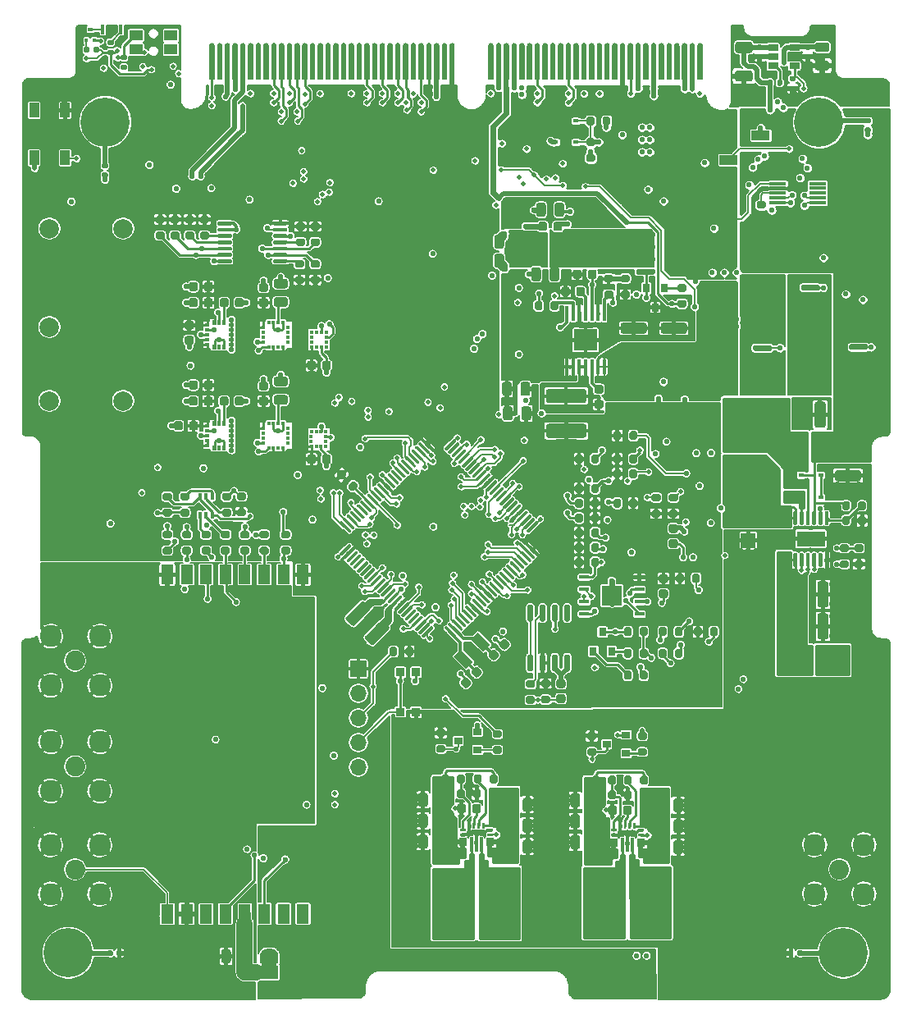
<source format=gtl>
G04 #@! TF.GenerationSoftware,KiCad,Pcbnew,(5.1.9)-1*
G04 #@! TF.CreationDate,2021-12-20T19:14:57-05:00*
G04 #@! TF.ProjectId,mainboard,6d61696e-626f-4617-9264-2e6b69636164,rev?*
G04 #@! TF.SameCoordinates,Original*
G04 #@! TF.FileFunction,Copper,L1,Top*
G04 #@! TF.FilePolarity,Positive*
%FSLAX46Y46*%
G04 Gerber Fmt 4.6, Leading zero omitted, Abs format (unit mm)*
G04 Created by KiCad (PCBNEW (5.1.9)-1) date 2021-12-20 19:14:57*
%MOMM*%
%LPD*%
G01*
G04 APERTURE LIST*
G04 #@! TA.AperFunction,EtchedComponent*
%ADD10C,0.100000*%
G04 #@! TD*
G04 #@! TA.AperFunction,SMDPad,CuDef*
%ADD11R,1.900000X1.000000*%
G04 #@! TD*
G04 #@! TA.AperFunction,SMDPad,CuDef*
%ADD12C,0.100000*%
G04 #@! TD*
G04 #@! TA.AperFunction,SMDPad,CuDef*
%ADD13R,0.600000X0.450000*%
G04 #@! TD*
G04 #@! TA.AperFunction,SMDPad,CuDef*
%ADD14R,3.429000X2.413000*%
G04 #@! TD*
G04 #@! TA.AperFunction,SMDPad,CuDef*
%ADD15R,1.520000X1.500000*%
G04 #@! TD*
G04 #@! TA.AperFunction,SMDPad,CuDef*
%ADD16R,2.200000X3.100000*%
G04 #@! TD*
G04 #@! TA.AperFunction,SMDPad,CuDef*
%ADD17R,1.500000X1.520000*%
G04 #@! TD*
G04 #@! TA.AperFunction,SMDPad,CuDef*
%ADD18R,3.100000X2.200000*%
G04 #@! TD*
G04 #@! TA.AperFunction,ComponentPad*
%ADD19C,0.500000*%
G04 #@! TD*
G04 #@! TA.AperFunction,SMDPad,CuDef*
%ADD20R,2.850000X1.650000*%
G04 #@! TD*
G04 #@! TA.AperFunction,SMDPad,CuDef*
%ADD21R,0.900000X0.800000*%
G04 #@! TD*
G04 #@! TA.AperFunction,SMDPad,CuDef*
%ADD22R,2.850000X6.600000*%
G04 #@! TD*
G04 #@! TA.AperFunction,SMDPad,CuDef*
%ADD23R,0.350000X0.375000*%
G04 #@! TD*
G04 #@! TA.AperFunction,SMDPad,CuDef*
%ADD24R,0.375000X0.350000*%
G04 #@! TD*
G04 #@! TA.AperFunction,SMDPad,CuDef*
%ADD25R,0.300000X0.450000*%
G04 #@! TD*
G04 #@! TA.AperFunction,SMDPad,CuDef*
%ADD26R,0.450000X0.300000*%
G04 #@! TD*
G04 #@! TA.AperFunction,SMDPad,CuDef*
%ADD27R,1.400000X1.050000*%
G04 #@! TD*
G04 #@! TA.AperFunction,SMDPad,CuDef*
%ADD28R,0.370000X1.000000*%
G04 #@! TD*
G04 #@! TA.AperFunction,SMDPad,CuDef*
%ADD29R,0.800000X0.900000*%
G04 #@! TD*
G04 #@! TA.AperFunction,SMDPad,CuDef*
%ADD30R,1.060000X0.650000*%
G04 #@! TD*
G04 #@! TA.AperFunction,SMDPad,CuDef*
%ADD31R,0.500000X0.450000*%
G04 #@! TD*
G04 #@! TA.AperFunction,SMDPad,CuDef*
%ADD32R,0.400000X0.450000*%
G04 #@! TD*
G04 #@! TA.AperFunction,SMDPad,CuDef*
%ADD33R,1.300000X2.000000*%
G04 #@! TD*
G04 #@! TA.AperFunction,SMDPad,CuDef*
%ADD34R,4.800001X5.699999*%
G04 #@! TD*
G04 #@! TA.AperFunction,SMDPad,CuDef*
%ADD35R,0.900000X0.900000*%
G04 #@! TD*
G04 #@! TA.AperFunction,SMDPad,CuDef*
%ADD36R,1.900000X1.400000*%
G04 #@! TD*
G04 #@! TA.AperFunction,SMDPad,CuDef*
%ADD37R,0.400000X0.650000*%
G04 #@! TD*
G04 #@! TA.AperFunction,ComponentPad*
%ADD38C,2.006600*%
G04 #@! TD*
G04 #@! TA.AperFunction,SMDPad,CuDef*
%ADD39R,1.000000X1.500000*%
G04 #@! TD*
G04 #@! TA.AperFunction,SMDPad,CuDef*
%ADD40R,1.778000X0.330200*%
G04 #@! TD*
G04 #@! TA.AperFunction,SMDPad,CuDef*
%ADD41R,1.050000X0.450000*%
G04 #@! TD*
G04 #@! TA.AperFunction,SMDPad,CuDef*
%ADD42R,2.100000X2.100000*%
G04 #@! TD*
G04 #@! TA.AperFunction,ComponentPad*
%ADD43C,2.250000*%
G04 #@! TD*
G04 #@! TA.AperFunction,ComponentPad*
%ADD44C,2.050000*%
G04 #@! TD*
G04 #@! TA.AperFunction,ComponentPad*
%ADD45O,1.700000X1.700000*%
G04 #@! TD*
G04 #@! TA.AperFunction,ComponentPad*
%ADD46R,1.700000X1.700000*%
G04 #@! TD*
G04 #@! TA.AperFunction,SMDPad,CuDef*
%ADD47R,2.460000X2.310000*%
G04 #@! TD*
G04 #@! TA.AperFunction,SMDPad,CuDef*
%ADD48R,0.304800X1.600200*%
G04 #@! TD*
G04 #@! TA.AperFunction,ComponentPad*
%ADD49C,5.080000*%
G04 #@! TD*
G04 #@! TA.AperFunction,ViaPad*
%ADD50C,0.584200*%
G04 #@! TD*
G04 #@! TA.AperFunction,ViaPad*
%ADD51C,0.508000*%
G04 #@! TD*
G04 #@! TA.AperFunction,ViaPad*
%ADD52C,0.600000*%
G04 #@! TD*
G04 #@! TA.AperFunction,Conductor*
%ADD53C,0.254000*%
G04 #@! TD*
G04 #@! TA.AperFunction,Conductor*
%ADD54C,0.508000*%
G04 #@! TD*
G04 #@! TA.AperFunction,Conductor*
%ADD55C,0.203200*%
G04 #@! TD*
G04 #@! TA.AperFunction,Conductor*
%ADD56C,0.250000*%
G04 #@! TD*
G04 #@! TA.AperFunction,Conductor*
%ADD57C,0.406400*%
G04 #@! TD*
G04 #@! TA.AperFunction,Conductor*
%ADD58C,0.271780*%
G04 #@! TD*
G04 #@! TA.AperFunction,Conductor*
%ADD59C,0.609600*%
G04 #@! TD*
G04 #@! TA.AperFunction,Conductor*
%ADD60C,0.279400*%
G04 #@! TD*
G04 #@! TA.AperFunction,Conductor*
%ADD61C,0.234950*%
G04 #@! TD*
G04 #@! TA.AperFunction,Conductor*
%ADD62C,0.337947*%
G04 #@! TD*
G04 #@! TA.AperFunction,Conductor*
%ADD63C,0.304800*%
G04 #@! TD*
G04 #@! TA.AperFunction,Conductor*
%ADD64C,0.271781*%
G04 #@! TD*
G04 #@! TA.AperFunction,Conductor*
%ADD65C,0.300000*%
G04 #@! TD*
G04 #@! TA.AperFunction,Conductor*
%ADD66C,1.270000*%
G04 #@! TD*
G04 #@! TA.AperFunction,Conductor*
%ADD67C,1.651000*%
G04 #@! TD*
G04 #@! TA.AperFunction,Conductor*
%ADD68C,0.152400*%
G04 #@! TD*
G04 #@! TA.AperFunction,Conductor*
%ADD69C,0.100000*%
G04 #@! TD*
G04 #@! TA.AperFunction,Conductor*
%ADD70C,0.127000*%
G04 #@! TD*
G04 #@! TA.AperFunction,Conductor*
%ADD71C,0.177800*%
G04 #@! TD*
G04 APERTURE END LIST*
D10*
G36*
X124904500Y-144188000D02*
G01*
X124904500Y-144688000D01*
X123380500Y-144688000D01*
X123380500Y-144188000D01*
X124904500Y-144188000D01*
G37*
D11*
X174878000Y-58928000D03*
X171578000Y-61468000D03*
G04 #@! TA.AperFunction,SMDPad,CuDef*
D12*
G36*
X168658665Y-49412759D02*
G01*
X168685216Y-49416870D01*
X168711240Y-49423551D01*
X168736487Y-49432741D01*
X168760717Y-49444350D01*
X168783698Y-49458268D01*
X168805212Y-49474362D01*
X168825052Y-49492479D01*
X168843030Y-49512445D01*
X168858973Y-49534070D01*
X168872731Y-49557148D01*
X168884170Y-49581459D01*
X168893183Y-49606769D01*
X168899683Y-49632839D01*
X168903608Y-49659418D01*
X168904920Y-49686253D01*
X168904920Y-53211253D01*
X168354920Y-53211253D01*
X168354920Y-49686253D01*
X168354947Y-49682413D01*
X168356634Y-49655599D01*
X168360929Y-49629077D01*
X168367793Y-49603101D01*
X168377158Y-49577919D01*
X168388936Y-49553771D01*
X168403014Y-49530887D01*
X168419258Y-49509486D01*
X168437513Y-49489773D01*
X168457604Y-49471935D01*
X168479340Y-49456143D01*
X168502514Y-49442547D01*
X168526903Y-49431277D01*
X168552276Y-49422442D01*
X168578390Y-49416124D01*
X168604996Y-49412385D01*
X168631840Y-49411260D01*
X168658665Y-49412759D01*
G37*
G04 #@! TD.AperFunction*
G04 #@! TA.AperFunction,SMDPad,CuDef*
G36*
X167858665Y-49412759D02*
G01*
X167885216Y-49416870D01*
X167911240Y-49423551D01*
X167936487Y-49432741D01*
X167960717Y-49444350D01*
X167983698Y-49458268D01*
X168005212Y-49474362D01*
X168025052Y-49492479D01*
X168043030Y-49512445D01*
X168058973Y-49534070D01*
X168072731Y-49557148D01*
X168084170Y-49581459D01*
X168093183Y-49606769D01*
X168099683Y-49632839D01*
X168103608Y-49659418D01*
X168104920Y-49686253D01*
X168104920Y-53211253D01*
X167554920Y-53211253D01*
X167554920Y-49686253D01*
X167554947Y-49682413D01*
X167556634Y-49655599D01*
X167560929Y-49629077D01*
X167567793Y-49603101D01*
X167577158Y-49577919D01*
X167588936Y-49553771D01*
X167603014Y-49530887D01*
X167619258Y-49509486D01*
X167637513Y-49489773D01*
X167657604Y-49471935D01*
X167679340Y-49456143D01*
X167702514Y-49442547D01*
X167726903Y-49431277D01*
X167752276Y-49422442D01*
X167778390Y-49416124D01*
X167804996Y-49412385D01*
X167831840Y-49411260D01*
X167858665Y-49412759D01*
G37*
G04 #@! TD.AperFunction*
G04 #@! TA.AperFunction,SMDPad,CuDef*
G36*
X167058665Y-49412759D02*
G01*
X167085216Y-49416870D01*
X167111240Y-49423551D01*
X167136487Y-49432741D01*
X167160717Y-49444350D01*
X167183698Y-49458268D01*
X167205212Y-49474362D01*
X167225052Y-49492479D01*
X167243030Y-49512445D01*
X167258973Y-49534070D01*
X167272731Y-49557148D01*
X167284170Y-49581459D01*
X167293183Y-49606769D01*
X167299683Y-49632839D01*
X167303608Y-49659418D01*
X167304920Y-49686253D01*
X167304920Y-53211253D01*
X166754920Y-53211253D01*
X166754920Y-49686253D01*
X166754947Y-49682413D01*
X166756634Y-49655599D01*
X166760929Y-49629077D01*
X166767793Y-49603101D01*
X166777158Y-49577919D01*
X166788936Y-49553771D01*
X166803014Y-49530887D01*
X166819258Y-49509486D01*
X166837513Y-49489773D01*
X166857604Y-49471935D01*
X166879340Y-49456143D01*
X166902514Y-49442547D01*
X166926903Y-49431277D01*
X166952276Y-49422442D01*
X166978390Y-49416124D01*
X167004996Y-49412385D01*
X167031840Y-49411260D01*
X167058665Y-49412759D01*
G37*
G04 #@! TD.AperFunction*
G04 #@! TA.AperFunction,SMDPad,CuDef*
G36*
X166258665Y-49412759D02*
G01*
X166285216Y-49416870D01*
X166311240Y-49423551D01*
X166336487Y-49432741D01*
X166360717Y-49444350D01*
X166383698Y-49458268D01*
X166405212Y-49474362D01*
X166425052Y-49492479D01*
X166443030Y-49512445D01*
X166458973Y-49534070D01*
X166472731Y-49557148D01*
X166484170Y-49581459D01*
X166493183Y-49606769D01*
X166499683Y-49632839D01*
X166503608Y-49659418D01*
X166504920Y-49686253D01*
X166504920Y-53211253D01*
X165954920Y-53211253D01*
X165954920Y-49686253D01*
X165954947Y-49682413D01*
X165956634Y-49655599D01*
X165960929Y-49629077D01*
X165967793Y-49603101D01*
X165977158Y-49577919D01*
X165988936Y-49553771D01*
X166003014Y-49530887D01*
X166019258Y-49509486D01*
X166037513Y-49489773D01*
X166057604Y-49471935D01*
X166079340Y-49456143D01*
X166102514Y-49442547D01*
X166126903Y-49431277D01*
X166152276Y-49422442D01*
X166178390Y-49416124D01*
X166204996Y-49412385D01*
X166231840Y-49411260D01*
X166258665Y-49412759D01*
G37*
G04 #@! TD.AperFunction*
G04 #@! TA.AperFunction,SMDPad,CuDef*
G36*
X165458665Y-49412759D02*
G01*
X165485216Y-49416870D01*
X165511240Y-49423551D01*
X165536487Y-49432741D01*
X165560717Y-49444350D01*
X165583698Y-49458268D01*
X165605212Y-49474362D01*
X165625052Y-49492479D01*
X165643030Y-49512445D01*
X165658973Y-49534070D01*
X165672731Y-49557148D01*
X165684170Y-49581459D01*
X165693183Y-49606769D01*
X165699683Y-49632839D01*
X165703608Y-49659418D01*
X165704920Y-49686253D01*
X165704920Y-53211253D01*
X165154920Y-53211253D01*
X165154920Y-49686253D01*
X165154947Y-49682413D01*
X165156634Y-49655599D01*
X165160929Y-49629077D01*
X165167793Y-49603101D01*
X165177158Y-49577919D01*
X165188936Y-49553771D01*
X165203014Y-49530887D01*
X165219258Y-49509486D01*
X165237513Y-49489773D01*
X165257604Y-49471935D01*
X165279340Y-49456143D01*
X165302514Y-49442547D01*
X165326903Y-49431277D01*
X165352276Y-49422442D01*
X165378390Y-49416124D01*
X165404996Y-49412385D01*
X165431840Y-49411260D01*
X165458665Y-49412759D01*
G37*
G04 #@! TD.AperFunction*
G04 #@! TA.AperFunction,SMDPad,CuDef*
G36*
X164658665Y-49412759D02*
G01*
X164685216Y-49416870D01*
X164711240Y-49423551D01*
X164736487Y-49432741D01*
X164760717Y-49444350D01*
X164783698Y-49458268D01*
X164805212Y-49474362D01*
X164825052Y-49492479D01*
X164843030Y-49512445D01*
X164858973Y-49534070D01*
X164872731Y-49557148D01*
X164884170Y-49581459D01*
X164893183Y-49606769D01*
X164899683Y-49632839D01*
X164903608Y-49659418D01*
X164904920Y-49686253D01*
X164904920Y-53211253D01*
X164354920Y-53211253D01*
X164354920Y-49686253D01*
X164354947Y-49682413D01*
X164356634Y-49655599D01*
X164360929Y-49629077D01*
X164367793Y-49603101D01*
X164377158Y-49577919D01*
X164388936Y-49553771D01*
X164403014Y-49530887D01*
X164419258Y-49509486D01*
X164437513Y-49489773D01*
X164457604Y-49471935D01*
X164479340Y-49456143D01*
X164502514Y-49442547D01*
X164526903Y-49431277D01*
X164552276Y-49422442D01*
X164578390Y-49416124D01*
X164604996Y-49412385D01*
X164631840Y-49411260D01*
X164658665Y-49412759D01*
G37*
G04 #@! TD.AperFunction*
G04 #@! TA.AperFunction,SMDPad,CuDef*
G36*
X163858665Y-49412759D02*
G01*
X163885216Y-49416870D01*
X163911240Y-49423551D01*
X163936487Y-49432741D01*
X163960717Y-49444350D01*
X163983698Y-49458268D01*
X164005212Y-49474362D01*
X164025052Y-49492479D01*
X164043030Y-49512445D01*
X164058973Y-49534070D01*
X164072731Y-49557148D01*
X164084170Y-49581459D01*
X164093183Y-49606769D01*
X164099683Y-49632839D01*
X164103608Y-49659418D01*
X164104920Y-49686253D01*
X164104920Y-53211253D01*
X163554920Y-53211253D01*
X163554920Y-49686253D01*
X163554947Y-49682413D01*
X163556634Y-49655599D01*
X163560929Y-49629077D01*
X163567793Y-49603101D01*
X163577158Y-49577919D01*
X163588936Y-49553771D01*
X163603014Y-49530887D01*
X163619258Y-49509486D01*
X163637513Y-49489773D01*
X163657604Y-49471935D01*
X163679340Y-49456143D01*
X163702514Y-49442547D01*
X163726903Y-49431277D01*
X163752276Y-49422442D01*
X163778390Y-49416124D01*
X163804996Y-49412385D01*
X163831840Y-49411260D01*
X163858665Y-49412759D01*
G37*
G04 #@! TD.AperFunction*
G04 #@! TA.AperFunction,SMDPad,CuDef*
G36*
X163058665Y-49412759D02*
G01*
X163085216Y-49416870D01*
X163111240Y-49423551D01*
X163136487Y-49432741D01*
X163160717Y-49444350D01*
X163183698Y-49458268D01*
X163205212Y-49474362D01*
X163225052Y-49492479D01*
X163243030Y-49512445D01*
X163258973Y-49534070D01*
X163272731Y-49557148D01*
X163284170Y-49581459D01*
X163293183Y-49606769D01*
X163299683Y-49632839D01*
X163303608Y-49659418D01*
X163304920Y-49686253D01*
X163304920Y-53211253D01*
X162754920Y-53211253D01*
X162754920Y-49686253D01*
X162754947Y-49682413D01*
X162756634Y-49655599D01*
X162760929Y-49629077D01*
X162767793Y-49603101D01*
X162777158Y-49577919D01*
X162788936Y-49553771D01*
X162803014Y-49530887D01*
X162819258Y-49509486D01*
X162837513Y-49489773D01*
X162857604Y-49471935D01*
X162879340Y-49456143D01*
X162902514Y-49442547D01*
X162926903Y-49431277D01*
X162952276Y-49422442D01*
X162978390Y-49416124D01*
X163004996Y-49412385D01*
X163031840Y-49411260D01*
X163058665Y-49412759D01*
G37*
G04 #@! TD.AperFunction*
G04 #@! TA.AperFunction,SMDPad,CuDef*
G36*
X162258665Y-49412759D02*
G01*
X162285216Y-49416870D01*
X162311240Y-49423551D01*
X162336487Y-49432741D01*
X162360717Y-49444350D01*
X162383698Y-49458268D01*
X162405212Y-49474362D01*
X162425052Y-49492479D01*
X162443030Y-49512445D01*
X162458973Y-49534070D01*
X162472731Y-49557148D01*
X162484170Y-49581459D01*
X162493183Y-49606769D01*
X162499683Y-49632839D01*
X162503608Y-49659418D01*
X162504920Y-49686253D01*
X162504920Y-53211253D01*
X161954920Y-53211253D01*
X161954920Y-49686253D01*
X161954947Y-49682413D01*
X161956634Y-49655599D01*
X161960929Y-49629077D01*
X161967793Y-49603101D01*
X161977158Y-49577919D01*
X161988936Y-49553771D01*
X162003014Y-49530887D01*
X162019258Y-49509486D01*
X162037513Y-49489773D01*
X162057604Y-49471935D01*
X162079340Y-49456143D01*
X162102514Y-49442547D01*
X162126903Y-49431277D01*
X162152276Y-49422442D01*
X162178390Y-49416124D01*
X162204996Y-49412385D01*
X162231840Y-49411260D01*
X162258665Y-49412759D01*
G37*
G04 #@! TD.AperFunction*
G04 #@! TA.AperFunction,SMDPad,CuDef*
G36*
X161458665Y-49412759D02*
G01*
X161485216Y-49416870D01*
X161511240Y-49423551D01*
X161536487Y-49432741D01*
X161560717Y-49444350D01*
X161583698Y-49458268D01*
X161605212Y-49474362D01*
X161625052Y-49492479D01*
X161643030Y-49512445D01*
X161658973Y-49534070D01*
X161672731Y-49557148D01*
X161684170Y-49581459D01*
X161693183Y-49606769D01*
X161699683Y-49632839D01*
X161703608Y-49659418D01*
X161704920Y-49686253D01*
X161704920Y-53211253D01*
X161154920Y-53211253D01*
X161154920Y-49686253D01*
X161154947Y-49682413D01*
X161156634Y-49655599D01*
X161160929Y-49629077D01*
X161167793Y-49603101D01*
X161177158Y-49577919D01*
X161188936Y-49553771D01*
X161203014Y-49530887D01*
X161219258Y-49509486D01*
X161237513Y-49489773D01*
X161257604Y-49471935D01*
X161279340Y-49456143D01*
X161302514Y-49442547D01*
X161326903Y-49431277D01*
X161352276Y-49422442D01*
X161378390Y-49416124D01*
X161404996Y-49412385D01*
X161431840Y-49411260D01*
X161458665Y-49412759D01*
G37*
G04 #@! TD.AperFunction*
G04 #@! TA.AperFunction,SMDPad,CuDef*
G36*
X160658665Y-49412759D02*
G01*
X160685216Y-49416870D01*
X160711240Y-49423551D01*
X160736487Y-49432741D01*
X160760717Y-49444350D01*
X160783698Y-49458268D01*
X160805212Y-49474362D01*
X160825052Y-49492479D01*
X160843030Y-49512445D01*
X160858973Y-49534070D01*
X160872731Y-49557148D01*
X160884170Y-49581459D01*
X160893183Y-49606769D01*
X160899683Y-49632839D01*
X160903608Y-49659418D01*
X160904920Y-49686253D01*
X160904920Y-53211253D01*
X160354920Y-53211253D01*
X160354920Y-49686253D01*
X160354947Y-49682413D01*
X160356634Y-49655599D01*
X160360929Y-49629077D01*
X160367793Y-49603101D01*
X160377158Y-49577919D01*
X160388936Y-49553771D01*
X160403014Y-49530887D01*
X160419258Y-49509486D01*
X160437513Y-49489773D01*
X160457604Y-49471935D01*
X160479340Y-49456143D01*
X160502514Y-49442547D01*
X160526903Y-49431277D01*
X160552276Y-49422442D01*
X160578390Y-49416124D01*
X160604996Y-49412385D01*
X160631840Y-49411260D01*
X160658665Y-49412759D01*
G37*
G04 #@! TD.AperFunction*
G04 #@! TA.AperFunction,SMDPad,CuDef*
G36*
X159858665Y-49412759D02*
G01*
X159885216Y-49416870D01*
X159911240Y-49423551D01*
X159936487Y-49432741D01*
X159960717Y-49444350D01*
X159983698Y-49458268D01*
X160005212Y-49474362D01*
X160025052Y-49492479D01*
X160043030Y-49512445D01*
X160058973Y-49534070D01*
X160072731Y-49557148D01*
X160084170Y-49581459D01*
X160093183Y-49606769D01*
X160099683Y-49632839D01*
X160103608Y-49659418D01*
X160104920Y-49686253D01*
X160104920Y-53211253D01*
X159554920Y-53211253D01*
X159554920Y-49686253D01*
X159554947Y-49682413D01*
X159556634Y-49655599D01*
X159560929Y-49629077D01*
X159567793Y-49603101D01*
X159577158Y-49577919D01*
X159588936Y-49553771D01*
X159603014Y-49530887D01*
X159619258Y-49509486D01*
X159637513Y-49489773D01*
X159657604Y-49471935D01*
X159679340Y-49456143D01*
X159702514Y-49442547D01*
X159726903Y-49431277D01*
X159752276Y-49422442D01*
X159778390Y-49416124D01*
X159804996Y-49412385D01*
X159831840Y-49411260D01*
X159858665Y-49412759D01*
G37*
G04 #@! TD.AperFunction*
G04 #@! TA.AperFunction,SMDPad,CuDef*
G36*
X159058665Y-49412759D02*
G01*
X159085216Y-49416870D01*
X159111240Y-49423551D01*
X159136487Y-49432741D01*
X159160717Y-49444350D01*
X159183698Y-49458268D01*
X159205212Y-49474362D01*
X159225052Y-49492479D01*
X159243030Y-49512445D01*
X159258973Y-49534070D01*
X159272731Y-49557148D01*
X159284170Y-49581459D01*
X159293183Y-49606769D01*
X159299683Y-49632839D01*
X159303608Y-49659418D01*
X159304920Y-49686253D01*
X159304920Y-53211253D01*
X158754920Y-53211253D01*
X158754920Y-49686253D01*
X158754947Y-49682413D01*
X158756634Y-49655599D01*
X158760929Y-49629077D01*
X158767793Y-49603101D01*
X158777158Y-49577919D01*
X158788936Y-49553771D01*
X158803014Y-49530887D01*
X158819258Y-49509486D01*
X158837513Y-49489773D01*
X158857604Y-49471935D01*
X158879340Y-49456143D01*
X158902514Y-49442547D01*
X158926903Y-49431277D01*
X158952276Y-49422442D01*
X158978390Y-49416124D01*
X159004996Y-49412385D01*
X159031840Y-49411260D01*
X159058665Y-49412759D01*
G37*
G04 #@! TD.AperFunction*
G04 #@! TA.AperFunction,SMDPad,CuDef*
G36*
X158258665Y-49412759D02*
G01*
X158285216Y-49416870D01*
X158311240Y-49423551D01*
X158336487Y-49432741D01*
X158360717Y-49444350D01*
X158383698Y-49458268D01*
X158405212Y-49474362D01*
X158425052Y-49492479D01*
X158443030Y-49512445D01*
X158458973Y-49534070D01*
X158472731Y-49557148D01*
X158484170Y-49581459D01*
X158493183Y-49606769D01*
X158499683Y-49632839D01*
X158503608Y-49659418D01*
X158504920Y-49686253D01*
X158504920Y-53211253D01*
X157954920Y-53211253D01*
X157954920Y-49686253D01*
X157954947Y-49682413D01*
X157956634Y-49655599D01*
X157960929Y-49629077D01*
X157967793Y-49603101D01*
X157977158Y-49577919D01*
X157988936Y-49553771D01*
X158003014Y-49530887D01*
X158019258Y-49509486D01*
X158037513Y-49489773D01*
X158057604Y-49471935D01*
X158079340Y-49456143D01*
X158102514Y-49442547D01*
X158126903Y-49431277D01*
X158152276Y-49422442D01*
X158178390Y-49416124D01*
X158204996Y-49412385D01*
X158231840Y-49411260D01*
X158258665Y-49412759D01*
G37*
G04 #@! TD.AperFunction*
G04 #@! TA.AperFunction,SMDPad,CuDef*
G36*
X157458665Y-49412759D02*
G01*
X157485216Y-49416870D01*
X157511240Y-49423551D01*
X157536487Y-49432741D01*
X157560717Y-49444350D01*
X157583698Y-49458268D01*
X157605212Y-49474362D01*
X157625052Y-49492479D01*
X157643030Y-49512445D01*
X157658973Y-49534070D01*
X157672731Y-49557148D01*
X157684170Y-49581459D01*
X157693183Y-49606769D01*
X157699683Y-49632839D01*
X157703608Y-49659418D01*
X157704920Y-49686253D01*
X157704920Y-53211253D01*
X157154920Y-53211253D01*
X157154920Y-49686253D01*
X157154947Y-49682413D01*
X157156634Y-49655599D01*
X157160929Y-49629077D01*
X157167793Y-49603101D01*
X157177158Y-49577919D01*
X157188936Y-49553771D01*
X157203014Y-49530887D01*
X157219258Y-49509486D01*
X157237513Y-49489773D01*
X157257604Y-49471935D01*
X157279340Y-49456143D01*
X157302514Y-49442547D01*
X157326903Y-49431277D01*
X157352276Y-49422442D01*
X157378390Y-49416124D01*
X157404996Y-49412385D01*
X157431840Y-49411260D01*
X157458665Y-49412759D01*
G37*
G04 #@! TD.AperFunction*
G04 #@! TA.AperFunction,SMDPad,CuDef*
G36*
X156658665Y-49412759D02*
G01*
X156685216Y-49416870D01*
X156711240Y-49423551D01*
X156736487Y-49432741D01*
X156760717Y-49444350D01*
X156783698Y-49458268D01*
X156805212Y-49474362D01*
X156825052Y-49492479D01*
X156843030Y-49512445D01*
X156858973Y-49534070D01*
X156872731Y-49557148D01*
X156884170Y-49581459D01*
X156893183Y-49606769D01*
X156899683Y-49632839D01*
X156903608Y-49659418D01*
X156904920Y-49686253D01*
X156904920Y-53211253D01*
X156354920Y-53211253D01*
X156354920Y-49686253D01*
X156354947Y-49682413D01*
X156356634Y-49655599D01*
X156360929Y-49629077D01*
X156367793Y-49603101D01*
X156377158Y-49577919D01*
X156388936Y-49553771D01*
X156403014Y-49530887D01*
X156419258Y-49509486D01*
X156437513Y-49489773D01*
X156457604Y-49471935D01*
X156479340Y-49456143D01*
X156502514Y-49442547D01*
X156526903Y-49431277D01*
X156552276Y-49422442D01*
X156578390Y-49416124D01*
X156604996Y-49412385D01*
X156631840Y-49411260D01*
X156658665Y-49412759D01*
G37*
G04 #@! TD.AperFunction*
G04 #@! TA.AperFunction,SMDPad,CuDef*
G36*
X155858665Y-49412759D02*
G01*
X155885216Y-49416870D01*
X155911240Y-49423551D01*
X155936487Y-49432741D01*
X155960717Y-49444350D01*
X155983698Y-49458268D01*
X156005212Y-49474362D01*
X156025052Y-49492479D01*
X156043030Y-49512445D01*
X156058973Y-49534070D01*
X156072731Y-49557148D01*
X156084170Y-49581459D01*
X156093183Y-49606769D01*
X156099683Y-49632839D01*
X156103608Y-49659418D01*
X156104920Y-49686253D01*
X156104920Y-53211253D01*
X155554920Y-53211253D01*
X155554920Y-49686253D01*
X155554947Y-49682413D01*
X155556634Y-49655599D01*
X155560929Y-49629077D01*
X155567793Y-49603101D01*
X155577158Y-49577919D01*
X155588936Y-49553771D01*
X155603014Y-49530887D01*
X155619258Y-49509486D01*
X155637513Y-49489773D01*
X155657604Y-49471935D01*
X155679340Y-49456143D01*
X155702514Y-49442547D01*
X155726903Y-49431277D01*
X155752276Y-49422442D01*
X155778390Y-49416124D01*
X155804996Y-49412385D01*
X155831840Y-49411260D01*
X155858665Y-49412759D01*
G37*
G04 #@! TD.AperFunction*
G04 #@! TA.AperFunction,SMDPad,CuDef*
G36*
X155058665Y-49412759D02*
G01*
X155085216Y-49416870D01*
X155111240Y-49423551D01*
X155136487Y-49432741D01*
X155160717Y-49444350D01*
X155183698Y-49458268D01*
X155205212Y-49474362D01*
X155225052Y-49492479D01*
X155243030Y-49512445D01*
X155258973Y-49534070D01*
X155272731Y-49557148D01*
X155284170Y-49581459D01*
X155293183Y-49606769D01*
X155299683Y-49632839D01*
X155303608Y-49659418D01*
X155304920Y-49686253D01*
X155304920Y-53211253D01*
X154754920Y-53211253D01*
X154754920Y-49686253D01*
X154754947Y-49682413D01*
X154756634Y-49655599D01*
X154760929Y-49629077D01*
X154767793Y-49603101D01*
X154777158Y-49577919D01*
X154788936Y-49553771D01*
X154803014Y-49530887D01*
X154819258Y-49509486D01*
X154837513Y-49489773D01*
X154857604Y-49471935D01*
X154879340Y-49456143D01*
X154902514Y-49442547D01*
X154926903Y-49431277D01*
X154952276Y-49422442D01*
X154978390Y-49416124D01*
X155004996Y-49412385D01*
X155031840Y-49411260D01*
X155058665Y-49412759D01*
G37*
G04 #@! TD.AperFunction*
G04 #@! TA.AperFunction,SMDPad,CuDef*
G36*
X154258665Y-49412759D02*
G01*
X154285216Y-49416870D01*
X154311240Y-49423551D01*
X154336487Y-49432741D01*
X154360717Y-49444350D01*
X154383698Y-49458268D01*
X154405212Y-49474362D01*
X154425052Y-49492479D01*
X154443030Y-49512445D01*
X154458973Y-49534070D01*
X154472731Y-49557148D01*
X154484170Y-49581459D01*
X154493183Y-49606769D01*
X154499683Y-49632839D01*
X154503608Y-49659418D01*
X154504920Y-49686253D01*
X154504920Y-53211253D01*
X153954920Y-53211253D01*
X153954920Y-49686253D01*
X153954947Y-49682413D01*
X153956634Y-49655599D01*
X153960929Y-49629077D01*
X153967793Y-49603101D01*
X153977158Y-49577919D01*
X153988936Y-49553771D01*
X154003014Y-49530887D01*
X154019258Y-49509486D01*
X154037513Y-49489773D01*
X154057604Y-49471935D01*
X154079340Y-49456143D01*
X154102514Y-49442547D01*
X154126903Y-49431277D01*
X154152276Y-49422442D01*
X154178390Y-49416124D01*
X154204996Y-49412385D01*
X154231840Y-49411260D01*
X154258665Y-49412759D01*
G37*
G04 #@! TD.AperFunction*
G04 #@! TA.AperFunction,SMDPad,CuDef*
G36*
X153458665Y-49412759D02*
G01*
X153485216Y-49416870D01*
X153511240Y-49423551D01*
X153536487Y-49432741D01*
X153560717Y-49444350D01*
X153583698Y-49458268D01*
X153605212Y-49474362D01*
X153625052Y-49492479D01*
X153643030Y-49512445D01*
X153658973Y-49534070D01*
X153672731Y-49557148D01*
X153684170Y-49581459D01*
X153693183Y-49606769D01*
X153699683Y-49632839D01*
X153703608Y-49659418D01*
X153704920Y-49686253D01*
X153704920Y-53211253D01*
X153154920Y-53211253D01*
X153154920Y-49686253D01*
X153154947Y-49682413D01*
X153156634Y-49655599D01*
X153160929Y-49629077D01*
X153167793Y-49603101D01*
X153177158Y-49577919D01*
X153188936Y-49553771D01*
X153203014Y-49530887D01*
X153219258Y-49509486D01*
X153237513Y-49489773D01*
X153257604Y-49471935D01*
X153279340Y-49456143D01*
X153302514Y-49442547D01*
X153326903Y-49431277D01*
X153352276Y-49422442D01*
X153378390Y-49416124D01*
X153404996Y-49412385D01*
X153431840Y-49411260D01*
X153458665Y-49412759D01*
G37*
G04 #@! TD.AperFunction*
G04 #@! TA.AperFunction,SMDPad,CuDef*
G36*
X152658665Y-49412759D02*
G01*
X152685216Y-49416870D01*
X152711240Y-49423551D01*
X152736487Y-49432741D01*
X152760717Y-49444350D01*
X152783698Y-49458268D01*
X152805212Y-49474362D01*
X152825052Y-49492479D01*
X152843030Y-49512445D01*
X152858973Y-49534070D01*
X152872731Y-49557148D01*
X152884170Y-49581459D01*
X152893183Y-49606769D01*
X152899683Y-49632839D01*
X152903608Y-49659418D01*
X152904920Y-49686253D01*
X152904920Y-53211253D01*
X152354920Y-53211253D01*
X152354920Y-49686253D01*
X152354947Y-49682413D01*
X152356634Y-49655599D01*
X152360929Y-49629077D01*
X152367793Y-49603101D01*
X152377158Y-49577919D01*
X152388936Y-49553771D01*
X152403014Y-49530887D01*
X152419258Y-49509486D01*
X152437513Y-49489773D01*
X152457604Y-49471935D01*
X152479340Y-49456143D01*
X152502514Y-49442547D01*
X152526903Y-49431277D01*
X152552276Y-49422442D01*
X152578390Y-49416124D01*
X152604996Y-49412385D01*
X152631840Y-49411260D01*
X152658665Y-49412759D01*
G37*
G04 #@! TD.AperFunction*
G04 #@! TA.AperFunction,SMDPad,CuDef*
G36*
X151858665Y-49412759D02*
G01*
X151885216Y-49416870D01*
X151911240Y-49423551D01*
X151936487Y-49432741D01*
X151960717Y-49444350D01*
X151983698Y-49458268D01*
X152005212Y-49474362D01*
X152025052Y-49492479D01*
X152043030Y-49512445D01*
X152058973Y-49534070D01*
X152072731Y-49557148D01*
X152084170Y-49581459D01*
X152093183Y-49606769D01*
X152099683Y-49632839D01*
X152103608Y-49659418D01*
X152104920Y-49686253D01*
X152104920Y-53211253D01*
X151554920Y-53211253D01*
X151554920Y-49686253D01*
X151554947Y-49682413D01*
X151556634Y-49655599D01*
X151560929Y-49629077D01*
X151567793Y-49603101D01*
X151577158Y-49577919D01*
X151588936Y-49553771D01*
X151603014Y-49530887D01*
X151619258Y-49509486D01*
X151637513Y-49489773D01*
X151657604Y-49471935D01*
X151679340Y-49456143D01*
X151702514Y-49442547D01*
X151726903Y-49431277D01*
X151752276Y-49422442D01*
X151778390Y-49416124D01*
X151804996Y-49412385D01*
X151831840Y-49411260D01*
X151858665Y-49412759D01*
G37*
G04 #@! TD.AperFunction*
G04 #@! TA.AperFunction,SMDPad,CuDef*
G36*
X151058665Y-49412759D02*
G01*
X151085216Y-49416870D01*
X151111240Y-49423551D01*
X151136487Y-49432741D01*
X151160717Y-49444350D01*
X151183698Y-49458268D01*
X151205212Y-49474362D01*
X151225052Y-49492479D01*
X151243030Y-49512445D01*
X151258973Y-49534070D01*
X151272731Y-49557148D01*
X151284170Y-49581459D01*
X151293183Y-49606769D01*
X151299683Y-49632839D01*
X151303608Y-49659418D01*
X151304920Y-49686253D01*
X151304920Y-53211253D01*
X150754920Y-53211253D01*
X150754920Y-49686253D01*
X150754947Y-49682413D01*
X150756634Y-49655599D01*
X150760929Y-49629077D01*
X150767793Y-49603101D01*
X150777158Y-49577919D01*
X150788936Y-49553771D01*
X150803014Y-49530887D01*
X150819258Y-49509486D01*
X150837513Y-49489773D01*
X150857604Y-49471935D01*
X150879340Y-49456143D01*
X150902514Y-49442547D01*
X150926903Y-49431277D01*
X150952276Y-49422442D01*
X150978390Y-49416124D01*
X151004996Y-49412385D01*
X151031840Y-49411260D01*
X151058665Y-49412759D01*
G37*
G04 #@! TD.AperFunction*
G04 #@! TA.AperFunction,SMDPad,CuDef*
G36*
X150258665Y-49412759D02*
G01*
X150285216Y-49416870D01*
X150311240Y-49423551D01*
X150336487Y-49432741D01*
X150360717Y-49444350D01*
X150383698Y-49458268D01*
X150405212Y-49474362D01*
X150425052Y-49492479D01*
X150443030Y-49512445D01*
X150458973Y-49534070D01*
X150472731Y-49557148D01*
X150484170Y-49581459D01*
X150493183Y-49606769D01*
X150499683Y-49632839D01*
X150503608Y-49659418D01*
X150504920Y-49686253D01*
X150504920Y-53211253D01*
X149954920Y-53211253D01*
X149954920Y-49686253D01*
X149954947Y-49682413D01*
X149956634Y-49655599D01*
X149960929Y-49629077D01*
X149967793Y-49603101D01*
X149977158Y-49577919D01*
X149988936Y-49553771D01*
X150003014Y-49530887D01*
X150019258Y-49509486D01*
X150037513Y-49489773D01*
X150057604Y-49471935D01*
X150079340Y-49456143D01*
X150102514Y-49442547D01*
X150126903Y-49431277D01*
X150152276Y-49422442D01*
X150178390Y-49416124D01*
X150204996Y-49412385D01*
X150231840Y-49411260D01*
X150258665Y-49412759D01*
G37*
G04 #@! TD.AperFunction*
G04 #@! TA.AperFunction,SMDPad,CuDef*
G36*
X149458665Y-49412759D02*
G01*
X149485216Y-49416870D01*
X149511240Y-49423551D01*
X149536487Y-49432741D01*
X149560717Y-49444350D01*
X149583698Y-49458268D01*
X149605212Y-49474362D01*
X149625052Y-49492479D01*
X149643030Y-49512445D01*
X149658973Y-49534070D01*
X149672731Y-49557148D01*
X149684170Y-49581459D01*
X149693183Y-49606769D01*
X149699683Y-49632839D01*
X149703608Y-49659418D01*
X149704920Y-49686253D01*
X149704920Y-53211253D01*
X149154920Y-53211253D01*
X149154920Y-49686253D01*
X149154947Y-49682413D01*
X149156634Y-49655599D01*
X149160929Y-49629077D01*
X149167793Y-49603101D01*
X149177158Y-49577919D01*
X149188936Y-49553771D01*
X149203014Y-49530887D01*
X149219258Y-49509486D01*
X149237513Y-49489773D01*
X149257604Y-49471935D01*
X149279340Y-49456143D01*
X149302514Y-49442547D01*
X149326903Y-49431277D01*
X149352276Y-49422442D01*
X149378390Y-49416124D01*
X149404996Y-49412385D01*
X149431840Y-49411260D01*
X149458665Y-49412759D01*
G37*
G04 #@! TD.AperFunction*
G04 #@! TA.AperFunction,SMDPad,CuDef*
G36*
X148658665Y-49412759D02*
G01*
X148685216Y-49416870D01*
X148711240Y-49423551D01*
X148736487Y-49432741D01*
X148760717Y-49444350D01*
X148783698Y-49458268D01*
X148805212Y-49474362D01*
X148825052Y-49492479D01*
X148843030Y-49512445D01*
X148858973Y-49534070D01*
X148872731Y-49557148D01*
X148884170Y-49581459D01*
X148893183Y-49606769D01*
X148899683Y-49632839D01*
X148903608Y-49659418D01*
X148904920Y-49686253D01*
X148904920Y-53211253D01*
X148354920Y-53211253D01*
X148354920Y-49686253D01*
X148354947Y-49682413D01*
X148356634Y-49655599D01*
X148360929Y-49629077D01*
X148367793Y-49603101D01*
X148377158Y-49577919D01*
X148388936Y-49553771D01*
X148403014Y-49530887D01*
X148419258Y-49509486D01*
X148437513Y-49489773D01*
X148457604Y-49471935D01*
X148479340Y-49456143D01*
X148502514Y-49442547D01*
X148526903Y-49431277D01*
X148552276Y-49422442D01*
X148578390Y-49416124D01*
X148604996Y-49412385D01*
X148631840Y-49411260D01*
X148658665Y-49412759D01*
G37*
G04 #@! TD.AperFunction*
G04 #@! TA.AperFunction,SMDPad,CuDef*
G36*
X147858665Y-49412759D02*
G01*
X147885216Y-49416870D01*
X147911240Y-49423551D01*
X147936487Y-49432741D01*
X147960717Y-49444350D01*
X147983698Y-49458268D01*
X148005212Y-49474362D01*
X148025052Y-49492479D01*
X148043030Y-49512445D01*
X148058973Y-49534070D01*
X148072731Y-49557148D01*
X148084170Y-49581459D01*
X148093183Y-49606769D01*
X148099683Y-49632839D01*
X148103608Y-49659418D01*
X148104920Y-49686253D01*
X148104920Y-53211253D01*
X147554920Y-53211253D01*
X147554920Y-49686253D01*
X147554947Y-49682413D01*
X147556634Y-49655599D01*
X147560929Y-49629077D01*
X147567793Y-49603101D01*
X147577158Y-49577919D01*
X147588936Y-49553771D01*
X147603014Y-49530887D01*
X147619258Y-49509486D01*
X147637513Y-49489773D01*
X147657604Y-49471935D01*
X147679340Y-49456143D01*
X147702514Y-49442547D01*
X147726903Y-49431277D01*
X147752276Y-49422442D01*
X147778390Y-49416124D01*
X147804996Y-49412385D01*
X147831840Y-49411260D01*
X147858665Y-49412759D01*
G37*
G04 #@! TD.AperFunction*
G04 #@! TA.AperFunction,SMDPad,CuDef*
G36*
X143058665Y-49412759D02*
G01*
X143085216Y-49416870D01*
X143111240Y-49423551D01*
X143136487Y-49432741D01*
X143160717Y-49444350D01*
X143183698Y-49458268D01*
X143205212Y-49474362D01*
X143225052Y-49492479D01*
X143243030Y-49512445D01*
X143258973Y-49534070D01*
X143272731Y-49557148D01*
X143284170Y-49581459D01*
X143293183Y-49606769D01*
X143299683Y-49632839D01*
X143303608Y-49659418D01*
X143304920Y-49686253D01*
X143304920Y-53211253D01*
X142754920Y-53211253D01*
X142754920Y-49686253D01*
X142754947Y-49682413D01*
X142756634Y-49655599D01*
X142760929Y-49629077D01*
X142767793Y-49603101D01*
X142777158Y-49577919D01*
X142788936Y-49553771D01*
X142803014Y-49530887D01*
X142819258Y-49509486D01*
X142837513Y-49489773D01*
X142857604Y-49471935D01*
X142879340Y-49456143D01*
X142902514Y-49442547D01*
X142926903Y-49431277D01*
X142952276Y-49422442D01*
X142978390Y-49416124D01*
X143004996Y-49412385D01*
X143031840Y-49411260D01*
X143058665Y-49412759D01*
G37*
G04 #@! TD.AperFunction*
G04 #@! TA.AperFunction,SMDPad,CuDef*
G36*
X142258665Y-49412759D02*
G01*
X142285216Y-49416870D01*
X142311240Y-49423551D01*
X142336487Y-49432741D01*
X142360717Y-49444350D01*
X142383698Y-49458268D01*
X142405212Y-49474362D01*
X142425052Y-49492479D01*
X142443030Y-49512445D01*
X142458973Y-49534070D01*
X142472731Y-49557148D01*
X142484170Y-49581459D01*
X142493183Y-49606769D01*
X142499683Y-49632839D01*
X142503608Y-49659418D01*
X142504920Y-49686253D01*
X142504920Y-53211253D01*
X141954920Y-53211253D01*
X141954920Y-49686253D01*
X141954947Y-49682413D01*
X141956634Y-49655599D01*
X141960929Y-49629077D01*
X141967793Y-49603101D01*
X141977158Y-49577919D01*
X141988936Y-49553771D01*
X142003014Y-49530887D01*
X142019258Y-49509486D01*
X142037513Y-49489773D01*
X142057604Y-49471935D01*
X142079340Y-49456143D01*
X142102514Y-49442547D01*
X142126903Y-49431277D01*
X142152276Y-49422442D01*
X142178390Y-49416124D01*
X142204996Y-49412385D01*
X142231840Y-49411260D01*
X142258665Y-49412759D01*
G37*
G04 #@! TD.AperFunction*
G04 #@! TA.AperFunction,SMDPad,CuDef*
G36*
X141458665Y-49412759D02*
G01*
X141485216Y-49416870D01*
X141511240Y-49423551D01*
X141536487Y-49432741D01*
X141560717Y-49444350D01*
X141583698Y-49458268D01*
X141605212Y-49474362D01*
X141625052Y-49492479D01*
X141643030Y-49512445D01*
X141658973Y-49534070D01*
X141672731Y-49557148D01*
X141684170Y-49581459D01*
X141693183Y-49606769D01*
X141699683Y-49632839D01*
X141703608Y-49659418D01*
X141704920Y-49686253D01*
X141704920Y-53211253D01*
X141154920Y-53211253D01*
X141154920Y-49686253D01*
X141154947Y-49682413D01*
X141156634Y-49655599D01*
X141160929Y-49629077D01*
X141167793Y-49603101D01*
X141177158Y-49577919D01*
X141188936Y-49553771D01*
X141203014Y-49530887D01*
X141219258Y-49509486D01*
X141237513Y-49489773D01*
X141257604Y-49471935D01*
X141279340Y-49456143D01*
X141302514Y-49442547D01*
X141326903Y-49431277D01*
X141352276Y-49422442D01*
X141378390Y-49416124D01*
X141404996Y-49412385D01*
X141431840Y-49411260D01*
X141458665Y-49412759D01*
G37*
G04 #@! TD.AperFunction*
G04 #@! TA.AperFunction,SMDPad,CuDef*
G36*
X140658665Y-49412759D02*
G01*
X140685216Y-49416870D01*
X140711240Y-49423551D01*
X140736487Y-49432741D01*
X140760717Y-49444350D01*
X140783698Y-49458268D01*
X140805212Y-49474362D01*
X140825052Y-49492479D01*
X140843030Y-49512445D01*
X140858973Y-49534070D01*
X140872731Y-49557148D01*
X140884170Y-49581459D01*
X140893183Y-49606769D01*
X140899683Y-49632839D01*
X140903608Y-49659418D01*
X140904920Y-49686253D01*
X140904920Y-53211253D01*
X140354920Y-53211253D01*
X140354920Y-49686253D01*
X140354947Y-49682413D01*
X140356634Y-49655599D01*
X140360929Y-49629077D01*
X140367793Y-49603101D01*
X140377158Y-49577919D01*
X140388936Y-49553771D01*
X140403014Y-49530887D01*
X140419258Y-49509486D01*
X140437513Y-49489773D01*
X140457604Y-49471935D01*
X140479340Y-49456143D01*
X140502514Y-49442547D01*
X140526903Y-49431277D01*
X140552276Y-49422442D01*
X140578390Y-49416124D01*
X140604996Y-49412385D01*
X140631840Y-49411260D01*
X140658665Y-49412759D01*
G37*
G04 #@! TD.AperFunction*
G04 #@! TA.AperFunction,SMDPad,CuDef*
G36*
X139858665Y-49412759D02*
G01*
X139885216Y-49416870D01*
X139911240Y-49423551D01*
X139936487Y-49432741D01*
X139960717Y-49444350D01*
X139983698Y-49458268D01*
X140005212Y-49474362D01*
X140025052Y-49492479D01*
X140043030Y-49512445D01*
X140058973Y-49534070D01*
X140072731Y-49557148D01*
X140084170Y-49581459D01*
X140093183Y-49606769D01*
X140099683Y-49632839D01*
X140103608Y-49659418D01*
X140104920Y-49686253D01*
X140104920Y-53211253D01*
X139554920Y-53211253D01*
X139554920Y-49686253D01*
X139554947Y-49682413D01*
X139556634Y-49655599D01*
X139560929Y-49629077D01*
X139567793Y-49603101D01*
X139577158Y-49577919D01*
X139588936Y-49553771D01*
X139603014Y-49530887D01*
X139619258Y-49509486D01*
X139637513Y-49489773D01*
X139657604Y-49471935D01*
X139679340Y-49456143D01*
X139702514Y-49442547D01*
X139726903Y-49431277D01*
X139752276Y-49422442D01*
X139778390Y-49416124D01*
X139804996Y-49412385D01*
X139831840Y-49411260D01*
X139858665Y-49412759D01*
G37*
G04 #@! TD.AperFunction*
G04 #@! TA.AperFunction,SMDPad,CuDef*
G36*
X139058665Y-49412759D02*
G01*
X139085216Y-49416870D01*
X139111240Y-49423551D01*
X139136487Y-49432741D01*
X139160717Y-49444350D01*
X139183698Y-49458268D01*
X139205212Y-49474362D01*
X139225052Y-49492479D01*
X139243030Y-49512445D01*
X139258973Y-49534070D01*
X139272731Y-49557148D01*
X139284170Y-49581459D01*
X139293183Y-49606769D01*
X139299683Y-49632839D01*
X139303608Y-49659418D01*
X139304920Y-49686253D01*
X139304920Y-53211253D01*
X138754920Y-53211253D01*
X138754920Y-49686253D01*
X138754947Y-49682413D01*
X138756634Y-49655599D01*
X138760929Y-49629077D01*
X138767793Y-49603101D01*
X138777158Y-49577919D01*
X138788936Y-49553771D01*
X138803014Y-49530887D01*
X138819258Y-49509486D01*
X138837513Y-49489773D01*
X138857604Y-49471935D01*
X138879340Y-49456143D01*
X138902514Y-49442547D01*
X138926903Y-49431277D01*
X138952276Y-49422442D01*
X138978390Y-49416124D01*
X139004996Y-49412385D01*
X139031840Y-49411260D01*
X139058665Y-49412759D01*
G37*
G04 #@! TD.AperFunction*
G04 #@! TA.AperFunction,SMDPad,CuDef*
G36*
X138258665Y-49412759D02*
G01*
X138285216Y-49416870D01*
X138311240Y-49423551D01*
X138336487Y-49432741D01*
X138360717Y-49444350D01*
X138383698Y-49458268D01*
X138405212Y-49474362D01*
X138425052Y-49492479D01*
X138443030Y-49512445D01*
X138458973Y-49534070D01*
X138472731Y-49557148D01*
X138484170Y-49581459D01*
X138493183Y-49606769D01*
X138499683Y-49632839D01*
X138503608Y-49659418D01*
X138504920Y-49686253D01*
X138504920Y-53211253D01*
X137954920Y-53211253D01*
X137954920Y-49686253D01*
X137954947Y-49682413D01*
X137956634Y-49655599D01*
X137960929Y-49629077D01*
X137967793Y-49603101D01*
X137977158Y-49577919D01*
X137988936Y-49553771D01*
X138003014Y-49530887D01*
X138019258Y-49509486D01*
X138037513Y-49489773D01*
X138057604Y-49471935D01*
X138079340Y-49456143D01*
X138102514Y-49442547D01*
X138126903Y-49431277D01*
X138152276Y-49422442D01*
X138178390Y-49416124D01*
X138204996Y-49412385D01*
X138231840Y-49411260D01*
X138258665Y-49412759D01*
G37*
G04 #@! TD.AperFunction*
G04 #@! TA.AperFunction,SMDPad,CuDef*
G36*
X137458665Y-49412759D02*
G01*
X137485216Y-49416870D01*
X137511240Y-49423551D01*
X137536487Y-49432741D01*
X137560717Y-49444350D01*
X137583698Y-49458268D01*
X137605212Y-49474362D01*
X137625052Y-49492479D01*
X137643030Y-49512445D01*
X137658973Y-49534070D01*
X137672731Y-49557148D01*
X137684170Y-49581459D01*
X137693183Y-49606769D01*
X137699683Y-49632839D01*
X137703608Y-49659418D01*
X137704920Y-49686253D01*
X137704920Y-53211253D01*
X137154920Y-53211253D01*
X137154920Y-49686253D01*
X137154947Y-49682413D01*
X137156634Y-49655599D01*
X137160929Y-49629077D01*
X137167793Y-49603101D01*
X137177158Y-49577919D01*
X137188936Y-49553771D01*
X137203014Y-49530887D01*
X137219258Y-49509486D01*
X137237513Y-49489773D01*
X137257604Y-49471935D01*
X137279340Y-49456143D01*
X137302514Y-49442547D01*
X137326903Y-49431277D01*
X137352276Y-49422442D01*
X137378390Y-49416124D01*
X137404996Y-49412385D01*
X137431840Y-49411260D01*
X137458665Y-49412759D01*
G37*
G04 #@! TD.AperFunction*
G04 #@! TA.AperFunction,SMDPad,CuDef*
G36*
X136658665Y-49412759D02*
G01*
X136685216Y-49416870D01*
X136711240Y-49423551D01*
X136736487Y-49432741D01*
X136760717Y-49444350D01*
X136783698Y-49458268D01*
X136805212Y-49474362D01*
X136825052Y-49492479D01*
X136843030Y-49512445D01*
X136858973Y-49534070D01*
X136872731Y-49557148D01*
X136884170Y-49581459D01*
X136893183Y-49606769D01*
X136899683Y-49632839D01*
X136903608Y-49659418D01*
X136904920Y-49686253D01*
X136904920Y-53211253D01*
X136354920Y-53211253D01*
X136354920Y-49686253D01*
X136354947Y-49682413D01*
X136356634Y-49655599D01*
X136360929Y-49629077D01*
X136367793Y-49603101D01*
X136377158Y-49577919D01*
X136388936Y-49553771D01*
X136403014Y-49530887D01*
X136419258Y-49509486D01*
X136437513Y-49489773D01*
X136457604Y-49471935D01*
X136479340Y-49456143D01*
X136502514Y-49442547D01*
X136526903Y-49431277D01*
X136552276Y-49422442D01*
X136578390Y-49416124D01*
X136604996Y-49412385D01*
X136631840Y-49411260D01*
X136658665Y-49412759D01*
G37*
G04 #@! TD.AperFunction*
G04 #@! TA.AperFunction,SMDPad,CuDef*
G36*
X135858665Y-49412759D02*
G01*
X135885216Y-49416870D01*
X135911240Y-49423551D01*
X135936487Y-49432741D01*
X135960717Y-49444350D01*
X135983698Y-49458268D01*
X136005212Y-49474362D01*
X136025052Y-49492479D01*
X136043030Y-49512445D01*
X136058973Y-49534070D01*
X136072731Y-49557148D01*
X136084170Y-49581459D01*
X136093183Y-49606769D01*
X136099683Y-49632839D01*
X136103608Y-49659418D01*
X136104920Y-49686253D01*
X136104920Y-53211253D01*
X135554920Y-53211253D01*
X135554920Y-49686253D01*
X135554947Y-49682413D01*
X135556634Y-49655599D01*
X135560929Y-49629077D01*
X135567793Y-49603101D01*
X135577158Y-49577919D01*
X135588936Y-49553771D01*
X135603014Y-49530887D01*
X135619258Y-49509486D01*
X135637513Y-49489773D01*
X135657604Y-49471935D01*
X135679340Y-49456143D01*
X135702514Y-49442547D01*
X135726903Y-49431277D01*
X135752276Y-49422442D01*
X135778390Y-49416124D01*
X135804996Y-49412385D01*
X135831840Y-49411260D01*
X135858665Y-49412759D01*
G37*
G04 #@! TD.AperFunction*
G04 #@! TA.AperFunction,SMDPad,CuDef*
G36*
X135058665Y-49412759D02*
G01*
X135085216Y-49416870D01*
X135111240Y-49423551D01*
X135136487Y-49432741D01*
X135160717Y-49444350D01*
X135183698Y-49458268D01*
X135205212Y-49474362D01*
X135225052Y-49492479D01*
X135243030Y-49512445D01*
X135258973Y-49534070D01*
X135272731Y-49557148D01*
X135284170Y-49581459D01*
X135293183Y-49606769D01*
X135299683Y-49632839D01*
X135303608Y-49659418D01*
X135304920Y-49686253D01*
X135304920Y-53211253D01*
X134754920Y-53211253D01*
X134754920Y-49686253D01*
X134754947Y-49682413D01*
X134756634Y-49655599D01*
X134760929Y-49629077D01*
X134767793Y-49603101D01*
X134777158Y-49577919D01*
X134788936Y-49553771D01*
X134803014Y-49530887D01*
X134819258Y-49509486D01*
X134837513Y-49489773D01*
X134857604Y-49471935D01*
X134879340Y-49456143D01*
X134902514Y-49442547D01*
X134926903Y-49431277D01*
X134952276Y-49422442D01*
X134978390Y-49416124D01*
X135004996Y-49412385D01*
X135031840Y-49411260D01*
X135058665Y-49412759D01*
G37*
G04 #@! TD.AperFunction*
G04 #@! TA.AperFunction,SMDPad,CuDef*
G36*
X134258665Y-49412759D02*
G01*
X134285216Y-49416870D01*
X134311240Y-49423551D01*
X134336487Y-49432741D01*
X134360717Y-49444350D01*
X134383698Y-49458268D01*
X134405212Y-49474362D01*
X134425052Y-49492479D01*
X134443030Y-49512445D01*
X134458973Y-49534070D01*
X134472731Y-49557148D01*
X134484170Y-49581459D01*
X134493183Y-49606769D01*
X134499683Y-49632839D01*
X134503608Y-49659418D01*
X134504920Y-49686253D01*
X134504920Y-53211253D01*
X133954920Y-53211253D01*
X133954920Y-49686253D01*
X133954947Y-49682413D01*
X133956634Y-49655599D01*
X133960929Y-49629077D01*
X133967793Y-49603101D01*
X133977158Y-49577919D01*
X133988936Y-49553771D01*
X134003014Y-49530887D01*
X134019258Y-49509486D01*
X134037513Y-49489773D01*
X134057604Y-49471935D01*
X134079340Y-49456143D01*
X134102514Y-49442547D01*
X134126903Y-49431277D01*
X134152276Y-49422442D01*
X134178390Y-49416124D01*
X134204996Y-49412385D01*
X134231840Y-49411260D01*
X134258665Y-49412759D01*
G37*
G04 #@! TD.AperFunction*
G04 #@! TA.AperFunction,SMDPad,CuDef*
G36*
X133458665Y-49412759D02*
G01*
X133485216Y-49416870D01*
X133511240Y-49423551D01*
X133536487Y-49432741D01*
X133560717Y-49444350D01*
X133583698Y-49458268D01*
X133605212Y-49474362D01*
X133625052Y-49492479D01*
X133643030Y-49512445D01*
X133658973Y-49534070D01*
X133672731Y-49557148D01*
X133684170Y-49581459D01*
X133693183Y-49606769D01*
X133699683Y-49632839D01*
X133703608Y-49659418D01*
X133704920Y-49686253D01*
X133704920Y-53211253D01*
X133154920Y-53211253D01*
X133154920Y-49686253D01*
X133154947Y-49682413D01*
X133156634Y-49655599D01*
X133160929Y-49629077D01*
X133167793Y-49603101D01*
X133177158Y-49577919D01*
X133188936Y-49553771D01*
X133203014Y-49530887D01*
X133219258Y-49509486D01*
X133237513Y-49489773D01*
X133257604Y-49471935D01*
X133279340Y-49456143D01*
X133302514Y-49442547D01*
X133326903Y-49431277D01*
X133352276Y-49422442D01*
X133378390Y-49416124D01*
X133404996Y-49412385D01*
X133431840Y-49411260D01*
X133458665Y-49412759D01*
G37*
G04 #@! TD.AperFunction*
G04 #@! TA.AperFunction,SMDPad,CuDef*
G36*
X132658665Y-49412759D02*
G01*
X132685216Y-49416870D01*
X132711240Y-49423551D01*
X132736487Y-49432741D01*
X132760717Y-49444350D01*
X132783698Y-49458268D01*
X132805212Y-49474362D01*
X132825052Y-49492479D01*
X132843030Y-49512445D01*
X132858973Y-49534070D01*
X132872731Y-49557148D01*
X132884170Y-49581459D01*
X132893183Y-49606769D01*
X132899683Y-49632839D01*
X132903608Y-49659418D01*
X132904920Y-49686253D01*
X132904920Y-53211253D01*
X132354920Y-53211253D01*
X132354920Y-49686253D01*
X132354947Y-49682413D01*
X132356634Y-49655599D01*
X132360929Y-49629077D01*
X132367793Y-49603101D01*
X132377158Y-49577919D01*
X132388936Y-49553771D01*
X132403014Y-49530887D01*
X132419258Y-49509486D01*
X132437513Y-49489773D01*
X132457604Y-49471935D01*
X132479340Y-49456143D01*
X132502514Y-49442547D01*
X132526903Y-49431277D01*
X132552276Y-49422442D01*
X132578390Y-49416124D01*
X132604996Y-49412385D01*
X132631840Y-49411260D01*
X132658665Y-49412759D01*
G37*
G04 #@! TD.AperFunction*
G04 #@! TA.AperFunction,SMDPad,CuDef*
G36*
X131858665Y-49412759D02*
G01*
X131885216Y-49416870D01*
X131911240Y-49423551D01*
X131936487Y-49432741D01*
X131960717Y-49444350D01*
X131983698Y-49458268D01*
X132005212Y-49474362D01*
X132025052Y-49492479D01*
X132043030Y-49512445D01*
X132058973Y-49534070D01*
X132072731Y-49557148D01*
X132084170Y-49581459D01*
X132093183Y-49606769D01*
X132099683Y-49632839D01*
X132103608Y-49659418D01*
X132104920Y-49686253D01*
X132104920Y-53211253D01*
X131554920Y-53211253D01*
X131554920Y-49686253D01*
X131554947Y-49682413D01*
X131556634Y-49655599D01*
X131560929Y-49629077D01*
X131567793Y-49603101D01*
X131577158Y-49577919D01*
X131588936Y-49553771D01*
X131603014Y-49530887D01*
X131619258Y-49509486D01*
X131637513Y-49489773D01*
X131657604Y-49471935D01*
X131679340Y-49456143D01*
X131702514Y-49442547D01*
X131726903Y-49431277D01*
X131752276Y-49422442D01*
X131778390Y-49416124D01*
X131804996Y-49412385D01*
X131831840Y-49411260D01*
X131858665Y-49412759D01*
G37*
G04 #@! TD.AperFunction*
G04 #@! TA.AperFunction,SMDPad,CuDef*
G36*
X131058665Y-49412759D02*
G01*
X131085216Y-49416870D01*
X131111240Y-49423551D01*
X131136487Y-49432741D01*
X131160717Y-49444350D01*
X131183698Y-49458268D01*
X131205212Y-49474362D01*
X131225052Y-49492479D01*
X131243030Y-49512445D01*
X131258973Y-49534070D01*
X131272731Y-49557148D01*
X131284170Y-49581459D01*
X131293183Y-49606769D01*
X131299683Y-49632839D01*
X131303608Y-49659418D01*
X131304920Y-49686253D01*
X131304920Y-53211253D01*
X130754920Y-53211253D01*
X130754920Y-49686253D01*
X130754947Y-49682413D01*
X130756634Y-49655599D01*
X130760929Y-49629077D01*
X130767793Y-49603101D01*
X130777158Y-49577919D01*
X130788936Y-49553771D01*
X130803014Y-49530887D01*
X130819258Y-49509486D01*
X130837513Y-49489773D01*
X130857604Y-49471935D01*
X130879340Y-49456143D01*
X130902514Y-49442547D01*
X130926903Y-49431277D01*
X130952276Y-49422442D01*
X130978390Y-49416124D01*
X131004996Y-49412385D01*
X131031840Y-49411260D01*
X131058665Y-49412759D01*
G37*
G04 #@! TD.AperFunction*
G04 #@! TA.AperFunction,SMDPad,CuDef*
G36*
X130258665Y-49412759D02*
G01*
X130285216Y-49416870D01*
X130311240Y-49423551D01*
X130336487Y-49432741D01*
X130360717Y-49444350D01*
X130383698Y-49458268D01*
X130405212Y-49474362D01*
X130425052Y-49492479D01*
X130443030Y-49512445D01*
X130458973Y-49534070D01*
X130472731Y-49557148D01*
X130484170Y-49581459D01*
X130493183Y-49606769D01*
X130499683Y-49632839D01*
X130503608Y-49659418D01*
X130504920Y-49686253D01*
X130504920Y-53211253D01*
X129954920Y-53211253D01*
X129954920Y-49686253D01*
X129954947Y-49682413D01*
X129956634Y-49655599D01*
X129960929Y-49629077D01*
X129967793Y-49603101D01*
X129977158Y-49577919D01*
X129988936Y-49553771D01*
X130003014Y-49530887D01*
X130019258Y-49509486D01*
X130037513Y-49489773D01*
X130057604Y-49471935D01*
X130079340Y-49456143D01*
X130102514Y-49442547D01*
X130126903Y-49431277D01*
X130152276Y-49422442D01*
X130178390Y-49416124D01*
X130204996Y-49412385D01*
X130231840Y-49411260D01*
X130258665Y-49412759D01*
G37*
G04 #@! TD.AperFunction*
G04 #@! TA.AperFunction,SMDPad,CuDef*
G36*
X129458665Y-49412759D02*
G01*
X129485216Y-49416870D01*
X129511240Y-49423551D01*
X129536487Y-49432741D01*
X129560717Y-49444350D01*
X129583698Y-49458268D01*
X129605212Y-49474362D01*
X129625052Y-49492479D01*
X129643030Y-49512445D01*
X129658973Y-49534070D01*
X129672731Y-49557148D01*
X129684170Y-49581459D01*
X129693183Y-49606769D01*
X129699683Y-49632839D01*
X129703608Y-49659418D01*
X129704920Y-49686253D01*
X129704920Y-53211253D01*
X129154920Y-53211253D01*
X129154920Y-49686253D01*
X129154947Y-49682413D01*
X129156634Y-49655599D01*
X129160929Y-49629077D01*
X129167793Y-49603101D01*
X129177158Y-49577919D01*
X129188936Y-49553771D01*
X129203014Y-49530887D01*
X129219258Y-49509486D01*
X129237513Y-49489773D01*
X129257604Y-49471935D01*
X129279340Y-49456143D01*
X129302514Y-49442547D01*
X129326903Y-49431277D01*
X129352276Y-49422442D01*
X129378390Y-49416124D01*
X129404996Y-49412385D01*
X129431840Y-49411260D01*
X129458665Y-49412759D01*
G37*
G04 #@! TD.AperFunction*
G04 #@! TA.AperFunction,SMDPad,CuDef*
G36*
X128658665Y-49412759D02*
G01*
X128685216Y-49416870D01*
X128711240Y-49423551D01*
X128736487Y-49432741D01*
X128760717Y-49444350D01*
X128783698Y-49458268D01*
X128805212Y-49474362D01*
X128825052Y-49492479D01*
X128843030Y-49512445D01*
X128858973Y-49534070D01*
X128872731Y-49557148D01*
X128884170Y-49581459D01*
X128893183Y-49606769D01*
X128899683Y-49632839D01*
X128903608Y-49659418D01*
X128904920Y-49686253D01*
X128904920Y-53211253D01*
X128354920Y-53211253D01*
X128354920Y-49686253D01*
X128354947Y-49682413D01*
X128356634Y-49655599D01*
X128360929Y-49629077D01*
X128367793Y-49603101D01*
X128377158Y-49577919D01*
X128388936Y-49553771D01*
X128403014Y-49530887D01*
X128419258Y-49509486D01*
X128437513Y-49489773D01*
X128457604Y-49471935D01*
X128479340Y-49456143D01*
X128502514Y-49442547D01*
X128526903Y-49431277D01*
X128552276Y-49422442D01*
X128578390Y-49416124D01*
X128604996Y-49412385D01*
X128631840Y-49411260D01*
X128658665Y-49412759D01*
G37*
G04 #@! TD.AperFunction*
G04 #@! TA.AperFunction,SMDPad,CuDef*
G36*
X127858665Y-49412759D02*
G01*
X127885216Y-49416870D01*
X127911240Y-49423551D01*
X127936487Y-49432741D01*
X127960717Y-49444350D01*
X127983698Y-49458268D01*
X128005212Y-49474362D01*
X128025052Y-49492479D01*
X128043030Y-49512445D01*
X128058973Y-49534070D01*
X128072731Y-49557148D01*
X128084170Y-49581459D01*
X128093183Y-49606769D01*
X128099683Y-49632839D01*
X128103608Y-49659418D01*
X128104920Y-49686253D01*
X128104920Y-53211253D01*
X127554920Y-53211253D01*
X127554920Y-49686253D01*
X127554947Y-49682413D01*
X127556634Y-49655599D01*
X127560929Y-49629077D01*
X127567793Y-49603101D01*
X127577158Y-49577919D01*
X127588936Y-49553771D01*
X127603014Y-49530887D01*
X127619258Y-49509486D01*
X127637513Y-49489773D01*
X127657604Y-49471935D01*
X127679340Y-49456143D01*
X127702514Y-49442547D01*
X127726903Y-49431277D01*
X127752276Y-49422442D01*
X127778390Y-49416124D01*
X127804996Y-49412385D01*
X127831840Y-49411260D01*
X127858665Y-49412759D01*
G37*
G04 #@! TD.AperFunction*
G04 #@! TA.AperFunction,SMDPad,CuDef*
G36*
X127058665Y-49412759D02*
G01*
X127085216Y-49416870D01*
X127111240Y-49423551D01*
X127136487Y-49432741D01*
X127160717Y-49444350D01*
X127183698Y-49458268D01*
X127205212Y-49474362D01*
X127225052Y-49492479D01*
X127243030Y-49512445D01*
X127258973Y-49534070D01*
X127272731Y-49557148D01*
X127284170Y-49581459D01*
X127293183Y-49606769D01*
X127299683Y-49632839D01*
X127303608Y-49659418D01*
X127304920Y-49686253D01*
X127304920Y-53211253D01*
X126754920Y-53211253D01*
X126754920Y-49686253D01*
X126754947Y-49682413D01*
X126756634Y-49655599D01*
X126760929Y-49629077D01*
X126767793Y-49603101D01*
X126777158Y-49577919D01*
X126788936Y-49553771D01*
X126803014Y-49530887D01*
X126819258Y-49509486D01*
X126837513Y-49489773D01*
X126857604Y-49471935D01*
X126879340Y-49456143D01*
X126902514Y-49442547D01*
X126926903Y-49431277D01*
X126952276Y-49422442D01*
X126978390Y-49416124D01*
X127004996Y-49412385D01*
X127031840Y-49411260D01*
X127058665Y-49412759D01*
G37*
G04 #@! TD.AperFunction*
G04 #@! TA.AperFunction,SMDPad,CuDef*
G36*
X126258665Y-49412759D02*
G01*
X126285216Y-49416870D01*
X126311240Y-49423551D01*
X126336487Y-49432741D01*
X126360717Y-49444350D01*
X126383698Y-49458268D01*
X126405212Y-49474362D01*
X126425052Y-49492479D01*
X126443030Y-49512445D01*
X126458973Y-49534070D01*
X126472731Y-49557148D01*
X126484170Y-49581459D01*
X126493183Y-49606769D01*
X126499683Y-49632839D01*
X126503608Y-49659418D01*
X126504920Y-49686253D01*
X126504920Y-53211253D01*
X125954920Y-53211253D01*
X125954920Y-49686253D01*
X125954947Y-49682413D01*
X125956634Y-49655599D01*
X125960929Y-49629077D01*
X125967793Y-49603101D01*
X125977158Y-49577919D01*
X125988936Y-49553771D01*
X126003014Y-49530887D01*
X126019258Y-49509486D01*
X126037513Y-49489773D01*
X126057604Y-49471935D01*
X126079340Y-49456143D01*
X126102514Y-49442547D01*
X126126903Y-49431277D01*
X126152276Y-49422442D01*
X126178390Y-49416124D01*
X126204996Y-49412385D01*
X126231840Y-49411260D01*
X126258665Y-49412759D01*
G37*
G04 #@! TD.AperFunction*
G04 #@! TA.AperFunction,SMDPad,CuDef*
G36*
X125458665Y-49412759D02*
G01*
X125485216Y-49416870D01*
X125511240Y-49423551D01*
X125536487Y-49432741D01*
X125560717Y-49444350D01*
X125583698Y-49458268D01*
X125605212Y-49474362D01*
X125625052Y-49492479D01*
X125643030Y-49512445D01*
X125658973Y-49534070D01*
X125672731Y-49557148D01*
X125684170Y-49581459D01*
X125693183Y-49606769D01*
X125699683Y-49632839D01*
X125703608Y-49659418D01*
X125704920Y-49686253D01*
X125704920Y-53211253D01*
X125154920Y-53211253D01*
X125154920Y-49686253D01*
X125154947Y-49682413D01*
X125156634Y-49655599D01*
X125160929Y-49629077D01*
X125167793Y-49603101D01*
X125177158Y-49577919D01*
X125188936Y-49553771D01*
X125203014Y-49530887D01*
X125219258Y-49509486D01*
X125237513Y-49489773D01*
X125257604Y-49471935D01*
X125279340Y-49456143D01*
X125302514Y-49442547D01*
X125326903Y-49431277D01*
X125352276Y-49422442D01*
X125378390Y-49416124D01*
X125404996Y-49412385D01*
X125431840Y-49411260D01*
X125458665Y-49412759D01*
G37*
G04 #@! TD.AperFunction*
G04 #@! TA.AperFunction,SMDPad,CuDef*
G36*
X124658665Y-49412759D02*
G01*
X124685216Y-49416870D01*
X124711240Y-49423551D01*
X124736487Y-49432741D01*
X124760717Y-49444350D01*
X124783698Y-49458268D01*
X124805212Y-49474362D01*
X124825052Y-49492479D01*
X124843030Y-49512445D01*
X124858973Y-49534070D01*
X124872731Y-49557148D01*
X124884170Y-49581459D01*
X124893183Y-49606769D01*
X124899683Y-49632839D01*
X124903608Y-49659418D01*
X124904920Y-49686253D01*
X124904920Y-53211253D01*
X124354920Y-53211253D01*
X124354920Y-49686253D01*
X124354947Y-49682413D01*
X124356634Y-49655599D01*
X124360929Y-49629077D01*
X124367793Y-49603101D01*
X124377158Y-49577919D01*
X124388936Y-49553771D01*
X124403014Y-49530887D01*
X124419258Y-49509486D01*
X124437513Y-49489773D01*
X124457604Y-49471935D01*
X124479340Y-49456143D01*
X124502514Y-49442547D01*
X124526903Y-49431277D01*
X124552276Y-49422442D01*
X124578390Y-49416124D01*
X124604996Y-49412385D01*
X124631840Y-49411260D01*
X124658665Y-49412759D01*
G37*
G04 #@! TD.AperFunction*
G04 #@! TA.AperFunction,SMDPad,CuDef*
G36*
X123858665Y-49412759D02*
G01*
X123885216Y-49416870D01*
X123911240Y-49423551D01*
X123936487Y-49432741D01*
X123960717Y-49444350D01*
X123983698Y-49458268D01*
X124005212Y-49474362D01*
X124025052Y-49492479D01*
X124043030Y-49512445D01*
X124058973Y-49534070D01*
X124072731Y-49557148D01*
X124084170Y-49581459D01*
X124093183Y-49606769D01*
X124099683Y-49632839D01*
X124103608Y-49659418D01*
X124104920Y-49686253D01*
X124104920Y-53211253D01*
X123554920Y-53211253D01*
X123554920Y-49686253D01*
X123554947Y-49682413D01*
X123556634Y-49655599D01*
X123560929Y-49629077D01*
X123567793Y-49603101D01*
X123577158Y-49577919D01*
X123588936Y-49553771D01*
X123603014Y-49530887D01*
X123619258Y-49509486D01*
X123637513Y-49489773D01*
X123657604Y-49471935D01*
X123679340Y-49456143D01*
X123702514Y-49442547D01*
X123726903Y-49431277D01*
X123752276Y-49422442D01*
X123778390Y-49416124D01*
X123804996Y-49412385D01*
X123831840Y-49411260D01*
X123858665Y-49412759D01*
G37*
G04 #@! TD.AperFunction*
G04 #@! TA.AperFunction,SMDPad,CuDef*
G36*
X123058665Y-49412759D02*
G01*
X123085216Y-49416870D01*
X123111240Y-49423551D01*
X123136487Y-49432741D01*
X123160717Y-49444350D01*
X123183698Y-49458268D01*
X123205212Y-49474362D01*
X123225052Y-49492479D01*
X123243030Y-49512445D01*
X123258973Y-49534070D01*
X123272731Y-49557148D01*
X123284170Y-49581459D01*
X123293183Y-49606769D01*
X123299683Y-49632839D01*
X123303608Y-49659418D01*
X123304920Y-49686253D01*
X123304920Y-53211253D01*
X122754920Y-53211253D01*
X122754920Y-49686253D01*
X122754947Y-49682413D01*
X122756634Y-49655599D01*
X122760929Y-49629077D01*
X122767793Y-49603101D01*
X122777158Y-49577919D01*
X122788936Y-49553771D01*
X122803014Y-49530887D01*
X122819258Y-49509486D01*
X122837513Y-49489773D01*
X122857604Y-49471935D01*
X122879340Y-49456143D01*
X122902514Y-49442547D01*
X122926903Y-49431277D01*
X122952276Y-49422442D01*
X122978390Y-49416124D01*
X123004996Y-49412385D01*
X123031840Y-49411260D01*
X123058665Y-49412759D01*
G37*
G04 #@! TD.AperFunction*
G04 #@! TA.AperFunction,SMDPad,CuDef*
G36*
X122258665Y-49412759D02*
G01*
X122285216Y-49416870D01*
X122311240Y-49423551D01*
X122336487Y-49432741D01*
X122360717Y-49444350D01*
X122383698Y-49458268D01*
X122405212Y-49474362D01*
X122425052Y-49492479D01*
X122443030Y-49512445D01*
X122458973Y-49534070D01*
X122472731Y-49557148D01*
X122484170Y-49581459D01*
X122493183Y-49606769D01*
X122499683Y-49632839D01*
X122503608Y-49659418D01*
X122504920Y-49686253D01*
X122504920Y-53211253D01*
X121954920Y-53211253D01*
X121954920Y-49686253D01*
X121954947Y-49682413D01*
X121956634Y-49655599D01*
X121960929Y-49629077D01*
X121967793Y-49603101D01*
X121977158Y-49577919D01*
X121988936Y-49553771D01*
X122003014Y-49530887D01*
X122019258Y-49509486D01*
X122037513Y-49489773D01*
X122057604Y-49471935D01*
X122079340Y-49456143D01*
X122102514Y-49442547D01*
X122126903Y-49431277D01*
X122152276Y-49422442D01*
X122178390Y-49416124D01*
X122204996Y-49412385D01*
X122231840Y-49411260D01*
X122258665Y-49412759D01*
G37*
G04 #@! TD.AperFunction*
G04 #@! TA.AperFunction,SMDPad,CuDef*
G36*
X121458665Y-49412759D02*
G01*
X121485216Y-49416870D01*
X121511240Y-49423551D01*
X121536487Y-49432741D01*
X121560717Y-49444350D01*
X121583698Y-49458268D01*
X121605212Y-49474362D01*
X121625052Y-49492479D01*
X121643030Y-49512445D01*
X121658973Y-49534070D01*
X121672731Y-49557148D01*
X121684170Y-49581459D01*
X121693183Y-49606769D01*
X121699683Y-49632839D01*
X121703608Y-49659418D01*
X121704920Y-49686253D01*
X121704920Y-53211253D01*
X121154920Y-53211253D01*
X121154920Y-49686253D01*
X121154947Y-49682413D01*
X121156634Y-49655599D01*
X121160929Y-49629077D01*
X121167793Y-49603101D01*
X121177158Y-49577919D01*
X121188936Y-49553771D01*
X121203014Y-49530887D01*
X121219258Y-49509486D01*
X121237513Y-49489773D01*
X121257604Y-49471935D01*
X121279340Y-49456143D01*
X121302514Y-49442547D01*
X121326903Y-49431277D01*
X121352276Y-49422442D01*
X121378390Y-49416124D01*
X121404996Y-49412385D01*
X121431840Y-49411260D01*
X121458665Y-49412759D01*
G37*
G04 #@! TD.AperFunction*
G04 #@! TA.AperFunction,SMDPad,CuDef*
G36*
X120658665Y-49412759D02*
G01*
X120685216Y-49416870D01*
X120711240Y-49423551D01*
X120736487Y-49432741D01*
X120760717Y-49444350D01*
X120783698Y-49458268D01*
X120805212Y-49474362D01*
X120825052Y-49492479D01*
X120843030Y-49512445D01*
X120858973Y-49534070D01*
X120872731Y-49557148D01*
X120884170Y-49581459D01*
X120893183Y-49606769D01*
X120899683Y-49632839D01*
X120903608Y-49659418D01*
X120904920Y-49686253D01*
X120904920Y-53211253D01*
X120354920Y-53211253D01*
X120354920Y-49686253D01*
X120354947Y-49682413D01*
X120356634Y-49655599D01*
X120360929Y-49629077D01*
X120367793Y-49603101D01*
X120377158Y-49577919D01*
X120388936Y-49553771D01*
X120403014Y-49530887D01*
X120419258Y-49509486D01*
X120437513Y-49489773D01*
X120457604Y-49471935D01*
X120479340Y-49456143D01*
X120502514Y-49442547D01*
X120526903Y-49431277D01*
X120552276Y-49422442D01*
X120578390Y-49416124D01*
X120604996Y-49412385D01*
X120631840Y-49411260D01*
X120658665Y-49412759D01*
G37*
G04 #@! TD.AperFunction*
G04 #@! TA.AperFunction,SMDPad,CuDef*
G36*
X119858665Y-49412759D02*
G01*
X119885216Y-49416870D01*
X119911240Y-49423551D01*
X119936487Y-49432741D01*
X119960717Y-49444350D01*
X119983698Y-49458268D01*
X120005212Y-49474362D01*
X120025052Y-49492479D01*
X120043030Y-49512445D01*
X120058973Y-49534070D01*
X120072731Y-49557148D01*
X120084170Y-49581459D01*
X120093183Y-49606769D01*
X120099683Y-49632839D01*
X120103608Y-49659418D01*
X120104920Y-49686253D01*
X120104920Y-53211253D01*
X119554920Y-53211253D01*
X119554920Y-49686253D01*
X119554947Y-49682413D01*
X119556634Y-49655599D01*
X119560929Y-49629077D01*
X119567793Y-49603101D01*
X119577158Y-49577919D01*
X119588936Y-49553771D01*
X119603014Y-49530887D01*
X119619258Y-49509486D01*
X119637513Y-49489773D01*
X119657604Y-49471935D01*
X119679340Y-49456143D01*
X119702514Y-49442547D01*
X119726903Y-49431277D01*
X119752276Y-49422442D01*
X119778390Y-49416124D01*
X119804996Y-49412385D01*
X119831840Y-49411260D01*
X119858665Y-49412759D01*
G37*
G04 #@! TD.AperFunction*
G04 #@! TA.AperFunction,SMDPad,CuDef*
G36*
X119058665Y-49412759D02*
G01*
X119085216Y-49416870D01*
X119111240Y-49423551D01*
X119136487Y-49432741D01*
X119160717Y-49444350D01*
X119183698Y-49458268D01*
X119205212Y-49474362D01*
X119225052Y-49492479D01*
X119243030Y-49512445D01*
X119258973Y-49534070D01*
X119272731Y-49557148D01*
X119284170Y-49581459D01*
X119293183Y-49606769D01*
X119299683Y-49632839D01*
X119303608Y-49659418D01*
X119304920Y-49686253D01*
X119304920Y-53211253D01*
X118754920Y-53211253D01*
X118754920Y-49686253D01*
X118754947Y-49682413D01*
X118756634Y-49655599D01*
X118760929Y-49629077D01*
X118767793Y-49603101D01*
X118777158Y-49577919D01*
X118788936Y-49553771D01*
X118803014Y-49530887D01*
X118819258Y-49509486D01*
X118837513Y-49489773D01*
X118857604Y-49471935D01*
X118879340Y-49456143D01*
X118902514Y-49442547D01*
X118926903Y-49431277D01*
X118952276Y-49422442D01*
X118978390Y-49416124D01*
X119004996Y-49412385D01*
X119031840Y-49411260D01*
X119058665Y-49412759D01*
G37*
G04 #@! TD.AperFunction*
G04 #@! TA.AperFunction,SMDPad,CuDef*
G36*
X147058665Y-49412759D02*
G01*
X147085216Y-49416870D01*
X147111240Y-49423551D01*
X147136487Y-49432741D01*
X147160717Y-49444350D01*
X147183698Y-49458268D01*
X147205212Y-49474362D01*
X147225052Y-49492479D01*
X147243030Y-49512445D01*
X147258973Y-49534070D01*
X147272731Y-49557148D01*
X147284170Y-49581459D01*
X147293183Y-49606769D01*
X147299683Y-49632839D01*
X147303608Y-49659418D01*
X147304920Y-49686253D01*
X147304920Y-53211253D01*
X146754920Y-53211253D01*
X146754920Y-49686253D01*
X146754947Y-49682413D01*
X146756634Y-49655599D01*
X146760929Y-49629077D01*
X146767793Y-49603101D01*
X146777158Y-49577919D01*
X146788936Y-49553771D01*
X146803014Y-49530887D01*
X146819258Y-49509486D01*
X146837513Y-49489773D01*
X146857604Y-49471935D01*
X146879340Y-49456143D01*
X146902514Y-49442547D01*
X146926903Y-49431277D01*
X146952276Y-49422442D01*
X146978390Y-49416124D01*
X147004996Y-49412385D01*
X147031840Y-49411260D01*
X147058665Y-49412759D01*
G37*
G04 #@! TD.AperFunction*
G04 #@! TA.AperFunction,SMDPad,CuDef*
G36*
X118258665Y-49412759D02*
G01*
X118285216Y-49416870D01*
X118311240Y-49423551D01*
X118336487Y-49432741D01*
X118360717Y-49444350D01*
X118383698Y-49458268D01*
X118405212Y-49474362D01*
X118425052Y-49492479D01*
X118443030Y-49512445D01*
X118458973Y-49534070D01*
X118472731Y-49557148D01*
X118484170Y-49581459D01*
X118493183Y-49606769D01*
X118499683Y-49632839D01*
X118503608Y-49659418D01*
X118504920Y-49686253D01*
X118504920Y-53211253D01*
X117954920Y-53211253D01*
X117954920Y-49686253D01*
X117954947Y-49682413D01*
X117956634Y-49655599D01*
X117960929Y-49629077D01*
X117967793Y-49603101D01*
X117977158Y-49577919D01*
X117988936Y-49553771D01*
X118003014Y-49530887D01*
X118019258Y-49509486D01*
X118037513Y-49489773D01*
X118057604Y-49471935D01*
X118079340Y-49456143D01*
X118102514Y-49442547D01*
X118126903Y-49431277D01*
X118152276Y-49422442D01*
X118178390Y-49416124D01*
X118204996Y-49412385D01*
X118231840Y-49411260D01*
X118258665Y-49412759D01*
G37*
G04 #@! TD.AperFunction*
G04 #@! TA.AperFunction,SMDPad,CuDef*
G36*
G01*
X143418589Y-110649804D02*
X143312523Y-110755870D01*
G75*
G02*
X143206457Y-110755870I-53033J53033D01*
G01*
X142269541Y-109818954D01*
G75*
G02*
X142269541Y-109712888I53033J53033D01*
G01*
X142375607Y-109606822D01*
G75*
G02*
X142481673Y-109606822I53033J-53033D01*
G01*
X143418589Y-110543738D01*
G75*
G02*
X143418589Y-110649804I-53033J-53033D01*
G01*
G37*
G04 #@! TD.AperFunction*
G04 #@! TA.AperFunction,SMDPad,CuDef*
G36*
G01*
X143772142Y-110296251D02*
X143666076Y-110402317D01*
G75*
G02*
X143560010Y-110402317I-53033J53033D01*
G01*
X142623094Y-109465401D01*
G75*
G02*
X142623094Y-109359335I53033J53033D01*
G01*
X142729160Y-109253269D01*
G75*
G02*
X142835226Y-109253269I53033J-53033D01*
G01*
X143772142Y-110190185D01*
G75*
G02*
X143772142Y-110296251I-53033J-53033D01*
G01*
G37*
G04 #@! TD.AperFunction*
G04 #@! TA.AperFunction,SMDPad,CuDef*
G36*
G01*
X144125696Y-109942698D02*
X144019630Y-110048764D01*
G75*
G02*
X143913564Y-110048764I-53033J53033D01*
G01*
X142976648Y-109111848D01*
G75*
G02*
X142976648Y-109005782I53033J53033D01*
G01*
X143082714Y-108899716D01*
G75*
G02*
X143188780Y-108899716I53033J-53033D01*
G01*
X144125696Y-109836632D01*
G75*
G02*
X144125696Y-109942698I-53033J-53033D01*
G01*
G37*
G04 #@! TD.AperFunction*
G04 #@! TA.AperFunction,SMDPad,CuDef*
G36*
G01*
X144479249Y-109589144D02*
X144373183Y-109695210D01*
G75*
G02*
X144267117Y-109695210I-53033J53033D01*
G01*
X143330201Y-108758294D01*
G75*
G02*
X143330201Y-108652228I53033J53033D01*
G01*
X143436267Y-108546162D01*
G75*
G02*
X143542333Y-108546162I53033J-53033D01*
G01*
X144479249Y-109483078D01*
G75*
G02*
X144479249Y-109589144I-53033J-53033D01*
G01*
G37*
G04 #@! TD.AperFunction*
G04 #@! TA.AperFunction,SMDPad,CuDef*
G36*
G01*
X144832803Y-109235591D02*
X144726737Y-109341657D01*
G75*
G02*
X144620671Y-109341657I-53033J53033D01*
G01*
X143683755Y-108404741D01*
G75*
G02*
X143683755Y-108298675I53033J53033D01*
G01*
X143789821Y-108192609D01*
G75*
G02*
X143895887Y-108192609I53033J-53033D01*
G01*
X144832803Y-109129525D01*
G75*
G02*
X144832803Y-109235591I-53033J-53033D01*
G01*
G37*
G04 #@! TD.AperFunction*
G04 #@! TA.AperFunction,SMDPad,CuDef*
G36*
G01*
X145186356Y-108882037D02*
X145080290Y-108988103D01*
G75*
G02*
X144974224Y-108988103I-53033J53033D01*
G01*
X144037308Y-108051187D01*
G75*
G02*
X144037308Y-107945121I53033J53033D01*
G01*
X144143374Y-107839055D01*
G75*
G02*
X144249440Y-107839055I53033J-53033D01*
G01*
X145186356Y-108775971D01*
G75*
G02*
X145186356Y-108882037I-53033J-53033D01*
G01*
G37*
G04 #@! TD.AperFunction*
G04 #@! TA.AperFunction,SMDPad,CuDef*
G36*
G01*
X145539909Y-108528484D02*
X145433843Y-108634550D01*
G75*
G02*
X145327777Y-108634550I-53033J53033D01*
G01*
X144390861Y-107697634D01*
G75*
G02*
X144390861Y-107591568I53033J53033D01*
G01*
X144496927Y-107485502D01*
G75*
G02*
X144602993Y-107485502I53033J-53033D01*
G01*
X145539909Y-108422418D01*
G75*
G02*
X145539909Y-108528484I-53033J-53033D01*
G01*
G37*
G04 #@! TD.AperFunction*
G04 #@! TA.AperFunction,SMDPad,CuDef*
G36*
G01*
X145893463Y-108174931D02*
X145787397Y-108280997D01*
G75*
G02*
X145681331Y-108280997I-53033J53033D01*
G01*
X144744415Y-107344081D01*
G75*
G02*
X144744415Y-107238015I53033J53033D01*
G01*
X144850481Y-107131949D01*
G75*
G02*
X144956547Y-107131949I53033J-53033D01*
G01*
X145893463Y-108068865D01*
G75*
G02*
X145893463Y-108174931I-53033J-53033D01*
G01*
G37*
G04 #@! TD.AperFunction*
G04 #@! TA.AperFunction,SMDPad,CuDef*
G36*
G01*
X146247016Y-107821377D02*
X146140950Y-107927443D01*
G75*
G02*
X146034884Y-107927443I-53033J53033D01*
G01*
X145097968Y-106990527D01*
G75*
G02*
X145097968Y-106884461I53033J53033D01*
G01*
X145204034Y-106778395D01*
G75*
G02*
X145310100Y-106778395I53033J-53033D01*
G01*
X146247016Y-107715311D01*
G75*
G02*
X146247016Y-107821377I-53033J-53033D01*
G01*
G37*
G04 #@! TD.AperFunction*
G04 #@! TA.AperFunction,SMDPad,CuDef*
G36*
G01*
X146600570Y-107467824D02*
X146494504Y-107573890D01*
G75*
G02*
X146388438Y-107573890I-53033J53033D01*
G01*
X145451522Y-106636974D01*
G75*
G02*
X145451522Y-106530908I53033J53033D01*
G01*
X145557588Y-106424842D01*
G75*
G02*
X145663654Y-106424842I53033J-53033D01*
G01*
X146600570Y-107361758D01*
G75*
G02*
X146600570Y-107467824I-53033J-53033D01*
G01*
G37*
G04 #@! TD.AperFunction*
G04 #@! TA.AperFunction,SMDPad,CuDef*
G36*
G01*
X146954123Y-107114270D02*
X146848057Y-107220336D01*
G75*
G02*
X146741991Y-107220336I-53033J53033D01*
G01*
X145805075Y-106283420D01*
G75*
G02*
X145805075Y-106177354I53033J53033D01*
G01*
X145911141Y-106071288D01*
G75*
G02*
X146017207Y-106071288I53033J-53033D01*
G01*
X146954123Y-107008204D01*
G75*
G02*
X146954123Y-107114270I-53033J-53033D01*
G01*
G37*
G04 #@! TD.AperFunction*
G04 #@! TA.AperFunction,SMDPad,CuDef*
G36*
G01*
X147307676Y-106760717D02*
X147201610Y-106866783D01*
G75*
G02*
X147095544Y-106866783I-53033J53033D01*
G01*
X146158628Y-105929867D01*
G75*
G02*
X146158628Y-105823801I53033J53033D01*
G01*
X146264694Y-105717735D01*
G75*
G02*
X146370760Y-105717735I53033J-53033D01*
G01*
X147307676Y-106654651D01*
G75*
G02*
X147307676Y-106760717I-53033J-53033D01*
G01*
G37*
G04 #@! TD.AperFunction*
G04 #@! TA.AperFunction,SMDPad,CuDef*
G36*
G01*
X147661230Y-106407164D02*
X147555164Y-106513230D01*
G75*
G02*
X147449098Y-106513230I-53033J53033D01*
G01*
X146512182Y-105576314D01*
G75*
G02*
X146512182Y-105470248I53033J53033D01*
G01*
X146618248Y-105364182D01*
G75*
G02*
X146724314Y-105364182I53033J-53033D01*
G01*
X147661230Y-106301098D01*
G75*
G02*
X147661230Y-106407164I-53033J-53033D01*
G01*
G37*
G04 #@! TD.AperFunction*
G04 #@! TA.AperFunction,SMDPad,CuDef*
G36*
G01*
X148014783Y-106053610D02*
X147908717Y-106159676D01*
G75*
G02*
X147802651Y-106159676I-53033J53033D01*
G01*
X146865735Y-105222760D01*
G75*
G02*
X146865735Y-105116694I53033J53033D01*
G01*
X146971801Y-105010628D01*
G75*
G02*
X147077867Y-105010628I53033J-53033D01*
G01*
X148014783Y-105947544D01*
G75*
G02*
X148014783Y-106053610I-53033J-53033D01*
G01*
G37*
G04 #@! TD.AperFunction*
G04 #@! TA.AperFunction,SMDPad,CuDef*
G36*
G01*
X148368336Y-105700057D02*
X148262270Y-105806123D01*
G75*
G02*
X148156204Y-105806123I-53033J53033D01*
G01*
X147219288Y-104869207D01*
G75*
G02*
X147219288Y-104763141I53033J53033D01*
G01*
X147325354Y-104657075D01*
G75*
G02*
X147431420Y-104657075I53033J-53033D01*
G01*
X148368336Y-105593991D01*
G75*
G02*
X148368336Y-105700057I-53033J-53033D01*
G01*
G37*
G04 #@! TD.AperFunction*
G04 #@! TA.AperFunction,SMDPad,CuDef*
G36*
G01*
X148721890Y-105346504D02*
X148615824Y-105452570D01*
G75*
G02*
X148509758Y-105452570I-53033J53033D01*
G01*
X147572842Y-104515654D01*
G75*
G02*
X147572842Y-104409588I53033J53033D01*
G01*
X147678908Y-104303522D01*
G75*
G02*
X147784974Y-104303522I53033J-53033D01*
G01*
X148721890Y-105240438D01*
G75*
G02*
X148721890Y-105346504I-53033J-53033D01*
G01*
G37*
G04 #@! TD.AperFunction*
G04 #@! TA.AperFunction,SMDPad,CuDef*
G36*
G01*
X149075443Y-104992950D02*
X148969377Y-105099016D01*
G75*
G02*
X148863311Y-105099016I-53033J53033D01*
G01*
X147926395Y-104162100D01*
G75*
G02*
X147926395Y-104056034I53033J53033D01*
G01*
X148032461Y-103949968D01*
G75*
G02*
X148138527Y-103949968I53033J-53033D01*
G01*
X149075443Y-104886884D01*
G75*
G02*
X149075443Y-104992950I-53033J-53033D01*
G01*
G37*
G04 #@! TD.AperFunction*
G04 #@! TA.AperFunction,SMDPad,CuDef*
G36*
G01*
X149428997Y-104639397D02*
X149322931Y-104745463D01*
G75*
G02*
X149216865Y-104745463I-53033J53033D01*
G01*
X148279949Y-103808547D01*
G75*
G02*
X148279949Y-103702481I53033J53033D01*
G01*
X148386015Y-103596415D01*
G75*
G02*
X148492081Y-103596415I53033J-53033D01*
G01*
X149428997Y-104533331D01*
G75*
G02*
X149428997Y-104639397I-53033J-53033D01*
G01*
G37*
G04 #@! TD.AperFunction*
G04 #@! TA.AperFunction,SMDPad,CuDef*
G36*
G01*
X149782550Y-104285843D02*
X149676484Y-104391909D01*
G75*
G02*
X149570418Y-104391909I-53033J53033D01*
G01*
X148633502Y-103454993D01*
G75*
G02*
X148633502Y-103348927I53033J53033D01*
G01*
X148739568Y-103242861D01*
G75*
G02*
X148845634Y-103242861I53033J-53033D01*
G01*
X149782550Y-104179777D01*
G75*
G02*
X149782550Y-104285843I-53033J-53033D01*
G01*
G37*
G04 #@! TD.AperFunction*
G04 #@! TA.AperFunction,SMDPad,CuDef*
G36*
G01*
X150136103Y-103932290D02*
X150030037Y-104038356D01*
G75*
G02*
X149923971Y-104038356I-53033J53033D01*
G01*
X148987055Y-103101440D01*
G75*
G02*
X148987055Y-102995374I53033J53033D01*
G01*
X149093121Y-102889308D01*
G75*
G02*
X149199187Y-102889308I53033J-53033D01*
G01*
X150136103Y-103826224D01*
G75*
G02*
X150136103Y-103932290I-53033J-53033D01*
G01*
G37*
G04 #@! TD.AperFunction*
G04 #@! TA.AperFunction,SMDPad,CuDef*
G36*
G01*
X150489657Y-103578737D02*
X150383591Y-103684803D01*
G75*
G02*
X150277525Y-103684803I-53033J53033D01*
G01*
X149340609Y-102747887D01*
G75*
G02*
X149340609Y-102641821I53033J53033D01*
G01*
X149446675Y-102535755D01*
G75*
G02*
X149552741Y-102535755I53033J-53033D01*
G01*
X150489657Y-103472671D01*
G75*
G02*
X150489657Y-103578737I-53033J-53033D01*
G01*
G37*
G04 #@! TD.AperFunction*
G04 #@! TA.AperFunction,SMDPad,CuDef*
G36*
G01*
X150843210Y-103225183D02*
X150737144Y-103331249D01*
G75*
G02*
X150631078Y-103331249I-53033J53033D01*
G01*
X149694162Y-102394333D01*
G75*
G02*
X149694162Y-102288267I53033J53033D01*
G01*
X149800228Y-102182201D01*
G75*
G02*
X149906294Y-102182201I53033J-53033D01*
G01*
X150843210Y-103119117D01*
G75*
G02*
X150843210Y-103225183I-53033J-53033D01*
G01*
G37*
G04 #@! TD.AperFunction*
G04 #@! TA.AperFunction,SMDPad,CuDef*
G36*
G01*
X151196764Y-102871630D02*
X151090698Y-102977696D01*
G75*
G02*
X150984632Y-102977696I-53033J53033D01*
G01*
X150047716Y-102040780D01*
G75*
G02*
X150047716Y-101934714I53033J53033D01*
G01*
X150153782Y-101828648D01*
G75*
G02*
X150259848Y-101828648I53033J-53033D01*
G01*
X151196764Y-102765564D01*
G75*
G02*
X151196764Y-102871630I-53033J-53033D01*
G01*
G37*
G04 #@! TD.AperFunction*
G04 #@! TA.AperFunction,SMDPad,CuDef*
G36*
G01*
X151550317Y-102518076D02*
X151444251Y-102624142D01*
G75*
G02*
X151338185Y-102624142I-53033J53033D01*
G01*
X150401269Y-101687226D01*
G75*
G02*
X150401269Y-101581160I53033J53033D01*
G01*
X150507335Y-101475094D01*
G75*
G02*
X150613401Y-101475094I53033J-53033D01*
G01*
X151550317Y-102412010D01*
G75*
G02*
X151550317Y-102518076I-53033J-53033D01*
G01*
G37*
G04 #@! TD.AperFunction*
G04 #@! TA.AperFunction,SMDPad,CuDef*
G36*
G01*
X151903870Y-102164523D02*
X151797804Y-102270589D01*
G75*
G02*
X151691738Y-102270589I-53033J53033D01*
G01*
X150754822Y-101333673D01*
G75*
G02*
X150754822Y-101227607I53033J53033D01*
G01*
X150860888Y-101121541D01*
G75*
G02*
X150966954Y-101121541I53033J-53033D01*
G01*
X151903870Y-102058457D01*
G75*
G02*
X151903870Y-102164523I-53033J-53033D01*
G01*
G37*
G04 #@! TD.AperFunction*
G04 #@! TA.AperFunction,SMDPad,CuDef*
G36*
G01*
X151903870Y-98982543D02*
X150966954Y-99919459D01*
G75*
G02*
X150860888Y-99919459I-53033J53033D01*
G01*
X150754822Y-99813393D01*
G75*
G02*
X150754822Y-99707327I53033J53033D01*
G01*
X151691738Y-98770411D01*
G75*
G02*
X151797804Y-98770411I53033J-53033D01*
G01*
X151903870Y-98876477D01*
G75*
G02*
X151903870Y-98982543I-53033J-53033D01*
G01*
G37*
G04 #@! TD.AperFunction*
G04 #@! TA.AperFunction,SMDPad,CuDef*
G36*
G01*
X151550317Y-98628990D02*
X150613401Y-99565906D01*
G75*
G02*
X150507335Y-99565906I-53033J53033D01*
G01*
X150401269Y-99459840D01*
G75*
G02*
X150401269Y-99353774I53033J53033D01*
G01*
X151338185Y-98416858D01*
G75*
G02*
X151444251Y-98416858I53033J-53033D01*
G01*
X151550317Y-98522924D01*
G75*
G02*
X151550317Y-98628990I-53033J-53033D01*
G01*
G37*
G04 #@! TD.AperFunction*
G04 #@! TA.AperFunction,SMDPad,CuDef*
G36*
G01*
X151196764Y-98275436D02*
X150259848Y-99212352D01*
G75*
G02*
X150153782Y-99212352I-53033J53033D01*
G01*
X150047716Y-99106286D01*
G75*
G02*
X150047716Y-99000220I53033J53033D01*
G01*
X150984632Y-98063304D01*
G75*
G02*
X151090698Y-98063304I53033J-53033D01*
G01*
X151196764Y-98169370D01*
G75*
G02*
X151196764Y-98275436I-53033J-53033D01*
G01*
G37*
G04 #@! TD.AperFunction*
G04 #@! TA.AperFunction,SMDPad,CuDef*
G36*
G01*
X150843210Y-97921883D02*
X149906294Y-98858799D01*
G75*
G02*
X149800228Y-98858799I-53033J53033D01*
G01*
X149694162Y-98752733D01*
G75*
G02*
X149694162Y-98646667I53033J53033D01*
G01*
X150631078Y-97709751D01*
G75*
G02*
X150737144Y-97709751I53033J-53033D01*
G01*
X150843210Y-97815817D01*
G75*
G02*
X150843210Y-97921883I-53033J-53033D01*
G01*
G37*
G04 #@! TD.AperFunction*
G04 #@! TA.AperFunction,SMDPad,CuDef*
G36*
G01*
X150489657Y-97568329D02*
X149552741Y-98505245D01*
G75*
G02*
X149446675Y-98505245I-53033J53033D01*
G01*
X149340609Y-98399179D01*
G75*
G02*
X149340609Y-98293113I53033J53033D01*
G01*
X150277525Y-97356197D01*
G75*
G02*
X150383591Y-97356197I53033J-53033D01*
G01*
X150489657Y-97462263D01*
G75*
G02*
X150489657Y-97568329I-53033J-53033D01*
G01*
G37*
G04 #@! TD.AperFunction*
G04 #@! TA.AperFunction,SMDPad,CuDef*
G36*
G01*
X150136103Y-97214776D02*
X149199187Y-98151692D01*
G75*
G02*
X149093121Y-98151692I-53033J53033D01*
G01*
X148987055Y-98045626D01*
G75*
G02*
X148987055Y-97939560I53033J53033D01*
G01*
X149923971Y-97002644D01*
G75*
G02*
X150030037Y-97002644I53033J-53033D01*
G01*
X150136103Y-97108710D01*
G75*
G02*
X150136103Y-97214776I-53033J-53033D01*
G01*
G37*
G04 #@! TD.AperFunction*
G04 #@! TA.AperFunction,SMDPad,CuDef*
G36*
G01*
X149782550Y-96861223D02*
X148845634Y-97798139D01*
G75*
G02*
X148739568Y-97798139I-53033J53033D01*
G01*
X148633502Y-97692073D01*
G75*
G02*
X148633502Y-97586007I53033J53033D01*
G01*
X149570418Y-96649091D01*
G75*
G02*
X149676484Y-96649091I53033J-53033D01*
G01*
X149782550Y-96755157D01*
G75*
G02*
X149782550Y-96861223I-53033J-53033D01*
G01*
G37*
G04 #@! TD.AperFunction*
G04 #@! TA.AperFunction,SMDPad,CuDef*
G36*
G01*
X149428997Y-96507669D02*
X148492081Y-97444585D01*
G75*
G02*
X148386015Y-97444585I-53033J53033D01*
G01*
X148279949Y-97338519D01*
G75*
G02*
X148279949Y-97232453I53033J53033D01*
G01*
X149216865Y-96295537D01*
G75*
G02*
X149322931Y-96295537I53033J-53033D01*
G01*
X149428997Y-96401603D01*
G75*
G02*
X149428997Y-96507669I-53033J-53033D01*
G01*
G37*
G04 #@! TD.AperFunction*
G04 #@! TA.AperFunction,SMDPad,CuDef*
G36*
G01*
X149075443Y-96154116D02*
X148138527Y-97091032D01*
G75*
G02*
X148032461Y-97091032I-53033J53033D01*
G01*
X147926395Y-96984966D01*
G75*
G02*
X147926395Y-96878900I53033J53033D01*
G01*
X148863311Y-95941984D01*
G75*
G02*
X148969377Y-95941984I53033J-53033D01*
G01*
X149075443Y-96048050D01*
G75*
G02*
X149075443Y-96154116I-53033J-53033D01*
G01*
G37*
G04 #@! TD.AperFunction*
G04 #@! TA.AperFunction,SMDPad,CuDef*
G36*
G01*
X148721890Y-95800562D02*
X147784974Y-96737478D01*
G75*
G02*
X147678908Y-96737478I-53033J53033D01*
G01*
X147572842Y-96631412D01*
G75*
G02*
X147572842Y-96525346I53033J53033D01*
G01*
X148509758Y-95588430D01*
G75*
G02*
X148615824Y-95588430I53033J-53033D01*
G01*
X148721890Y-95694496D01*
G75*
G02*
X148721890Y-95800562I-53033J-53033D01*
G01*
G37*
G04 #@! TD.AperFunction*
G04 #@! TA.AperFunction,SMDPad,CuDef*
G36*
G01*
X148368336Y-95447009D02*
X147431420Y-96383925D01*
G75*
G02*
X147325354Y-96383925I-53033J53033D01*
G01*
X147219288Y-96277859D01*
G75*
G02*
X147219288Y-96171793I53033J53033D01*
G01*
X148156204Y-95234877D01*
G75*
G02*
X148262270Y-95234877I53033J-53033D01*
G01*
X148368336Y-95340943D01*
G75*
G02*
X148368336Y-95447009I-53033J-53033D01*
G01*
G37*
G04 #@! TD.AperFunction*
G04 #@! TA.AperFunction,SMDPad,CuDef*
G36*
G01*
X148014783Y-95093456D02*
X147077867Y-96030372D01*
G75*
G02*
X146971801Y-96030372I-53033J53033D01*
G01*
X146865735Y-95924306D01*
G75*
G02*
X146865735Y-95818240I53033J53033D01*
G01*
X147802651Y-94881324D01*
G75*
G02*
X147908717Y-94881324I53033J-53033D01*
G01*
X148014783Y-94987390D01*
G75*
G02*
X148014783Y-95093456I-53033J-53033D01*
G01*
G37*
G04 #@! TD.AperFunction*
G04 #@! TA.AperFunction,SMDPad,CuDef*
G36*
G01*
X147661230Y-94739902D02*
X146724314Y-95676818D01*
G75*
G02*
X146618248Y-95676818I-53033J53033D01*
G01*
X146512182Y-95570752D01*
G75*
G02*
X146512182Y-95464686I53033J53033D01*
G01*
X147449098Y-94527770D01*
G75*
G02*
X147555164Y-94527770I53033J-53033D01*
G01*
X147661230Y-94633836D01*
G75*
G02*
X147661230Y-94739902I-53033J-53033D01*
G01*
G37*
G04 #@! TD.AperFunction*
G04 #@! TA.AperFunction,SMDPad,CuDef*
G36*
G01*
X147307676Y-94386349D02*
X146370760Y-95323265D01*
G75*
G02*
X146264694Y-95323265I-53033J53033D01*
G01*
X146158628Y-95217199D01*
G75*
G02*
X146158628Y-95111133I53033J53033D01*
G01*
X147095544Y-94174217D01*
G75*
G02*
X147201610Y-94174217I53033J-53033D01*
G01*
X147307676Y-94280283D01*
G75*
G02*
X147307676Y-94386349I-53033J-53033D01*
G01*
G37*
G04 #@! TD.AperFunction*
G04 #@! TA.AperFunction,SMDPad,CuDef*
G36*
G01*
X146954123Y-94032796D02*
X146017207Y-94969712D01*
G75*
G02*
X145911141Y-94969712I-53033J53033D01*
G01*
X145805075Y-94863646D01*
G75*
G02*
X145805075Y-94757580I53033J53033D01*
G01*
X146741991Y-93820664D01*
G75*
G02*
X146848057Y-93820664I53033J-53033D01*
G01*
X146954123Y-93926730D01*
G75*
G02*
X146954123Y-94032796I-53033J-53033D01*
G01*
G37*
G04 #@! TD.AperFunction*
G04 #@! TA.AperFunction,SMDPad,CuDef*
G36*
G01*
X146600570Y-93679242D02*
X145663654Y-94616158D01*
G75*
G02*
X145557588Y-94616158I-53033J53033D01*
G01*
X145451522Y-94510092D01*
G75*
G02*
X145451522Y-94404026I53033J53033D01*
G01*
X146388438Y-93467110D01*
G75*
G02*
X146494504Y-93467110I53033J-53033D01*
G01*
X146600570Y-93573176D01*
G75*
G02*
X146600570Y-93679242I-53033J-53033D01*
G01*
G37*
G04 #@! TD.AperFunction*
G04 #@! TA.AperFunction,SMDPad,CuDef*
G36*
G01*
X146247016Y-93325689D02*
X145310100Y-94262605D01*
G75*
G02*
X145204034Y-94262605I-53033J53033D01*
G01*
X145097968Y-94156539D01*
G75*
G02*
X145097968Y-94050473I53033J53033D01*
G01*
X146034884Y-93113557D01*
G75*
G02*
X146140950Y-93113557I53033J-53033D01*
G01*
X146247016Y-93219623D01*
G75*
G02*
X146247016Y-93325689I-53033J-53033D01*
G01*
G37*
G04 #@! TD.AperFunction*
G04 #@! TA.AperFunction,SMDPad,CuDef*
G36*
G01*
X145893463Y-92972135D02*
X144956547Y-93909051D01*
G75*
G02*
X144850481Y-93909051I-53033J53033D01*
G01*
X144744415Y-93802985D01*
G75*
G02*
X144744415Y-93696919I53033J53033D01*
G01*
X145681331Y-92760003D01*
G75*
G02*
X145787397Y-92760003I53033J-53033D01*
G01*
X145893463Y-92866069D01*
G75*
G02*
X145893463Y-92972135I-53033J-53033D01*
G01*
G37*
G04 #@! TD.AperFunction*
G04 #@! TA.AperFunction,SMDPad,CuDef*
G36*
G01*
X145539909Y-92618582D02*
X144602993Y-93555498D01*
G75*
G02*
X144496927Y-93555498I-53033J53033D01*
G01*
X144390861Y-93449432D01*
G75*
G02*
X144390861Y-93343366I53033J53033D01*
G01*
X145327777Y-92406450D01*
G75*
G02*
X145433843Y-92406450I53033J-53033D01*
G01*
X145539909Y-92512516D01*
G75*
G02*
X145539909Y-92618582I-53033J-53033D01*
G01*
G37*
G04 #@! TD.AperFunction*
G04 #@! TA.AperFunction,SMDPad,CuDef*
G36*
G01*
X145186356Y-92265029D02*
X144249440Y-93201945D01*
G75*
G02*
X144143374Y-93201945I-53033J53033D01*
G01*
X144037308Y-93095879D01*
G75*
G02*
X144037308Y-92989813I53033J53033D01*
G01*
X144974224Y-92052897D01*
G75*
G02*
X145080290Y-92052897I53033J-53033D01*
G01*
X145186356Y-92158963D01*
G75*
G02*
X145186356Y-92265029I-53033J-53033D01*
G01*
G37*
G04 #@! TD.AperFunction*
G04 #@! TA.AperFunction,SMDPad,CuDef*
G36*
G01*
X144832803Y-91911475D02*
X143895887Y-92848391D01*
G75*
G02*
X143789821Y-92848391I-53033J53033D01*
G01*
X143683755Y-92742325D01*
G75*
G02*
X143683755Y-92636259I53033J53033D01*
G01*
X144620671Y-91699343D01*
G75*
G02*
X144726737Y-91699343I53033J-53033D01*
G01*
X144832803Y-91805409D01*
G75*
G02*
X144832803Y-91911475I-53033J-53033D01*
G01*
G37*
G04 #@! TD.AperFunction*
G04 #@! TA.AperFunction,SMDPad,CuDef*
G36*
G01*
X144479249Y-91557922D02*
X143542333Y-92494838D01*
G75*
G02*
X143436267Y-92494838I-53033J53033D01*
G01*
X143330201Y-92388772D01*
G75*
G02*
X143330201Y-92282706I53033J53033D01*
G01*
X144267117Y-91345790D01*
G75*
G02*
X144373183Y-91345790I53033J-53033D01*
G01*
X144479249Y-91451856D01*
G75*
G02*
X144479249Y-91557922I-53033J-53033D01*
G01*
G37*
G04 #@! TD.AperFunction*
G04 #@! TA.AperFunction,SMDPad,CuDef*
G36*
G01*
X144125696Y-91204368D02*
X143188780Y-92141284D01*
G75*
G02*
X143082714Y-92141284I-53033J53033D01*
G01*
X142976648Y-92035218D01*
G75*
G02*
X142976648Y-91929152I53033J53033D01*
G01*
X143913564Y-90992236D01*
G75*
G02*
X144019630Y-90992236I53033J-53033D01*
G01*
X144125696Y-91098302D01*
G75*
G02*
X144125696Y-91204368I-53033J-53033D01*
G01*
G37*
G04 #@! TD.AperFunction*
G04 #@! TA.AperFunction,SMDPad,CuDef*
G36*
G01*
X143772142Y-90850815D02*
X142835226Y-91787731D01*
G75*
G02*
X142729160Y-91787731I-53033J53033D01*
G01*
X142623094Y-91681665D01*
G75*
G02*
X142623094Y-91575599I53033J53033D01*
G01*
X143560010Y-90638683D01*
G75*
G02*
X143666076Y-90638683I53033J-53033D01*
G01*
X143772142Y-90744749D01*
G75*
G02*
X143772142Y-90850815I-53033J-53033D01*
G01*
G37*
G04 #@! TD.AperFunction*
G04 #@! TA.AperFunction,SMDPad,CuDef*
G36*
G01*
X143418589Y-90497262D02*
X142481673Y-91434178D01*
G75*
G02*
X142375607Y-91434178I-53033J53033D01*
G01*
X142269541Y-91328112D01*
G75*
G02*
X142269541Y-91222046I53033J53033D01*
G01*
X143206457Y-90285130D01*
G75*
G02*
X143312523Y-90285130I53033J-53033D01*
G01*
X143418589Y-90391196D01*
G75*
G02*
X143418589Y-90497262I-53033J-53033D01*
G01*
G37*
G04 #@! TD.AperFunction*
G04 #@! TA.AperFunction,SMDPad,CuDef*
G36*
G01*
X141067459Y-91328112D02*
X140961393Y-91434178D01*
G75*
G02*
X140855327Y-91434178I-53033J53033D01*
G01*
X139918411Y-90497262D01*
G75*
G02*
X139918411Y-90391196I53033J53033D01*
G01*
X140024477Y-90285130D01*
G75*
G02*
X140130543Y-90285130I53033J-53033D01*
G01*
X141067459Y-91222046D01*
G75*
G02*
X141067459Y-91328112I-53033J-53033D01*
G01*
G37*
G04 #@! TD.AperFunction*
G04 #@! TA.AperFunction,SMDPad,CuDef*
G36*
G01*
X140713906Y-91681665D02*
X140607840Y-91787731D01*
G75*
G02*
X140501774Y-91787731I-53033J53033D01*
G01*
X139564858Y-90850815D01*
G75*
G02*
X139564858Y-90744749I53033J53033D01*
G01*
X139670924Y-90638683D01*
G75*
G02*
X139776990Y-90638683I53033J-53033D01*
G01*
X140713906Y-91575599D01*
G75*
G02*
X140713906Y-91681665I-53033J-53033D01*
G01*
G37*
G04 #@! TD.AperFunction*
G04 #@! TA.AperFunction,SMDPad,CuDef*
G36*
G01*
X140360352Y-92035218D02*
X140254286Y-92141284D01*
G75*
G02*
X140148220Y-92141284I-53033J53033D01*
G01*
X139211304Y-91204368D01*
G75*
G02*
X139211304Y-91098302I53033J53033D01*
G01*
X139317370Y-90992236D01*
G75*
G02*
X139423436Y-90992236I53033J-53033D01*
G01*
X140360352Y-91929152D01*
G75*
G02*
X140360352Y-92035218I-53033J-53033D01*
G01*
G37*
G04 #@! TD.AperFunction*
G04 #@! TA.AperFunction,SMDPad,CuDef*
G36*
G01*
X140006799Y-92388772D02*
X139900733Y-92494838D01*
G75*
G02*
X139794667Y-92494838I-53033J53033D01*
G01*
X138857751Y-91557922D01*
G75*
G02*
X138857751Y-91451856I53033J53033D01*
G01*
X138963817Y-91345790D01*
G75*
G02*
X139069883Y-91345790I53033J-53033D01*
G01*
X140006799Y-92282706D01*
G75*
G02*
X140006799Y-92388772I-53033J-53033D01*
G01*
G37*
G04 #@! TD.AperFunction*
G04 #@! TA.AperFunction,SMDPad,CuDef*
G36*
G01*
X139653245Y-92742325D02*
X139547179Y-92848391D01*
G75*
G02*
X139441113Y-92848391I-53033J53033D01*
G01*
X138504197Y-91911475D01*
G75*
G02*
X138504197Y-91805409I53033J53033D01*
G01*
X138610263Y-91699343D01*
G75*
G02*
X138716329Y-91699343I53033J-53033D01*
G01*
X139653245Y-92636259D01*
G75*
G02*
X139653245Y-92742325I-53033J-53033D01*
G01*
G37*
G04 #@! TD.AperFunction*
G04 #@! TA.AperFunction,SMDPad,CuDef*
G36*
G01*
X139299692Y-93095879D02*
X139193626Y-93201945D01*
G75*
G02*
X139087560Y-93201945I-53033J53033D01*
G01*
X138150644Y-92265029D01*
G75*
G02*
X138150644Y-92158963I53033J53033D01*
G01*
X138256710Y-92052897D01*
G75*
G02*
X138362776Y-92052897I53033J-53033D01*
G01*
X139299692Y-92989813D01*
G75*
G02*
X139299692Y-93095879I-53033J-53033D01*
G01*
G37*
G04 #@! TD.AperFunction*
G04 #@! TA.AperFunction,SMDPad,CuDef*
G36*
G01*
X138946139Y-93449432D02*
X138840073Y-93555498D01*
G75*
G02*
X138734007Y-93555498I-53033J53033D01*
G01*
X137797091Y-92618582D01*
G75*
G02*
X137797091Y-92512516I53033J53033D01*
G01*
X137903157Y-92406450D01*
G75*
G02*
X138009223Y-92406450I53033J-53033D01*
G01*
X138946139Y-93343366D01*
G75*
G02*
X138946139Y-93449432I-53033J-53033D01*
G01*
G37*
G04 #@! TD.AperFunction*
G04 #@! TA.AperFunction,SMDPad,CuDef*
G36*
G01*
X138592585Y-93802985D02*
X138486519Y-93909051D01*
G75*
G02*
X138380453Y-93909051I-53033J53033D01*
G01*
X137443537Y-92972135D01*
G75*
G02*
X137443537Y-92866069I53033J53033D01*
G01*
X137549603Y-92760003D01*
G75*
G02*
X137655669Y-92760003I53033J-53033D01*
G01*
X138592585Y-93696919D01*
G75*
G02*
X138592585Y-93802985I-53033J-53033D01*
G01*
G37*
G04 #@! TD.AperFunction*
G04 #@! TA.AperFunction,SMDPad,CuDef*
G36*
G01*
X138239032Y-94156539D02*
X138132966Y-94262605D01*
G75*
G02*
X138026900Y-94262605I-53033J53033D01*
G01*
X137089984Y-93325689D01*
G75*
G02*
X137089984Y-93219623I53033J53033D01*
G01*
X137196050Y-93113557D01*
G75*
G02*
X137302116Y-93113557I53033J-53033D01*
G01*
X138239032Y-94050473D01*
G75*
G02*
X138239032Y-94156539I-53033J-53033D01*
G01*
G37*
G04 #@! TD.AperFunction*
G04 #@! TA.AperFunction,SMDPad,CuDef*
G36*
G01*
X137885478Y-94510092D02*
X137779412Y-94616158D01*
G75*
G02*
X137673346Y-94616158I-53033J53033D01*
G01*
X136736430Y-93679242D01*
G75*
G02*
X136736430Y-93573176I53033J53033D01*
G01*
X136842496Y-93467110D01*
G75*
G02*
X136948562Y-93467110I53033J-53033D01*
G01*
X137885478Y-94404026D01*
G75*
G02*
X137885478Y-94510092I-53033J-53033D01*
G01*
G37*
G04 #@! TD.AperFunction*
G04 #@! TA.AperFunction,SMDPad,CuDef*
G36*
G01*
X137531925Y-94863646D02*
X137425859Y-94969712D01*
G75*
G02*
X137319793Y-94969712I-53033J53033D01*
G01*
X136382877Y-94032796D01*
G75*
G02*
X136382877Y-93926730I53033J53033D01*
G01*
X136488943Y-93820664D01*
G75*
G02*
X136595009Y-93820664I53033J-53033D01*
G01*
X137531925Y-94757580D01*
G75*
G02*
X137531925Y-94863646I-53033J-53033D01*
G01*
G37*
G04 #@! TD.AperFunction*
G04 #@! TA.AperFunction,SMDPad,CuDef*
G36*
G01*
X137178372Y-95217199D02*
X137072306Y-95323265D01*
G75*
G02*
X136966240Y-95323265I-53033J53033D01*
G01*
X136029324Y-94386349D01*
G75*
G02*
X136029324Y-94280283I53033J53033D01*
G01*
X136135390Y-94174217D01*
G75*
G02*
X136241456Y-94174217I53033J-53033D01*
G01*
X137178372Y-95111133D01*
G75*
G02*
X137178372Y-95217199I-53033J-53033D01*
G01*
G37*
G04 #@! TD.AperFunction*
G04 #@! TA.AperFunction,SMDPad,CuDef*
G36*
G01*
X136824818Y-95570752D02*
X136718752Y-95676818D01*
G75*
G02*
X136612686Y-95676818I-53033J53033D01*
G01*
X135675770Y-94739902D01*
G75*
G02*
X135675770Y-94633836I53033J53033D01*
G01*
X135781836Y-94527770D01*
G75*
G02*
X135887902Y-94527770I53033J-53033D01*
G01*
X136824818Y-95464686D01*
G75*
G02*
X136824818Y-95570752I-53033J-53033D01*
G01*
G37*
G04 #@! TD.AperFunction*
G04 #@! TA.AperFunction,SMDPad,CuDef*
G36*
G01*
X136471265Y-95924306D02*
X136365199Y-96030372D01*
G75*
G02*
X136259133Y-96030372I-53033J53033D01*
G01*
X135322217Y-95093456D01*
G75*
G02*
X135322217Y-94987390I53033J53033D01*
G01*
X135428283Y-94881324D01*
G75*
G02*
X135534349Y-94881324I53033J-53033D01*
G01*
X136471265Y-95818240D01*
G75*
G02*
X136471265Y-95924306I-53033J-53033D01*
G01*
G37*
G04 #@! TD.AperFunction*
G04 #@! TA.AperFunction,SMDPad,CuDef*
G36*
G01*
X136117712Y-96277859D02*
X136011646Y-96383925D01*
G75*
G02*
X135905580Y-96383925I-53033J53033D01*
G01*
X134968664Y-95447009D01*
G75*
G02*
X134968664Y-95340943I53033J53033D01*
G01*
X135074730Y-95234877D01*
G75*
G02*
X135180796Y-95234877I53033J-53033D01*
G01*
X136117712Y-96171793D01*
G75*
G02*
X136117712Y-96277859I-53033J-53033D01*
G01*
G37*
G04 #@! TD.AperFunction*
G04 #@! TA.AperFunction,SMDPad,CuDef*
G36*
G01*
X135764158Y-96631412D02*
X135658092Y-96737478D01*
G75*
G02*
X135552026Y-96737478I-53033J53033D01*
G01*
X134615110Y-95800562D01*
G75*
G02*
X134615110Y-95694496I53033J53033D01*
G01*
X134721176Y-95588430D01*
G75*
G02*
X134827242Y-95588430I53033J-53033D01*
G01*
X135764158Y-96525346D01*
G75*
G02*
X135764158Y-96631412I-53033J-53033D01*
G01*
G37*
G04 #@! TD.AperFunction*
G04 #@! TA.AperFunction,SMDPad,CuDef*
G36*
G01*
X135410605Y-96984966D02*
X135304539Y-97091032D01*
G75*
G02*
X135198473Y-97091032I-53033J53033D01*
G01*
X134261557Y-96154116D01*
G75*
G02*
X134261557Y-96048050I53033J53033D01*
G01*
X134367623Y-95941984D01*
G75*
G02*
X134473689Y-95941984I53033J-53033D01*
G01*
X135410605Y-96878900D01*
G75*
G02*
X135410605Y-96984966I-53033J-53033D01*
G01*
G37*
G04 #@! TD.AperFunction*
G04 #@! TA.AperFunction,SMDPad,CuDef*
G36*
G01*
X135057051Y-97338519D02*
X134950985Y-97444585D01*
G75*
G02*
X134844919Y-97444585I-53033J53033D01*
G01*
X133908003Y-96507669D01*
G75*
G02*
X133908003Y-96401603I53033J53033D01*
G01*
X134014069Y-96295537D01*
G75*
G02*
X134120135Y-96295537I53033J-53033D01*
G01*
X135057051Y-97232453D01*
G75*
G02*
X135057051Y-97338519I-53033J-53033D01*
G01*
G37*
G04 #@! TD.AperFunction*
G04 #@! TA.AperFunction,SMDPad,CuDef*
G36*
G01*
X134703498Y-97692073D02*
X134597432Y-97798139D01*
G75*
G02*
X134491366Y-97798139I-53033J53033D01*
G01*
X133554450Y-96861223D01*
G75*
G02*
X133554450Y-96755157I53033J53033D01*
G01*
X133660516Y-96649091D01*
G75*
G02*
X133766582Y-96649091I53033J-53033D01*
G01*
X134703498Y-97586007D01*
G75*
G02*
X134703498Y-97692073I-53033J-53033D01*
G01*
G37*
G04 #@! TD.AperFunction*
G04 #@! TA.AperFunction,SMDPad,CuDef*
G36*
G01*
X134349945Y-98045626D02*
X134243879Y-98151692D01*
G75*
G02*
X134137813Y-98151692I-53033J53033D01*
G01*
X133200897Y-97214776D01*
G75*
G02*
X133200897Y-97108710I53033J53033D01*
G01*
X133306963Y-97002644D01*
G75*
G02*
X133413029Y-97002644I53033J-53033D01*
G01*
X134349945Y-97939560D01*
G75*
G02*
X134349945Y-98045626I-53033J-53033D01*
G01*
G37*
G04 #@! TD.AperFunction*
G04 #@! TA.AperFunction,SMDPad,CuDef*
G36*
G01*
X133996391Y-98399179D02*
X133890325Y-98505245D01*
G75*
G02*
X133784259Y-98505245I-53033J53033D01*
G01*
X132847343Y-97568329D01*
G75*
G02*
X132847343Y-97462263I53033J53033D01*
G01*
X132953409Y-97356197D01*
G75*
G02*
X133059475Y-97356197I53033J-53033D01*
G01*
X133996391Y-98293113D01*
G75*
G02*
X133996391Y-98399179I-53033J-53033D01*
G01*
G37*
G04 #@! TD.AperFunction*
G04 #@! TA.AperFunction,SMDPad,CuDef*
G36*
G01*
X133642838Y-98752733D02*
X133536772Y-98858799D01*
G75*
G02*
X133430706Y-98858799I-53033J53033D01*
G01*
X132493790Y-97921883D01*
G75*
G02*
X132493790Y-97815817I53033J53033D01*
G01*
X132599856Y-97709751D01*
G75*
G02*
X132705922Y-97709751I53033J-53033D01*
G01*
X133642838Y-98646667D01*
G75*
G02*
X133642838Y-98752733I-53033J-53033D01*
G01*
G37*
G04 #@! TD.AperFunction*
G04 #@! TA.AperFunction,SMDPad,CuDef*
G36*
G01*
X133289284Y-99106286D02*
X133183218Y-99212352D01*
G75*
G02*
X133077152Y-99212352I-53033J53033D01*
G01*
X132140236Y-98275436D01*
G75*
G02*
X132140236Y-98169370I53033J53033D01*
G01*
X132246302Y-98063304D01*
G75*
G02*
X132352368Y-98063304I53033J-53033D01*
G01*
X133289284Y-99000220D01*
G75*
G02*
X133289284Y-99106286I-53033J-53033D01*
G01*
G37*
G04 #@! TD.AperFunction*
G04 #@! TA.AperFunction,SMDPad,CuDef*
G36*
G01*
X132935731Y-99459840D02*
X132829665Y-99565906D01*
G75*
G02*
X132723599Y-99565906I-53033J53033D01*
G01*
X131786683Y-98628990D01*
G75*
G02*
X131786683Y-98522924I53033J53033D01*
G01*
X131892749Y-98416858D01*
G75*
G02*
X131998815Y-98416858I53033J-53033D01*
G01*
X132935731Y-99353774D01*
G75*
G02*
X132935731Y-99459840I-53033J-53033D01*
G01*
G37*
G04 #@! TD.AperFunction*
G04 #@! TA.AperFunction,SMDPad,CuDef*
G36*
G01*
X132582178Y-99813393D02*
X132476112Y-99919459D01*
G75*
G02*
X132370046Y-99919459I-53033J53033D01*
G01*
X131433130Y-98982543D01*
G75*
G02*
X131433130Y-98876477I53033J53033D01*
G01*
X131539196Y-98770411D01*
G75*
G02*
X131645262Y-98770411I53033J-53033D01*
G01*
X132582178Y-99707327D01*
G75*
G02*
X132582178Y-99813393I-53033J-53033D01*
G01*
G37*
G04 #@! TD.AperFunction*
G04 #@! TA.AperFunction,SMDPad,CuDef*
G36*
G01*
X132582178Y-101333673D02*
X131645262Y-102270589D01*
G75*
G02*
X131539196Y-102270589I-53033J53033D01*
G01*
X131433130Y-102164523D01*
G75*
G02*
X131433130Y-102058457I53033J53033D01*
G01*
X132370046Y-101121541D01*
G75*
G02*
X132476112Y-101121541I53033J-53033D01*
G01*
X132582178Y-101227607D01*
G75*
G02*
X132582178Y-101333673I-53033J-53033D01*
G01*
G37*
G04 #@! TD.AperFunction*
G04 #@! TA.AperFunction,SMDPad,CuDef*
G36*
G01*
X132935731Y-101687226D02*
X131998815Y-102624142D01*
G75*
G02*
X131892749Y-102624142I-53033J53033D01*
G01*
X131786683Y-102518076D01*
G75*
G02*
X131786683Y-102412010I53033J53033D01*
G01*
X132723599Y-101475094D01*
G75*
G02*
X132829665Y-101475094I53033J-53033D01*
G01*
X132935731Y-101581160D01*
G75*
G02*
X132935731Y-101687226I-53033J-53033D01*
G01*
G37*
G04 #@! TD.AperFunction*
G04 #@! TA.AperFunction,SMDPad,CuDef*
G36*
G01*
X133289284Y-102040780D02*
X132352368Y-102977696D01*
G75*
G02*
X132246302Y-102977696I-53033J53033D01*
G01*
X132140236Y-102871630D01*
G75*
G02*
X132140236Y-102765564I53033J53033D01*
G01*
X133077152Y-101828648D01*
G75*
G02*
X133183218Y-101828648I53033J-53033D01*
G01*
X133289284Y-101934714D01*
G75*
G02*
X133289284Y-102040780I-53033J-53033D01*
G01*
G37*
G04 #@! TD.AperFunction*
G04 #@! TA.AperFunction,SMDPad,CuDef*
G36*
G01*
X133642838Y-102394333D02*
X132705922Y-103331249D01*
G75*
G02*
X132599856Y-103331249I-53033J53033D01*
G01*
X132493790Y-103225183D01*
G75*
G02*
X132493790Y-103119117I53033J53033D01*
G01*
X133430706Y-102182201D01*
G75*
G02*
X133536772Y-102182201I53033J-53033D01*
G01*
X133642838Y-102288267D01*
G75*
G02*
X133642838Y-102394333I-53033J-53033D01*
G01*
G37*
G04 #@! TD.AperFunction*
G04 #@! TA.AperFunction,SMDPad,CuDef*
G36*
G01*
X133996391Y-102747887D02*
X133059475Y-103684803D01*
G75*
G02*
X132953409Y-103684803I-53033J53033D01*
G01*
X132847343Y-103578737D01*
G75*
G02*
X132847343Y-103472671I53033J53033D01*
G01*
X133784259Y-102535755D01*
G75*
G02*
X133890325Y-102535755I53033J-53033D01*
G01*
X133996391Y-102641821D01*
G75*
G02*
X133996391Y-102747887I-53033J-53033D01*
G01*
G37*
G04 #@! TD.AperFunction*
G04 #@! TA.AperFunction,SMDPad,CuDef*
G36*
G01*
X134349945Y-103101440D02*
X133413029Y-104038356D01*
G75*
G02*
X133306963Y-104038356I-53033J53033D01*
G01*
X133200897Y-103932290D01*
G75*
G02*
X133200897Y-103826224I53033J53033D01*
G01*
X134137813Y-102889308D01*
G75*
G02*
X134243879Y-102889308I53033J-53033D01*
G01*
X134349945Y-102995374D01*
G75*
G02*
X134349945Y-103101440I-53033J-53033D01*
G01*
G37*
G04 #@! TD.AperFunction*
G04 #@! TA.AperFunction,SMDPad,CuDef*
G36*
G01*
X134703498Y-103454993D02*
X133766582Y-104391909D01*
G75*
G02*
X133660516Y-104391909I-53033J53033D01*
G01*
X133554450Y-104285843D01*
G75*
G02*
X133554450Y-104179777I53033J53033D01*
G01*
X134491366Y-103242861D01*
G75*
G02*
X134597432Y-103242861I53033J-53033D01*
G01*
X134703498Y-103348927D01*
G75*
G02*
X134703498Y-103454993I-53033J-53033D01*
G01*
G37*
G04 #@! TD.AperFunction*
G04 #@! TA.AperFunction,SMDPad,CuDef*
G36*
G01*
X135057051Y-103808547D02*
X134120135Y-104745463D01*
G75*
G02*
X134014069Y-104745463I-53033J53033D01*
G01*
X133908003Y-104639397D01*
G75*
G02*
X133908003Y-104533331I53033J53033D01*
G01*
X134844919Y-103596415D01*
G75*
G02*
X134950985Y-103596415I53033J-53033D01*
G01*
X135057051Y-103702481D01*
G75*
G02*
X135057051Y-103808547I-53033J-53033D01*
G01*
G37*
G04 #@! TD.AperFunction*
G04 #@! TA.AperFunction,SMDPad,CuDef*
G36*
G01*
X135410605Y-104162100D02*
X134473689Y-105099016D01*
G75*
G02*
X134367623Y-105099016I-53033J53033D01*
G01*
X134261557Y-104992950D01*
G75*
G02*
X134261557Y-104886884I53033J53033D01*
G01*
X135198473Y-103949968D01*
G75*
G02*
X135304539Y-103949968I53033J-53033D01*
G01*
X135410605Y-104056034D01*
G75*
G02*
X135410605Y-104162100I-53033J-53033D01*
G01*
G37*
G04 #@! TD.AperFunction*
G04 #@! TA.AperFunction,SMDPad,CuDef*
G36*
G01*
X135764158Y-104515654D02*
X134827242Y-105452570D01*
G75*
G02*
X134721176Y-105452570I-53033J53033D01*
G01*
X134615110Y-105346504D01*
G75*
G02*
X134615110Y-105240438I53033J53033D01*
G01*
X135552026Y-104303522D01*
G75*
G02*
X135658092Y-104303522I53033J-53033D01*
G01*
X135764158Y-104409588D01*
G75*
G02*
X135764158Y-104515654I-53033J-53033D01*
G01*
G37*
G04 #@! TD.AperFunction*
G04 #@! TA.AperFunction,SMDPad,CuDef*
G36*
G01*
X136117712Y-104869207D02*
X135180796Y-105806123D01*
G75*
G02*
X135074730Y-105806123I-53033J53033D01*
G01*
X134968664Y-105700057D01*
G75*
G02*
X134968664Y-105593991I53033J53033D01*
G01*
X135905580Y-104657075D01*
G75*
G02*
X136011646Y-104657075I53033J-53033D01*
G01*
X136117712Y-104763141D01*
G75*
G02*
X136117712Y-104869207I-53033J-53033D01*
G01*
G37*
G04 #@! TD.AperFunction*
G04 #@! TA.AperFunction,SMDPad,CuDef*
G36*
G01*
X136471265Y-105222760D02*
X135534349Y-106159676D01*
G75*
G02*
X135428283Y-106159676I-53033J53033D01*
G01*
X135322217Y-106053610D01*
G75*
G02*
X135322217Y-105947544I53033J53033D01*
G01*
X136259133Y-105010628D01*
G75*
G02*
X136365199Y-105010628I53033J-53033D01*
G01*
X136471265Y-105116694D01*
G75*
G02*
X136471265Y-105222760I-53033J-53033D01*
G01*
G37*
G04 #@! TD.AperFunction*
G04 #@! TA.AperFunction,SMDPad,CuDef*
G36*
G01*
X136824818Y-105576314D02*
X135887902Y-106513230D01*
G75*
G02*
X135781836Y-106513230I-53033J53033D01*
G01*
X135675770Y-106407164D01*
G75*
G02*
X135675770Y-106301098I53033J53033D01*
G01*
X136612686Y-105364182D01*
G75*
G02*
X136718752Y-105364182I53033J-53033D01*
G01*
X136824818Y-105470248D01*
G75*
G02*
X136824818Y-105576314I-53033J-53033D01*
G01*
G37*
G04 #@! TD.AperFunction*
G04 #@! TA.AperFunction,SMDPad,CuDef*
G36*
G01*
X137178372Y-105929867D02*
X136241456Y-106866783D01*
G75*
G02*
X136135390Y-106866783I-53033J53033D01*
G01*
X136029324Y-106760717D01*
G75*
G02*
X136029324Y-106654651I53033J53033D01*
G01*
X136966240Y-105717735D01*
G75*
G02*
X137072306Y-105717735I53033J-53033D01*
G01*
X137178372Y-105823801D01*
G75*
G02*
X137178372Y-105929867I-53033J-53033D01*
G01*
G37*
G04 #@! TD.AperFunction*
G04 #@! TA.AperFunction,SMDPad,CuDef*
G36*
G01*
X137531925Y-106283420D02*
X136595009Y-107220336D01*
G75*
G02*
X136488943Y-107220336I-53033J53033D01*
G01*
X136382877Y-107114270D01*
G75*
G02*
X136382877Y-107008204I53033J53033D01*
G01*
X137319793Y-106071288D01*
G75*
G02*
X137425859Y-106071288I53033J-53033D01*
G01*
X137531925Y-106177354D01*
G75*
G02*
X137531925Y-106283420I-53033J-53033D01*
G01*
G37*
G04 #@! TD.AperFunction*
G04 #@! TA.AperFunction,SMDPad,CuDef*
G36*
G01*
X137885478Y-106636974D02*
X136948562Y-107573890D01*
G75*
G02*
X136842496Y-107573890I-53033J53033D01*
G01*
X136736430Y-107467824D01*
G75*
G02*
X136736430Y-107361758I53033J53033D01*
G01*
X137673346Y-106424842D01*
G75*
G02*
X137779412Y-106424842I53033J-53033D01*
G01*
X137885478Y-106530908D01*
G75*
G02*
X137885478Y-106636974I-53033J-53033D01*
G01*
G37*
G04 #@! TD.AperFunction*
G04 #@! TA.AperFunction,SMDPad,CuDef*
G36*
G01*
X138239032Y-106990527D02*
X137302116Y-107927443D01*
G75*
G02*
X137196050Y-107927443I-53033J53033D01*
G01*
X137089984Y-107821377D01*
G75*
G02*
X137089984Y-107715311I53033J53033D01*
G01*
X138026900Y-106778395D01*
G75*
G02*
X138132966Y-106778395I53033J-53033D01*
G01*
X138239032Y-106884461D01*
G75*
G02*
X138239032Y-106990527I-53033J-53033D01*
G01*
G37*
G04 #@! TD.AperFunction*
G04 #@! TA.AperFunction,SMDPad,CuDef*
G36*
G01*
X138592585Y-107344081D02*
X137655669Y-108280997D01*
G75*
G02*
X137549603Y-108280997I-53033J53033D01*
G01*
X137443537Y-108174931D01*
G75*
G02*
X137443537Y-108068865I53033J53033D01*
G01*
X138380453Y-107131949D01*
G75*
G02*
X138486519Y-107131949I53033J-53033D01*
G01*
X138592585Y-107238015D01*
G75*
G02*
X138592585Y-107344081I-53033J-53033D01*
G01*
G37*
G04 #@! TD.AperFunction*
G04 #@! TA.AperFunction,SMDPad,CuDef*
G36*
G01*
X138946139Y-107697634D02*
X138009223Y-108634550D01*
G75*
G02*
X137903157Y-108634550I-53033J53033D01*
G01*
X137797091Y-108528484D01*
G75*
G02*
X137797091Y-108422418I53033J53033D01*
G01*
X138734007Y-107485502D01*
G75*
G02*
X138840073Y-107485502I53033J-53033D01*
G01*
X138946139Y-107591568D01*
G75*
G02*
X138946139Y-107697634I-53033J-53033D01*
G01*
G37*
G04 #@! TD.AperFunction*
G04 #@! TA.AperFunction,SMDPad,CuDef*
G36*
G01*
X139299692Y-108051187D02*
X138362776Y-108988103D01*
G75*
G02*
X138256710Y-108988103I-53033J53033D01*
G01*
X138150644Y-108882037D01*
G75*
G02*
X138150644Y-108775971I53033J53033D01*
G01*
X139087560Y-107839055D01*
G75*
G02*
X139193626Y-107839055I53033J-53033D01*
G01*
X139299692Y-107945121D01*
G75*
G02*
X139299692Y-108051187I-53033J-53033D01*
G01*
G37*
G04 #@! TD.AperFunction*
G04 #@! TA.AperFunction,SMDPad,CuDef*
G36*
G01*
X139653245Y-108404741D02*
X138716329Y-109341657D01*
G75*
G02*
X138610263Y-109341657I-53033J53033D01*
G01*
X138504197Y-109235591D01*
G75*
G02*
X138504197Y-109129525I53033J53033D01*
G01*
X139441113Y-108192609D01*
G75*
G02*
X139547179Y-108192609I53033J-53033D01*
G01*
X139653245Y-108298675D01*
G75*
G02*
X139653245Y-108404741I-53033J-53033D01*
G01*
G37*
G04 #@! TD.AperFunction*
G04 #@! TA.AperFunction,SMDPad,CuDef*
G36*
G01*
X140006799Y-108758294D02*
X139069883Y-109695210D01*
G75*
G02*
X138963817Y-109695210I-53033J53033D01*
G01*
X138857751Y-109589144D01*
G75*
G02*
X138857751Y-109483078I53033J53033D01*
G01*
X139794667Y-108546162D01*
G75*
G02*
X139900733Y-108546162I53033J-53033D01*
G01*
X140006799Y-108652228D01*
G75*
G02*
X140006799Y-108758294I-53033J-53033D01*
G01*
G37*
G04 #@! TD.AperFunction*
G04 #@! TA.AperFunction,SMDPad,CuDef*
G36*
G01*
X140360352Y-109111848D02*
X139423436Y-110048764D01*
G75*
G02*
X139317370Y-110048764I-53033J53033D01*
G01*
X139211304Y-109942698D01*
G75*
G02*
X139211304Y-109836632I53033J53033D01*
G01*
X140148220Y-108899716D01*
G75*
G02*
X140254286Y-108899716I53033J-53033D01*
G01*
X140360352Y-109005782D01*
G75*
G02*
X140360352Y-109111848I-53033J-53033D01*
G01*
G37*
G04 #@! TD.AperFunction*
G04 #@! TA.AperFunction,SMDPad,CuDef*
G36*
G01*
X140713906Y-109465401D02*
X139776990Y-110402317D01*
G75*
G02*
X139670924Y-110402317I-53033J53033D01*
G01*
X139564858Y-110296251D01*
G75*
G02*
X139564858Y-110190185I53033J53033D01*
G01*
X140501774Y-109253269D01*
G75*
G02*
X140607840Y-109253269I53033J-53033D01*
G01*
X140713906Y-109359335D01*
G75*
G02*
X140713906Y-109465401I-53033J-53033D01*
G01*
G37*
G04 #@! TD.AperFunction*
G04 #@! TA.AperFunction,SMDPad,CuDef*
G36*
G01*
X141067459Y-109818954D02*
X140130543Y-110755870D01*
G75*
G02*
X140024477Y-110755870I-53033J53033D01*
G01*
X139918411Y-110649804D01*
G75*
G02*
X139918411Y-110543738I53033J53033D01*
G01*
X140855327Y-109606822D01*
G75*
G02*
X140961393Y-109606822I53033J-53033D01*
G01*
X141067459Y-109712888D01*
G75*
G02*
X141067459Y-109818954I-53033J-53033D01*
G01*
G37*
G04 #@! TD.AperFunction*
G04 #@! TA.AperFunction,SMDPad,CuDef*
G36*
G01*
X181599000Y-86656999D02*
X181599000Y-88857001D01*
G75*
G02*
X181349001Y-89107000I-249999J0D01*
G01*
X180698999Y-89107000D01*
G75*
G02*
X180449000Y-88857001I0J249999D01*
G01*
X180449000Y-86656999D01*
G75*
G02*
X180698999Y-86407000I249999J0D01*
G01*
X181349001Y-86407000D01*
G75*
G02*
X181599000Y-86656999I0J-249999D01*
G01*
G37*
G04 #@! TD.AperFunction*
G04 #@! TA.AperFunction,SMDPad,CuDef*
G36*
G01*
X184549000Y-86656999D02*
X184549000Y-88857001D01*
G75*
G02*
X184299001Y-89107000I-249999J0D01*
G01*
X183648999Y-89107000D01*
G75*
G02*
X183399000Y-88857001I0J249999D01*
G01*
X183399000Y-86656999D01*
G75*
G02*
X183648999Y-86407000I249999J0D01*
G01*
X184299001Y-86407000D01*
G75*
G02*
X184549000Y-86656999I0J-249999D01*
G01*
G37*
G04 #@! TD.AperFunction*
G04 #@! TA.AperFunction,SMDPad,CuDef*
G36*
G01*
X129611000Y-92604400D02*
X129611000Y-92104400D01*
G75*
G02*
X129836000Y-91879400I225000J0D01*
G01*
X130286000Y-91879400D01*
G75*
G02*
X130511000Y-92104400I0J-225000D01*
G01*
X130511000Y-92604400D01*
G75*
G02*
X130286000Y-92829400I-225000J0D01*
G01*
X129836000Y-92829400D01*
G75*
G02*
X129611000Y-92604400I0J225000D01*
G01*
G37*
G04 #@! TD.AperFunction*
G04 #@! TA.AperFunction,SMDPad,CuDef*
G36*
G01*
X128061000Y-92604400D02*
X128061000Y-92104400D01*
G75*
G02*
X128286000Y-91879400I225000J0D01*
G01*
X128736000Y-91879400D01*
G75*
G02*
X128961000Y-92104400I0J-225000D01*
G01*
X128961000Y-92604400D01*
G75*
G02*
X128736000Y-92829400I-225000J0D01*
G01*
X128286000Y-92829400D01*
G75*
G02*
X128061000Y-92604400I0J225000D01*
G01*
G37*
G04 #@! TD.AperFunction*
D13*
X153686800Y-59639200D03*
X155786800Y-59639200D03*
X153686800Y-57454800D03*
X155786800Y-57454800D03*
X179036000Y-93980000D03*
X181136000Y-93980000D03*
X181136000Y-96266000D03*
X179036000Y-96266000D03*
D14*
X173609000Y-93599000D03*
X173609000Y-87757000D03*
D15*
X173609000Y-100756000D03*
D16*
X173609000Y-97536000D03*
D17*
X181655000Y-113157000D03*
D18*
X178435000Y-113157000D03*
D19*
X181086000Y-100084000D03*
X181086000Y-101084000D03*
X180086000Y-100084000D03*
X180086000Y-101084000D03*
X179086000Y-100084000D03*
X179086000Y-101084000D03*
D20*
X180086000Y-100584000D03*
G04 #@! TA.AperFunction,SMDPad,CuDef*
G36*
G01*
X178561000Y-99159000D02*
X178361000Y-99159000D01*
G75*
G02*
X178261000Y-99059000I0J100000D01*
G01*
X178261000Y-97809000D01*
G75*
G02*
X178361000Y-97709000I100000J0D01*
G01*
X178561000Y-97709000D01*
G75*
G02*
X178661000Y-97809000I0J-100000D01*
G01*
X178661000Y-99059000D01*
G75*
G02*
X178561000Y-99159000I-100000J0D01*
G01*
G37*
G04 #@! TD.AperFunction*
G04 #@! TA.AperFunction,SMDPad,CuDef*
G36*
G01*
X179211000Y-99159000D02*
X179011000Y-99159000D01*
G75*
G02*
X178911000Y-99059000I0J100000D01*
G01*
X178911000Y-97809000D01*
G75*
G02*
X179011000Y-97709000I100000J0D01*
G01*
X179211000Y-97709000D01*
G75*
G02*
X179311000Y-97809000I0J-100000D01*
G01*
X179311000Y-99059000D01*
G75*
G02*
X179211000Y-99159000I-100000J0D01*
G01*
G37*
G04 #@! TD.AperFunction*
G04 #@! TA.AperFunction,SMDPad,CuDef*
G36*
G01*
X179861000Y-99159000D02*
X179661000Y-99159000D01*
G75*
G02*
X179561000Y-99059000I0J100000D01*
G01*
X179561000Y-97809000D01*
G75*
G02*
X179661000Y-97709000I100000J0D01*
G01*
X179861000Y-97709000D01*
G75*
G02*
X179961000Y-97809000I0J-100000D01*
G01*
X179961000Y-99059000D01*
G75*
G02*
X179861000Y-99159000I-100000J0D01*
G01*
G37*
G04 #@! TD.AperFunction*
G04 #@! TA.AperFunction,SMDPad,CuDef*
G36*
G01*
X180511000Y-99159000D02*
X180311000Y-99159000D01*
G75*
G02*
X180211000Y-99059000I0J100000D01*
G01*
X180211000Y-97809000D01*
G75*
G02*
X180311000Y-97709000I100000J0D01*
G01*
X180511000Y-97709000D01*
G75*
G02*
X180611000Y-97809000I0J-100000D01*
G01*
X180611000Y-99059000D01*
G75*
G02*
X180511000Y-99159000I-100000J0D01*
G01*
G37*
G04 #@! TD.AperFunction*
G04 #@! TA.AperFunction,SMDPad,CuDef*
G36*
G01*
X181161000Y-99159000D02*
X180961000Y-99159000D01*
G75*
G02*
X180861000Y-99059000I0J100000D01*
G01*
X180861000Y-97809000D01*
G75*
G02*
X180961000Y-97709000I100000J0D01*
G01*
X181161000Y-97709000D01*
G75*
G02*
X181261000Y-97809000I0J-100000D01*
G01*
X181261000Y-99059000D01*
G75*
G02*
X181161000Y-99159000I-100000J0D01*
G01*
G37*
G04 #@! TD.AperFunction*
G04 #@! TA.AperFunction,SMDPad,CuDef*
G36*
G01*
X181811000Y-99159000D02*
X181611000Y-99159000D01*
G75*
G02*
X181511000Y-99059000I0J100000D01*
G01*
X181511000Y-97809000D01*
G75*
G02*
X181611000Y-97709000I100000J0D01*
G01*
X181811000Y-97709000D01*
G75*
G02*
X181911000Y-97809000I0J-100000D01*
G01*
X181911000Y-99059000D01*
G75*
G02*
X181811000Y-99159000I-100000J0D01*
G01*
G37*
G04 #@! TD.AperFunction*
G04 #@! TA.AperFunction,SMDPad,CuDef*
G36*
G01*
X181811000Y-103459000D02*
X181611000Y-103459000D01*
G75*
G02*
X181511000Y-103359000I0J100000D01*
G01*
X181511000Y-102109000D01*
G75*
G02*
X181611000Y-102009000I100000J0D01*
G01*
X181811000Y-102009000D01*
G75*
G02*
X181911000Y-102109000I0J-100000D01*
G01*
X181911000Y-103359000D01*
G75*
G02*
X181811000Y-103459000I-100000J0D01*
G01*
G37*
G04 #@! TD.AperFunction*
G04 #@! TA.AperFunction,SMDPad,CuDef*
G36*
G01*
X181161000Y-103459000D02*
X180961000Y-103459000D01*
G75*
G02*
X180861000Y-103359000I0J100000D01*
G01*
X180861000Y-102109000D01*
G75*
G02*
X180961000Y-102009000I100000J0D01*
G01*
X181161000Y-102009000D01*
G75*
G02*
X181261000Y-102109000I0J-100000D01*
G01*
X181261000Y-103359000D01*
G75*
G02*
X181161000Y-103459000I-100000J0D01*
G01*
G37*
G04 #@! TD.AperFunction*
G04 #@! TA.AperFunction,SMDPad,CuDef*
G36*
G01*
X180511000Y-103459000D02*
X180311000Y-103459000D01*
G75*
G02*
X180211000Y-103359000I0J100000D01*
G01*
X180211000Y-102109000D01*
G75*
G02*
X180311000Y-102009000I100000J0D01*
G01*
X180511000Y-102009000D01*
G75*
G02*
X180611000Y-102109000I0J-100000D01*
G01*
X180611000Y-103359000D01*
G75*
G02*
X180511000Y-103459000I-100000J0D01*
G01*
G37*
G04 #@! TD.AperFunction*
G04 #@! TA.AperFunction,SMDPad,CuDef*
G36*
G01*
X179861000Y-103459000D02*
X179661000Y-103459000D01*
G75*
G02*
X179561000Y-103359000I0J100000D01*
G01*
X179561000Y-102109000D01*
G75*
G02*
X179661000Y-102009000I100000J0D01*
G01*
X179861000Y-102009000D01*
G75*
G02*
X179961000Y-102109000I0J-100000D01*
G01*
X179961000Y-103359000D01*
G75*
G02*
X179861000Y-103459000I-100000J0D01*
G01*
G37*
G04 #@! TD.AperFunction*
G04 #@! TA.AperFunction,SMDPad,CuDef*
G36*
G01*
X179211000Y-103459000D02*
X179011000Y-103459000D01*
G75*
G02*
X178911000Y-103359000I0J100000D01*
G01*
X178911000Y-102109000D01*
G75*
G02*
X179011000Y-102009000I100000J0D01*
G01*
X179211000Y-102009000D01*
G75*
G02*
X179311000Y-102109000I0J-100000D01*
G01*
X179311000Y-103359000D01*
G75*
G02*
X179211000Y-103459000I-100000J0D01*
G01*
G37*
G04 #@! TD.AperFunction*
G04 #@! TA.AperFunction,SMDPad,CuDef*
G36*
G01*
X178561000Y-103459000D02*
X178361000Y-103459000D01*
G75*
G02*
X178261000Y-103359000I0J100000D01*
G01*
X178261000Y-102109000D01*
G75*
G02*
X178361000Y-102009000I100000J0D01*
G01*
X178561000Y-102009000D01*
G75*
G02*
X178661000Y-102109000I0J-100000D01*
G01*
X178661000Y-103359000D01*
G75*
G02*
X178561000Y-103459000I-100000J0D01*
G01*
G37*
G04 #@! TD.AperFunction*
G04 #@! TA.AperFunction,SMDPad,CuDef*
G36*
G01*
X183306000Y-98954000D02*
X183306000Y-98404000D01*
G75*
G02*
X183506000Y-98204000I200000J0D01*
G01*
X183906000Y-98204000D01*
G75*
G02*
X184106000Y-98404000I0J-200000D01*
G01*
X184106000Y-98954000D01*
G75*
G02*
X183906000Y-99154000I-200000J0D01*
G01*
X183506000Y-99154000D01*
G75*
G02*
X183306000Y-98954000I0J200000D01*
G01*
G37*
G04 #@! TD.AperFunction*
G04 #@! TA.AperFunction,SMDPad,CuDef*
G36*
G01*
X184956000Y-98954000D02*
X184956000Y-98404000D01*
G75*
G02*
X185156000Y-98204000I200000J0D01*
G01*
X185556000Y-98204000D01*
G75*
G02*
X185756000Y-98404000I0J-200000D01*
G01*
X185756000Y-98954000D01*
G75*
G02*
X185556000Y-99154000I-200000J0D01*
G01*
X185156000Y-99154000D01*
G75*
G02*
X184956000Y-98954000I0J200000D01*
G01*
G37*
G04 #@! TD.AperFunction*
G04 #@! TA.AperFunction,SMDPad,CuDef*
G36*
G01*
X166161000Y-104923000D02*
X166161000Y-104373000D01*
G75*
G02*
X166361000Y-104173000I200000J0D01*
G01*
X166761000Y-104173000D01*
G75*
G02*
X166961000Y-104373000I0J-200000D01*
G01*
X166961000Y-104923000D01*
G75*
G02*
X166761000Y-105123000I-200000J0D01*
G01*
X166361000Y-105123000D01*
G75*
G02*
X166161000Y-104923000I0J200000D01*
G01*
G37*
G04 #@! TD.AperFunction*
G04 #@! TA.AperFunction,SMDPad,CuDef*
G36*
G01*
X167811000Y-104923000D02*
X167811000Y-104373000D01*
G75*
G02*
X168011000Y-104173000I200000J0D01*
G01*
X168411000Y-104173000D01*
G75*
G02*
X168611000Y-104373000I0J-200000D01*
G01*
X168611000Y-104923000D01*
G75*
G02*
X168411000Y-105123000I-200000J0D01*
G01*
X168011000Y-105123000D01*
G75*
G02*
X167811000Y-104923000I0J200000D01*
G01*
G37*
G04 #@! TD.AperFunction*
G04 #@! TA.AperFunction,SMDPad,CuDef*
G36*
G01*
X184764000Y-102787000D02*
X185314000Y-102787000D01*
G75*
G02*
X185514000Y-102987000I0J-200000D01*
G01*
X185514000Y-103387000D01*
G75*
G02*
X185314000Y-103587000I-200000J0D01*
G01*
X184764000Y-103587000D01*
G75*
G02*
X184564000Y-103387000I0J200000D01*
G01*
X184564000Y-102987000D01*
G75*
G02*
X184764000Y-102787000I200000J0D01*
G01*
G37*
G04 #@! TD.AperFunction*
G04 #@! TA.AperFunction,SMDPad,CuDef*
G36*
G01*
X184764000Y-101137000D02*
X185314000Y-101137000D01*
G75*
G02*
X185514000Y-101337000I0J-200000D01*
G01*
X185514000Y-101737000D01*
G75*
G02*
X185314000Y-101937000I-200000J0D01*
G01*
X184764000Y-101937000D01*
G75*
G02*
X184564000Y-101737000I0J200000D01*
G01*
X184564000Y-101337000D01*
G75*
G02*
X184764000Y-101137000I200000J0D01*
G01*
G37*
G04 #@! TD.AperFunction*
G04 #@! TA.AperFunction,SMDPad,CuDef*
G36*
G01*
X183306000Y-97430000D02*
X183306000Y-96880000D01*
G75*
G02*
X183506000Y-96680000I200000J0D01*
G01*
X183906000Y-96680000D01*
G75*
G02*
X184106000Y-96880000I0J-200000D01*
G01*
X184106000Y-97430000D01*
G75*
G02*
X183906000Y-97630000I-200000J0D01*
G01*
X183506000Y-97630000D01*
G75*
G02*
X183306000Y-97430000I0J200000D01*
G01*
G37*
G04 #@! TD.AperFunction*
G04 #@! TA.AperFunction,SMDPad,CuDef*
G36*
G01*
X184956000Y-97430000D02*
X184956000Y-96880000D01*
G75*
G02*
X185156000Y-96680000I200000J0D01*
G01*
X185556000Y-96680000D01*
G75*
G02*
X185756000Y-96880000I0J-200000D01*
G01*
X185756000Y-97430000D01*
G75*
G02*
X185556000Y-97630000I-200000J0D01*
G01*
X185156000Y-97630000D01*
G75*
G02*
X184956000Y-97430000I0J200000D01*
G01*
G37*
G04 #@! TD.AperFunction*
G04 #@! TA.AperFunction,SMDPad,CuDef*
G36*
G01*
X183790000Y-101937000D02*
X183240000Y-101937000D01*
G75*
G02*
X183040000Y-101737000I0J200000D01*
G01*
X183040000Y-101337000D01*
G75*
G02*
X183240000Y-101137000I200000J0D01*
G01*
X183790000Y-101137000D01*
G75*
G02*
X183990000Y-101337000I0J-200000D01*
G01*
X183990000Y-101737000D01*
G75*
G02*
X183790000Y-101937000I-200000J0D01*
G01*
G37*
G04 #@! TD.AperFunction*
G04 #@! TA.AperFunction,SMDPad,CuDef*
G36*
G01*
X183790000Y-103587000D02*
X183240000Y-103587000D01*
G75*
G02*
X183040000Y-103387000I0J200000D01*
G01*
X183040000Y-102987000D01*
G75*
G02*
X183240000Y-102787000I200000J0D01*
G01*
X183790000Y-102787000D01*
G75*
G02*
X183990000Y-102987000I0J-200000D01*
G01*
X183990000Y-103387000D01*
G75*
G02*
X183790000Y-103587000I-200000J0D01*
G01*
G37*
G04 #@! TD.AperFunction*
G04 #@! TA.AperFunction,SMDPad,CuDef*
G36*
G01*
X178805000Y-90560997D02*
X178805000Y-91811003D01*
G75*
G02*
X178555003Y-92061000I-249997J0D01*
G01*
X177929997Y-92061000D01*
G75*
G02*
X177680000Y-91811003I0J249997D01*
G01*
X177680000Y-90560997D01*
G75*
G02*
X177929997Y-90311000I249997J0D01*
G01*
X178555003Y-90311000D01*
G75*
G02*
X178805000Y-90560997I0J-249997D01*
G01*
G37*
G04 #@! TD.AperFunction*
G04 #@! TA.AperFunction,SMDPad,CuDef*
G36*
G01*
X181730000Y-90560997D02*
X181730000Y-91811003D01*
G75*
G02*
X181480003Y-92061000I-249997J0D01*
G01*
X180854997Y-92061000D01*
G75*
G02*
X180605000Y-91811003I0J249997D01*
G01*
X180605000Y-90560997D01*
G75*
G02*
X180854997Y-90311000I249997J0D01*
G01*
X181480003Y-90311000D01*
G75*
G02*
X181730000Y-90560997I0J-249997D01*
G01*
G37*
G04 #@! TD.AperFunction*
G04 #@! TA.AperFunction,SMDPad,CuDef*
G36*
G01*
X182795999Y-93483000D02*
X184996001Y-93483000D01*
G75*
G02*
X185246000Y-93732999I0J-249999D01*
G01*
X185246000Y-94383001D01*
G75*
G02*
X184996001Y-94633000I-249999J0D01*
G01*
X182795999Y-94633000D01*
G75*
G02*
X182546000Y-94383001I0J249999D01*
G01*
X182546000Y-93732999D01*
G75*
G02*
X182795999Y-93483000I249999J0D01*
G01*
G37*
G04 #@! TD.AperFunction*
G04 #@! TA.AperFunction,SMDPad,CuDef*
G36*
G01*
X182795999Y-90533000D02*
X184996001Y-90533000D01*
G75*
G02*
X185246000Y-90782999I0J-249999D01*
G01*
X185246000Y-91433001D01*
G75*
G02*
X184996001Y-91683000I-249999J0D01*
G01*
X182795999Y-91683000D01*
G75*
G02*
X182546000Y-91433001I0J249999D01*
G01*
X182546000Y-90782999D01*
G75*
G02*
X182795999Y-90533000I249999J0D01*
G01*
G37*
G04 #@! TD.AperFunction*
G04 #@! TA.AperFunction,SMDPad,CuDef*
G36*
G01*
X177236000Y-96516000D02*
X177236000Y-96016000D01*
G75*
G02*
X177461000Y-95791000I225000J0D01*
G01*
X177911000Y-95791000D01*
G75*
G02*
X178136000Y-96016000I0J-225000D01*
G01*
X178136000Y-96516000D01*
G75*
G02*
X177911000Y-96741000I-225000J0D01*
G01*
X177461000Y-96741000D01*
G75*
G02*
X177236000Y-96516000I0J225000D01*
G01*
G37*
G04 #@! TD.AperFunction*
G04 #@! TA.AperFunction,SMDPad,CuDef*
G36*
G01*
X175686000Y-96516000D02*
X175686000Y-96016000D01*
G75*
G02*
X175911000Y-95791000I225000J0D01*
G01*
X176361000Y-95791000D01*
G75*
G02*
X176586000Y-96016000I0J-225000D01*
G01*
X176586000Y-96516000D01*
G75*
G02*
X176361000Y-96741000I-225000J0D01*
G01*
X175911000Y-96741000D01*
G75*
G02*
X175686000Y-96516000I0J225000D01*
G01*
G37*
G04 #@! TD.AperFunction*
G04 #@! TA.AperFunction,SMDPad,CuDef*
G36*
G01*
X180732000Y-110701001D02*
X180732000Y-108500999D01*
G75*
G02*
X180981999Y-108251000I249999J0D01*
G01*
X181632001Y-108251000D01*
G75*
G02*
X181882000Y-108500999I0J-249999D01*
G01*
X181882000Y-110701001D01*
G75*
G02*
X181632001Y-110951000I-249999J0D01*
G01*
X180981999Y-110951000D01*
G75*
G02*
X180732000Y-110701001I0J249999D01*
G01*
G37*
G04 #@! TD.AperFunction*
G04 #@! TA.AperFunction,SMDPad,CuDef*
G36*
G01*
X177782000Y-110701001D02*
X177782000Y-108500999D01*
G75*
G02*
X178031999Y-108251000I249999J0D01*
G01*
X178682001Y-108251000D01*
G75*
G02*
X178932000Y-108500999I0J-249999D01*
G01*
X178932000Y-110701001D01*
G75*
G02*
X178682001Y-110951000I-249999J0D01*
G01*
X178031999Y-110951000D01*
G75*
G02*
X177782000Y-110701001I0J249999D01*
G01*
G37*
G04 #@! TD.AperFunction*
G04 #@! TA.AperFunction,SMDPad,CuDef*
G36*
G01*
X180732000Y-107399001D02*
X180732000Y-105198999D01*
G75*
G02*
X180981999Y-104949000I249999J0D01*
G01*
X181632001Y-104949000D01*
G75*
G02*
X181882000Y-105198999I0J-249999D01*
G01*
X181882000Y-107399001D01*
G75*
G02*
X181632001Y-107649000I-249999J0D01*
G01*
X180981999Y-107649000D01*
G75*
G02*
X180732000Y-107399001I0J249999D01*
G01*
G37*
G04 #@! TD.AperFunction*
G04 #@! TA.AperFunction,SMDPad,CuDef*
G36*
G01*
X177782000Y-107399001D02*
X177782000Y-105198999D01*
G75*
G02*
X178031999Y-104949000I249999J0D01*
G01*
X178682001Y-104949000D01*
G75*
G02*
X178932000Y-105198999I0J-249999D01*
G01*
X178932000Y-107399001D01*
G75*
G02*
X178682001Y-107649000I-249999J0D01*
G01*
X178031999Y-107649000D01*
G75*
G02*
X177782000Y-107399001I0J249999D01*
G01*
G37*
G04 #@! TD.AperFunction*
G04 #@! TA.AperFunction,SMDPad,CuDef*
G36*
G01*
X146169500Y-129868000D02*
X146414500Y-129868000D01*
G75*
G02*
X146417000Y-129870500I0J-2500D01*
G01*
X146417000Y-130465500D01*
G75*
G02*
X146414500Y-130468000I-2500J0D01*
G01*
X146169500Y-130468000D01*
G75*
G02*
X146167000Y-130465500I0J2500D01*
G01*
X146167000Y-129870500D01*
G75*
G02*
X146169500Y-129868000I2500J0D01*
G01*
G37*
G04 #@! TD.AperFunction*
G04 #@! TA.AperFunction,SMDPad,CuDef*
G36*
G01*
X145669500Y-129868000D02*
X145914500Y-129868000D01*
G75*
G02*
X145917000Y-129870500I0J-2500D01*
G01*
X145917000Y-130465500D01*
G75*
G02*
X145914500Y-130468000I-2500J0D01*
G01*
X145669500Y-130468000D01*
G75*
G02*
X145667000Y-130465500I0J2500D01*
G01*
X145667000Y-129870500D01*
G75*
G02*
X145669500Y-129868000I2500J0D01*
G01*
G37*
G04 #@! TD.AperFunction*
G04 #@! TA.AperFunction,SMDPad,CuDef*
G36*
G01*
X145169500Y-129868000D02*
X145414500Y-129868000D01*
G75*
G02*
X145417000Y-129870500I0J-2500D01*
G01*
X145417000Y-130465500D01*
G75*
G02*
X145414500Y-130468000I-2500J0D01*
G01*
X145169500Y-130468000D01*
G75*
G02*
X145167000Y-130465500I0J2500D01*
G01*
X145167000Y-129870500D01*
G75*
G02*
X145169500Y-129868000I2500J0D01*
G01*
G37*
G04 #@! TD.AperFunction*
G04 #@! TA.AperFunction,SMDPad,CuDef*
G36*
G01*
X144669500Y-129868000D02*
X144914500Y-129868000D01*
G75*
G02*
X144917000Y-129870500I0J-2500D01*
G01*
X144917000Y-130465500D01*
G75*
G02*
X144914500Y-130468000I-2500J0D01*
G01*
X144669500Y-130468000D01*
G75*
G02*
X144667000Y-130465500I0J2500D01*
G01*
X144667000Y-129870500D01*
G75*
G02*
X144669500Y-129868000I2500J0D01*
G01*
G37*
G04 #@! TD.AperFunction*
G04 #@! TA.AperFunction,SMDPad,CuDef*
G36*
G01*
X146644500Y-130468000D02*
X147239500Y-130468000D01*
G75*
G02*
X147242000Y-130470500I0J-2500D01*
G01*
X147242000Y-130715500D01*
G75*
G02*
X147239500Y-130718000I-2500J0D01*
G01*
X146644500Y-130718000D01*
G75*
G02*
X146642000Y-130715500I0J2500D01*
G01*
X146642000Y-130470500D01*
G75*
G02*
X146644500Y-130468000I2500J0D01*
G01*
G37*
G04 #@! TD.AperFunction*
G04 #@! TA.AperFunction,SMDPad,CuDef*
G36*
G01*
X146644500Y-130968000D02*
X147239500Y-130968000D01*
G75*
G02*
X147242000Y-130970500I0J-2500D01*
G01*
X147242000Y-131215500D01*
G75*
G02*
X147239500Y-131218000I-2500J0D01*
G01*
X146644500Y-131218000D01*
G75*
G02*
X146642000Y-131215500I0J2500D01*
G01*
X146642000Y-130970500D01*
G75*
G02*
X146644500Y-130968000I2500J0D01*
G01*
G37*
G04 #@! TD.AperFunction*
G04 #@! TA.AperFunction,SMDPad,CuDef*
G36*
G01*
X143844500Y-130468000D02*
X144439500Y-130468000D01*
G75*
G02*
X144442000Y-130470500I0J-2500D01*
G01*
X144442000Y-130715500D01*
G75*
G02*
X144439500Y-130718000I-2500J0D01*
G01*
X143844500Y-130718000D01*
G75*
G02*
X143842000Y-130715500I0J2500D01*
G01*
X143842000Y-130470500D01*
G75*
G02*
X143844500Y-130468000I2500J0D01*
G01*
G37*
G04 #@! TD.AperFunction*
G04 #@! TA.AperFunction,SMDPad,CuDef*
G36*
G01*
X143844500Y-130968000D02*
X144439500Y-130968000D01*
G75*
G02*
X144442000Y-130970500I0J-2500D01*
G01*
X144442000Y-131215500D01*
G75*
G02*
X144439500Y-131218000I-2500J0D01*
G01*
X143844500Y-131218000D01*
G75*
G02*
X143842000Y-131215500I0J2500D01*
G01*
X143842000Y-130970500D01*
G75*
G02*
X143844500Y-130968000I2500J0D01*
G01*
G37*
G04 #@! TD.AperFunction*
G04 #@! TA.AperFunction,SMDPad,CuDef*
G36*
G01*
X146606000Y-131418000D02*
X147278000Y-131418000D01*
G75*
G02*
X147292000Y-131432000I0J-14000D01*
G01*
X147292000Y-132254000D01*
G75*
G02*
X147278000Y-132268000I-14000J0D01*
G01*
X146606000Y-132268000D01*
G75*
G02*
X146592000Y-132254000I0J14000D01*
G01*
X146592000Y-131432000D01*
G75*
G02*
X146606000Y-131418000I14000J0D01*
G01*
G37*
G04 #@! TD.AperFunction*
G04 #@! TA.AperFunction,SMDPad,CuDef*
G36*
G01*
X143806000Y-131418000D02*
X144478000Y-131418000D01*
G75*
G02*
X144492000Y-131432000I0J-14000D01*
G01*
X144492000Y-132254000D01*
G75*
G02*
X144478000Y-132268000I-14000J0D01*
G01*
X143806000Y-132268000D01*
G75*
G02*
X143792000Y-132254000I0J14000D01*
G01*
X143792000Y-131432000D01*
G75*
G02*
X143806000Y-131418000I14000J0D01*
G01*
G37*
G04 #@! TD.AperFunction*
G04 #@! TA.AperFunction,SMDPad,CuDef*
G36*
G01*
X145870500Y-131368000D02*
X146213500Y-131368000D01*
G75*
G02*
X146217000Y-131371500I0J-3500D01*
G01*
X146217000Y-132814500D01*
G75*
G02*
X146213500Y-132818000I-3500J0D01*
G01*
X145870500Y-132818000D01*
G75*
G02*
X145867000Y-132814500I0J3500D01*
G01*
X145867000Y-131371500D01*
G75*
G02*
X145870500Y-131368000I3500J0D01*
G01*
G37*
G04 #@! TD.AperFunction*
G04 #@! TA.AperFunction,SMDPad,CuDef*
G36*
G01*
X144870500Y-131368000D02*
X145213500Y-131368000D01*
G75*
G02*
X145217000Y-131371500I0J-3500D01*
G01*
X145217000Y-132814500D01*
G75*
G02*
X145213500Y-132818000I-3500J0D01*
G01*
X144870500Y-132818000D01*
G75*
G02*
X144867000Y-132814500I0J3500D01*
G01*
X144867000Y-131371500D01*
G75*
G02*
X144870500Y-131368000I3500J0D01*
G01*
G37*
G04 #@! TD.AperFunction*
G04 #@! TA.AperFunction,SMDPad,CuDef*
G36*
G01*
X145370500Y-131018000D02*
X145713500Y-131018000D01*
G75*
G02*
X145717000Y-131021500I0J-3500D01*
G01*
X145717000Y-132814500D01*
G75*
G02*
X145713500Y-132818000I-3500J0D01*
G01*
X145370500Y-132818000D01*
G75*
G02*
X145367000Y-132814500I0J3500D01*
G01*
X145367000Y-131021500D01*
G75*
G02*
X145370500Y-131018000I3500J0D01*
G01*
G37*
G04 #@! TD.AperFunction*
G04 #@! TA.AperFunction,SMDPad,CuDef*
G36*
G01*
X142134000Y-120987000D02*
X141584000Y-120987000D01*
G75*
G02*
X141384000Y-120787000I0J200000D01*
G01*
X141384000Y-120387000D01*
G75*
G02*
X141584000Y-120187000I200000J0D01*
G01*
X142134000Y-120187000D01*
G75*
G02*
X142334000Y-120387000I0J-200000D01*
G01*
X142334000Y-120787000D01*
G75*
G02*
X142134000Y-120987000I-200000J0D01*
G01*
G37*
G04 #@! TD.AperFunction*
G04 #@! TA.AperFunction,SMDPad,CuDef*
G36*
G01*
X142134000Y-122637000D02*
X141584000Y-122637000D01*
G75*
G02*
X141384000Y-122437000I0J200000D01*
G01*
X141384000Y-122037000D01*
G75*
G02*
X141584000Y-121837000I200000J0D01*
G01*
X142134000Y-121837000D01*
G75*
G02*
X142334000Y-122037000I0J-200000D01*
G01*
X142334000Y-122437000D01*
G75*
G02*
X142134000Y-122637000I-200000J0D01*
G01*
G37*
G04 #@! TD.AperFunction*
G04 #@! TA.AperFunction,SMDPad,CuDef*
G36*
G01*
X145205000Y-127148000D02*
X145205000Y-126598000D01*
G75*
G02*
X145405000Y-126398000I200000J0D01*
G01*
X145805000Y-126398000D01*
G75*
G02*
X146005000Y-126598000I0J-200000D01*
G01*
X146005000Y-127148000D01*
G75*
G02*
X145805000Y-127348000I-200000J0D01*
G01*
X145405000Y-127348000D01*
G75*
G02*
X145205000Y-127148000I0J200000D01*
G01*
G37*
G04 #@! TD.AperFunction*
G04 #@! TA.AperFunction,SMDPad,CuDef*
G36*
G01*
X143555000Y-127148000D02*
X143555000Y-126598000D01*
G75*
G02*
X143755000Y-126398000I200000J0D01*
G01*
X144155000Y-126398000D01*
G75*
G02*
X144355000Y-126598000I0J-200000D01*
G01*
X144355000Y-127148000D01*
G75*
G02*
X144155000Y-127348000I-200000J0D01*
G01*
X143755000Y-127348000D01*
G75*
G02*
X143555000Y-127148000I0J200000D01*
G01*
G37*
G04 #@! TD.AperFunction*
G04 #@! TA.AperFunction,SMDPad,CuDef*
G36*
G01*
X147976000Y-121114000D02*
X147426000Y-121114000D01*
G75*
G02*
X147226000Y-120914000I0J200000D01*
G01*
X147226000Y-120514000D01*
G75*
G02*
X147426000Y-120314000I200000J0D01*
G01*
X147976000Y-120314000D01*
G75*
G02*
X148176000Y-120514000I0J-200000D01*
G01*
X148176000Y-120914000D01*
G75*
G02*
X147976000Y-121114000I-200000J0D01*
G01*
G37*
G04 #@! TD.AperFunction*
G04 #@! TA.AperFunction,SMDPad,CuDef*
G36*
G01*
X147976000Y-122764000D02*
X147426000Y-122764000D01*
G75*
G02*
X147226000Y-122564000I0J200000D01*
G01*
X147226000Y-122164000D01*
G75*
G02*
X147426000Y-121964000I200000J0D01*
G01*
X147976000Y-121964000D01*
G75*
G02*
X148176000Y-122164000I0J-200000D01*
G01*
X148176000Y-122564000D01*
G75*
G02*
X147976000Y-122764000I-200000J0D01*
G01*
G37*
G04 #@! TD.AperFunction*
G04 #@! TA.AperFunction,SMDPad,CuDef*
G36*
G01*
X146069000Y-125074000D02*
X146069000Y-125624000D01*
G75*
G02*
X145869000Y-125824000I-200000J0D01*
G01*
X145469000Y-125824000D01*
G75*
G02*
X145269000Y-125624000I0J200000D01*
G01*
X145269000Y-125074000D01*
G75*
G02*
X145469000Y-124874000I200000J0D01*
G01*
X145869000Y-124874000D01*
G75*
G02*
X146069000Y-125074000I0J-200000D01*
G01*
G37*
G04 #@! TD.AperFunction*
G04 #@! TA.AperFunction,SMDPad,CuDef*
G36*
G01*
X147719000Y-125074000D02*
X147719000Y-125624000D01*
G75*
G02*
X147519000Y-125824000I-200000J0D01*
G01*
X147119000Y-125824000D01*
G75*
G02*
X146919000Y-125624000I0J200000D01*
G01*
X146919000Y-125074000D01*
G75*
G02*
X147119000Y-124874000I200000J0D01*
G01*
X147519000Y-124874000D01*
G75*
G02*
X147719000Y-125074000I0J-200000D01*
G01*
G37*
G04 #@! TD.AperFunction*
G04 #@! TA.AperFunction,SMDPad,CuDef*
G36*
G01*
X143554000Y-125624000D02*
X143554000Y-125074000D01*
G75*
G02*
X143754000Y-124874000I200000J0D01*
G01*
X144154000Y-124874000D01*
G75*
G02*
X144354000Y-125074000I0J-200000D01*
G01*
X144354000Y-125624000D01*
G75*
G02*
X144154000Y-125824000I-200000J0D01*
G01*
X143754000Y-125824000D01*
G75*
G02*
X143554000Y-125624000I0J200000D01*
G01*
G37*
G04 #@! TD.AperFunction*
G04 #@! TA.AperFunction,SMDPad,CuDef*
G36*
G01*
X141904000Y-125624000D02*
X141904000Y-125074000D01*
G75*
G02*
X142104000Y-124874000I200000J0D01*
G01*
X142504000Y-124874000D01*
G75*
G02*
X142704000Y-125074000I0J-200000D01*
G01*
X142704000Y-125624000D01*
G75*
G02*
X142504000Y-125824000I-200000J0D01*
G01*
X142104000Y-125824000D01*
G75*
G02*
X141904000Y-125624000I0J200000D01*
G01*
G37*
G04 #@! TD.AperFunction*
D21*
X143653000Y-121412000D03*
X145653000Y-120462000D03*
X145653000Y-122362000D03*
D22*
X142717000Y-138176000D03*
X148367000Y-138176000D03*
G04 #@! TA.AperFunction,SMDPad,CuDef*
G36*
G01*
X145105000Y-128647000D02*
X145105000Y-128147000D01*
G75*
G02*
X145330000Y-127922000I225000J0D01*
G01*
X145780000Y-127922000D01*
G75*
G02*
X146005000Y-128147000I0J-225000D01*
G01*
X146005000Y-128647000D01*
G75*
G02*
X145780000Y-128872000I-225000J0D01*
G01*
X145330000Y-128872000D01*
G75*
G02*
X145105000Y-128647000I0J225000D01*
G01*
G37*
G04 #@! TD.AperFunction*
G04 #@! TA.AperFunction,SMDPad,CuDef*
G36*
G01*
X143555000Y-128647000D02*
X143555000Y-128147000D01*
G75*
G02*
X143780000Y-127922000I225000J0D01*
G01*
X144230000Y-127922000D01*
G75*
G02*
X144455000Y-128147000I0J-225000D01*
G01*
X144455000Y-128647000D01*
G75*
G02*
X144230000Y-128872000I-225000J0D01*
G01*
X143780000Y-128872000D01*
G75*
G02*
X143555000Y-128647000I0J225000D01*
G01*
G37*
G04 #@! TD.AperFunction*
G04 #@! TA.AperFunction,SMDPad,CuDef*
G36*
G01*
X140520000Y-131351000D02*
X140520000Y-132301000D01*
G75*
G02*
X140270000Y-132551000I-250000J0D01*
G01*
X139770000Y-132551000D01*
G75*
G02*
X139520000Y-132301000I0J250000D01*
G01*
X139520000Y-131351000D01*
G75*
G02*
X139770000Y-131101000I250000J0D01*
G01*
X140270000Y-131101000D01*
G75*
G02*
X140520000Y-131351000I0J-250000D01*
G01*
G37*
G04 #@! TD.AperFunction*
G04 #@! TA.AperFunction,SMDPad,CuDef*
G36*
G01*
X142420000Y-131351000D02*
X142420000Y-132301000D01*
G75*
G02*
X142170000Y-132551000I-250000J0D01*
G01*
X141670000Y-132551000D01*
G75*
G02*
X141420000Y-132301000I0J250000D01*
G01*
X141420000Y-131351000D01*
G75*
G02*
X141670000Y-131101000I250000J0D01*
G01*
X142170000Y-131101000D01*
G75*
G02*
X142420000Y-131351000I0J-250000D01*
G01*
G37*
G04 #@! TD.AperFunction*
G04 #@! TA.AperFunction,SMDPad,CuDef*
G36*
G01*
X140520000Y-129192000D02*
X140520000Y-130142000D01*
G75*
G02*
X140270000Y-130392000I-250000J0D01*
G01*
X139770000Y-130392000D01*
G75*
G02*
X139520000Y-130142000I0J250000D01*
G01*
X139520000Y-129192000D01*
G75*
G02*
X139770000Y-128942000I250000J0D01*
G01*
X140270000Y-128942000D01*
G75*
G02*
X140520000Y-129192000I0J-250000D01*
G01*
G37*
G04 #@! TD.AperFunction*
G04 #@! TA.AperFunction,SMDPad,CuDef*
G36*
G01*
X142420000Y-129192000D02*
X142420000Y-130142000D01*
G75*
G02*
X142170000Y-130392000I-250000J0D01*
G01*
X141670000Y-130392000D01*
G75*
G02*
X141420000Y-130142000I0J250000D01*
G01*
X141420000Y-129192000D01*
G75*
G02*
X141670000Y-128942000I250000J0D01*
G01*
X142170000Y-128942000D01*
G75*
G02*
X142420000Y-129192000I0J-250000D01*
G01*
G37*
G04 #@! TD.AperFunction*
G04 #@! TA.AperFunction,SMDPad,CuDef*
G36*
G01*
X140520000Y-127033000D02*
X140520000Y-127983000D01*
G75*
G02*
X140270000Y-128233000I-250000J0D01*
G01*
X139770000Y-128233000D01*
G75*
G02*
X139520000Y-127983000I0J250000D01*
G01*
X139520000Y-127033000D01*
G75*
G02*
X139770000Y-126783000I250000J0D01*
G01*
X140270000Y-126783000D01*
G75*
G02*
X140520000Y-127033000I0J-250000D01*
G01*
G37*
G04 #@! TD.AperFunction*
G04 #@! TA.AperFunction,SMDPad,CuDef*
G36*
G01*
X142420000Y-127033000D02*
X142420000Y-127983000D01*
G75*
G02*
X142170000Y-128233000I-250000J0D01*
G01*
X141670000Y-128233000D01*
G75*
G02*
X141420000Y-127983000I0J250000D01*
G01*
X141420000Y-127033000D01*
G75*
G02*
X141670000Y-126783000I250000J0D01*
G01*
X142170000Y-126783000D01*
G75*
G02*
X142420000Y-127033000I0J-250000D01*
G01*
G37*
G04 #@! TD.AperFunction*
G04 #@! TA.AperFunction,SMDPad,CuDef*
G36*
G01*
X150310000Y-128491000D02*
X150310000Y-127541000D01*
G75*
G02*
X150560000Y-127291000I250000J0D01*
G01*
X151060000Y-127291000D01*
G75*
G02*
X151310000Y-127541000I0J-250000D01*
G01*
X151310000Y-128491000D01*
G75*
G02*
X151060000Y-128741000I-250000J0D01*
G01*
X150560000Y-128741000D01*
G75*
G02*
X150310000Y-128491000I0J250000D01*
G01*
G37*
G04 #@! TD.AperFunction*
G04 #@! TA.AperFunction,SMDPad,CuDef*
G36*
G01*
X148410000Y-128491000D02*
X148410000Y-127541000D01*
G75*
G02*
X148660000Y-127291000I250000J0D01*
G01*
X149160000Y-127291000D01*
G75*
G02*
X149410000Y-127541000I0J-250000D01*
G01*
X149410000Y-128491000D01*
G75*
G02*
X149160000Y-128741000I-250000J0D01*
G01*
X148660000Y-128741000D01*
G75*
G02*
X148410000Y-128491000I0J250000D01*
G01*
G37*
G04 #@! TD.AperFunction*
G04 #@! TA.AperFunction,SMDPad,CuDef*
G36*
G01*
X150310000Y-130650000D02*
X150310000Y-129700000D01*
G75*
G02*
X150560000Y-129450000I250000J0D01*
G01*
X151060000Y-129450000D01*
G75*
G02*
X151310000Y-129700000I0J-250000D01*
G01*
X151310000Y-130650000D01*
G75*
G02*
X151060000Y-130900000I-250000J0D01*
G01*
X150560000Y-130900000D01*
G75*
G02*
X150310000Y-130650000I0J250000D01*
G01*
G37*
G04 #@! TD.AperFunction*
G04 #@! TA.AperFunction,SMDPad,CuDef*
G36*
G01*
X148410000Y-130650000D02*
X148410000Y-129700000D01*
G75*
G02*
X148660000Y-129450000I250000J0D01*
G01*
X149160000Y-129450000D01*
G75*
G02*
X149410000Y-129700000I0J-250000D01*
G01*
X149410000Y-130650000D01*
G75*
G02*
X149160000Y-130900000I-250000J0D01*
G01*
X148660000Y-130900000D01*
G75*
G02*
X148410000Y-130650000I0J250000D01*
G01*
G37*
G04 #@! TD.AperFunction*
G04 #@! TA.AperFunction,SMDPad,CuDef*
G36*
G01*
X150310000Y-132809000D02*
X150310000Y-131859000D01*
G75*
G02*
X150560000Y-131609000I250000J0D01*
G01*
X151060000Y-131609000D01*
G75*
G02*
X151310000Y-131859000I0J-250000D01*
G01*
X151310000Y-132809000D01*
G75*
G02*
X151060000Y-133059000I-250000J0D01*
G01*
X150560000Y-133059000D01*
G75*
G02*
X150310000Y-132809000I0J250000D01*
G01*
G37*
G04 #@! TD.AperFunction*
G04 #@! TA.AperFunction,SMDPad,CuDef*
G36*
G01*
X148410000Y-132809000D02*
X148410000Y-131859000D01*
G75*
G02*
X148660000Y-131609000I250000J0D01*
G01*
X149160000Y-131609000D01*
G75*
G02*
X149410000Y-131859000I0J-250000D01*
G01*
X149410000Y-132809000D01*
G75*
G02*
X149160000Y-133059000I-250000J0D01*
G01*
X148660000Y-133059000D01*
G75*
G02*
X148410000Y-132809000I0J250000D01*
G01*
G37*
G04 #@! TD.AperFunction*
G04 #@! TA.AperFunction,SMDPad,CuDef*
G36*
G01*
X158565400Y-57729800D02*
X158565400Y-57179800D01*
G75*
G02*
X158765400Y-56979800I200000J0D01*
G01*
X159165400Y-56979800D01*
G75*
G02*
X159365400Y-57179800I0J-200000D01*
G01*
X159365400Y-57729800D01*
G75*
G02*
X159165400Y-57929800I-200000J0D01*
G01*
X158765400Y-57929800D01*
G75*
G02*
X158565400Y-57729800I0J200000D01*
G01*
G37*
G04 #@! TD.AperFunction*
G04 #@! TA.AperFunction,SMDPad,CuDef*
G36*
G01*
X156915400Y-57729800D02*
X156915400Y-57179800D01*
G75*
G02*
X157115400Y-56979800I200000J0D01*
G01*
X157515400Y-56979800D01*
G75*
G02*
X157715400Y-57179800I0J-200000D01*
G01*
X157715400Y-57729800D01*
G75*
G02*
X157515400Y-57929800I-200000J0D01*
G01*
X157115400Y-57929800D01*
G75*
G02*
X156915400Y-57729800I0J200000D01*
G01*
G37*
G04 #@! TD.AperFunction*
G04 #@! TA.AperFunction,SMDPad,CuDef*
G36*
G01*
X157052600Y-60877000D02*
X157602600Y-60877000D01*
G75*
G02*
X157802600Y-61077000I0J-200000D01*
G01*
X157802600Y-61477000D01*
G75*
G02*
X157602600Y-61677000I-200000J0D01*
G01*
X157052600Y-61677000D01*
G75*
G02*
X156852600Y-61477000I0J200000D01*
G01*
X156852600Y-61077000D01*
G75*
G02*
X157052600Y-60877000I200000J0D01*
G01*
G37*
G04 #@! TD.AperFunction*
G04 #@! TA.AperFunction,SMDPad,CuDef*
G36*
G01*
X157052600Y-59227000D02*
X157602600Y-59227000D01*
G75*
G02*
X157802600Y-59427000I0J-200000D01*
G01*
X157802600Y-59827000D01*
G75*
G02*
X157602600Y-60027000I-200000J0D01*
G01*
X157052600Y-60027000D01*
G75*
G02*
X156852600Y-59827000I0J200000D01*
G01*
X156852600Y-59427000D01*
G75*
G02*
X157052600Y-59227000I200000J0D01*
G01*
G37*
G04 #@! TD.AperFunction*
G04 #@! TA.AperFunction,SMDPad,CuDef*
G36*
G01*
X171093000Y-84559000D02*
X171093000Y-84859000D01*
G75*
G02*
X170943000Y-85009000I-150000J0D01*
G01*
X169293000Y-85009000D01*
G75*
G02*
X169143000Y-84859000I0J150000D01*
G01*
X169143000Y-84559000D01*
G75*
G02*
X169293000Y-84409000I150000J0D01*
G01*
X170943000Y-84409000D01*
G75*
G02*
X171093000Y-84559000I0J-150000D01*
G01*
G37*
G04 #@! TD.AperFunction*
G04 #@! TA.AperFunction,SMDPad,CuDef*
G36*
G01*
X171093000Y-83289000D02*
X171093000Y-83589000D01*
G75*
G02*
X170943000Y-83739000I-150000J0D01*
G01*
X169293000Y-83739000D01*
G75*
G02*
X169143000Y-83589000I0J150000D01*
G01*
X169143000Y-83289000D01*
G75*
G02*
X169293000Y-83139000I150000J0D01*
G01*
X170943000Y-83139000D01*
G75*
G02*
X171093000Y-83289000I0J-150000D01*
G01*
G37*
G04 #@! TD.AperFunction*
G04 #@! TA.AperFunction,SMDPad,CuDef*
G36*
G01*
X171093000Y-82019000D02*
X171093000Y-82319000D01*
G75*
G02*
X170943000Y-82469000I-150000J0D01*
G01*
X169293000Y-82469000D01*
G75*
G02*
X169143000Y-82319000I0J150000D01*
G01*
X169143000Y-82019000D01*
G75*
G02*
X169293000Y-81869000I150000J0D01*
G01*
X170943000Y-81869000D01*
G75*
G02*
X171093000Y-82019000I0J-150000D01*
G01*
G37*
G04 #@! TD.AperFunction*
G04 #@! TA.AperFunction,SMDPad,CuDef*
G36*
G01*
X171093000Y-80749000D02*
X171093000Y-81049000D01*
G75*
G02*
X170943000Y-81199000I-150000J0D01*
G01*
X169293000Y-81199000D01*
G75*
G02*
X169143000Y-81049000I0J150000D01*
G01*
X169143000Y-80749000D01*
G75*
G02*
X169293000Y-80599000I150000J0D01*
G01*
X170943000Y-80599000D01*
G75*
G02*
X171093000Y-80749000I0J-150000D01*
G01*
G37*
G04 #@! TD.AperFunction*
G04 #@! TA.AperFunction,SMDPad,CuDef*
G36*
G01*
X176043000Y-80749000D02*
X176043000Y-81049000D01*
G75*
G02*
X175893000Y-81199000I-150000J0D01*
G01*
X174243000Y-81199000D01*
G75*
G02*
X174093000Y-81049000I0J150000D01*
G01*
X174093000Y-80749000D01*
G75*
G02*
X174243000Y-80599000I150000J0D01*
G01*
X175893000Y-80599000D01*
G75*
G02*
X176043000Y-80749000I0J-150000D01*
G01*
G37*
G04 #@! TD.AperFunction*
G04 #@! TA.AperFunction,SMDPad,CuDef*
G36*
G01*
X176043000Y-82019000D02*
X176043000Y-82319000D01*
G75*
G02*
X175893000Y-82469000I-150000J0D01*
G01*
X174243000Y-82469000D01*
G75*
G02*
X174093000Y-82319000I0J150000D01*
G01*
X174093000Y-82019000D01*
G75*
G02*
X174243000Y-81869000I150000J0D01*
G01*
X175893000Y-81869000D01*
G75*
G02*
X176043000Y-82019000I0J-150000D01*
G01*
G37*
G04 #@! TD.AperFunction*
G04 #@! TA.AperFunction,SMDPad,CuDef*
G36*
G01*
X176043000Y-83289000D02*
X176043000Y-83589000D01*
G75*
G02*
X175893000Y-83739000I-150000J0D01*
G01*
X174243000Y-83739000D01*
G75*
G02*
X174093000Y-83589000I0J150000D01*
G01*
X174093000Y-83289000D01*
G75*
G02*
X174243000Y-83139000I150000J0D01*
G01*
X175893000Y-83139000D01*
G75*
G02*
X176043000Y-83289000I0J-150000D01*
G01*
G37*
G04 #@! TD.AperFunction*
G04 #@! TA.AperFunction,SMDPad,CuDef*
G36*
G01*
X176043000Y-84559000D02*
X176043000Y-84859000D01*
G75*
G02*
X175893000Y-85009000I-150000J0D01*
G01*
X174243000Y-85009000D01*
G75*
G02*
X174093000Y-84859000I0J150000D01*
G01*
X174093000Y-84559000D01*
G75*
G02*
X174243000Y-84409000I150000J0D01*
G01*
X175893000Y-84409000D01*
G75*
G02*
X176043000Y-84559000I0J-150000D01*
G01*
G37*
G04 #@! TD.AperFunction*
G04 #@! TA.AperFunction,SMDPad,CuDef*
G36*
G01*
X161752400Y-129918800D02*
X161997400Y-129918800D01*
G75*
G02*
X161999900Y-129921300I0J-2500D01*
G01*
X161999900Y-130516300D01*
G75*
G02*
X161997400Y-130518800I-2500J0D01*
G01*
X161752400Y-130518800D01*
G75*
G02*
X161749900Y-130516300I0J2500D01*
G01*
X161749900Y-129921300D01*
G75*
G02*
X161752400Y-129918800I2500J0D01*
G01*
G37*
G04 #@! TD.AperFunction*
G04 #@! TA.AperFunction,SMDPad,CuDef*
G36*
G01*
X161252400Y-129918800D02*
X161497400Y-129918800D01*
G75*
G02*
X161499900Y-129921300I0J-2500D01*
G01*
X161499900Y-130516300D01*
G75*
G02*
X161497400Y-130518800I-2500J0D01*
G01*
X161252400Y-130518800D01*
G75*
G02*
X161249900Y-130516300I0J2500D01*
G01*
X161249900Y-129921300D01*
G75*
G02*
X161252400Y-129918800I2500J0D01*
G01*
G37*
G04 #@! TD.AperFunction*
G04 #@! TA.AperFunction,SMDPad,CuDef*
G36*
G01*
X160752400Y-129918800D02*
X160997400Y-129918800D01*
G75*
G02*
X160999900Y-129921300I0J-2500D01*
G01*
X160999900Y-130516300D01*
G75*
G02*
X160997400Y-130518800I-2500J0D01*
G01*
X160752400Y-130518800D01*
G75*
G02*
X160749900Y-130516300I0J2500D01*
G01*
X160749900Y-129921300D01*
G75*
G02*
X160752400Y-129918800I2500J0D01*
G01*
G37*
G04 #@! TD.AperFunction*
G04 #@! TA.AperFunction,SMDPad,CuDef*
G36*
G01*
X160252400Y-129918800D02*
X160497400Y-129918800D01*
G75*
G02*
X160499900Y-129921300I0J-2500D01*
G01*
X160499900Y-130516300D01*
G75*
G02*
X160497400Y-130518800I-2500J0D01*
G01*
X160252400Y-130518800D01*
G75*
G02*
X160249900Y-130516300I0J2500D01*
G01*
X160249900Y-129921300D01*
G75*
G02*
X160252400Y-129918800I2500J0D01*
G01*
G37*
G04 #@! TD.AperFunction*
G04 #@! TA.AperFunction,SMDPad,CuDef*
G36*
G01*
X162227400Y-130518800D02*
X162822400Y-130518800D01*
G75*
G02*
X162824900Y-130521300I0J-2500D01*
G01*
X162824900Y-130766300D01*
G75*
G02*
X162822400Y-130768800I-2500J0D01*
G01*
X162227400Y-130768800D01*
G75*
G02*
X162224900Y-130766300I0J2500D01*
G01*
X162224900Y-130521300D01*
G75*
G02*
X162227400Y-130518800I2500J0D01*
G01*
G37*
G04 #@! TD.AperFunction*
G04 #@! TA.AperFunction,SMDPad,CuDef*
G36*
G01*
X162227400Y-131018800D02*
X162822400Y-131018800D01*
G75*
G02*
X162824900Y-131021300I0J-2500D01*
G01*
X162824900Y-131266300D01*
G75*
G02*
X162822400Y-131268800I-2500J0D01*
G01*
X162227400Y-131268800D01*
G75*
G02*
X162224900Y-131266300I0J2500D01*
G01*
X162224900Y-131021300D01*
G75*
G02*
X162227400Y-131018800I2500J0D01*
G01*
G37*
G04 #@! TD.AperFunction*
G04 #@! TA.AperFunction,SMDPad,CuDef*
G36*
G01*
X159427400Y-130518800D02*
X160022400Y-130518800D01*
G75*
G02*
X160024900Y-130521300I0J-2500D01*
G01*
X160024900Y-130766300D01*
G75*
G02*
X160022400Y-130768800I-2500J0D01*
G01*
X159427400Y-130768800D01*
G75*
G02*
X159424900Y-130766300I0J2500D01*
G01*
X159424900Y-130521300D01*
G75*
G02*
X159427400Y-130518800I2500J0D01*
G01*
G37*
G04 #@! TD.AperFunction*
G04 #@! TA.AperFunction,SMDPad,CuDef*
G36*
G01*
X159427400Y-131018800D02*
X160022400Y-131018800D01*
G75*
G02*
X160024900Y-131021300I0J-2500D01*
G01*
X160024900Y-131266300D01*
G75*
G02*
X160022400Y-131268800I-2500J0D01*
G01*
X159427400Y-131268800D01*
G75*
G02*
X159424900Y-131266300I0J2500D01*
G01*
X159424900Y-131021300D01*
G75*
G02*
X159427400Y-131018800I2500J0D01*
G01*
G37*
G04 #@! TD.AperFunction*
G04 #@! TA.AperFunction,SMDPad,CuDef*
G36*
G01*
X162188900Y-131468800D02*
X162860900Y-131468800D01*
G75*
G02*
X162874900Y-131482800I0J-14000D01*
G01*
X162874900Y-132304800D01*
G75*
G02*
X162860900Y-132318800I-14000J0D01*
G01*
X162188900Y-132318800D01*
G75*
G02*
X162174900Y-132304800I0J14000D01*
G01*
X162174900Y-131482800D01*
G75*
G02*
X162188900Y-131468800I14000J0D01*
G01*
G37*
G04 #@! TD.AperFunction*
G04 #@! TA.AperFunction,SMDPad,CuDef*
G36*
G01*
X159388900Y-131468800D02*
X160060900Y-131468800D01*
G75*
G02*
X160074900Y-131482800I0J-14000D01*
G01*
X160074900Y-132304800D01*
G75*
G02*
X160060900Y-132318800I-14000J0D01*
G01*
X159388900Y-132318800D01*
G75*
G02*
X159374900Y-132304800I0J14000D01*
G01*
X159374900Y-131482800D01*
G75*
G02*
X159388900Y-131468800I14000J0D01*
G01*
G37*
G04 #@! TD.AperFunction*
G04 #@! TA.AperFunction,SMDPad,CuDef*
G36*
G01*
X161453400Y-131418800D02*
X161796400Y-131418800D01*
G75*
G02*
X161799900Y-131422300I0J-3500D01*
G01*
X161799900Y-132865300D01*
G75*
G02*
X161796400Y-132868800I-3500J0D01*
G01*
X161453400Y-132868800D01*
G75*
G02*
X161449900Y-132865300I0J3500D01*
G01*
X161449900Y-131422300D01*
G75*
G02*
X161453400Y-131418800I3500J0D01*
G01*
G37*
G04 #@! TD.AperFunction*
G04 #@! TA.AperFunction,SMDPad,CuDef*
G36*
G01*
X160453400Y-131418800D02*
X160796400Y-131418800D01*
G75*
G02*
X160799900Y-131422300I0J-3500D01*
G01*
X160799900Y-132865300D01*
G75*
G02*
X160796400Y-132868800I-3500J0D01*
G01*
X160453400Y-132868800D01*
G75*
G02*
X160449900Y-132865300I0J3500D01*
G01*
X160449900Y-131422300D01*
G75*
G02*
X160453400Y-131418800I3500J0D01*
G01*
G37*
G04 #@! TD.AperFunction*
G04 #@! TA.AperFunction,SMDPad,CuDef*
G36*
G01*
X160953400Y-131068800D02*
X161296400Y-131068800D01*
G75*
G02*
X161299900Y-131072300I0J-3500D01*
G01*
X161299900Y-132865300D01*
G75*
G02*
X161296400Y-132868800I-3500J0D01*
G01*
X160953400Y-132868800D01*
G75*
G02*
X160949900Y-132865300I0J3500D01*
G01*
X160949900Y-131072300D01*
G75*
G02*
X160953400Y-131068800I3500J0D01*
G01*
G37*
G04 #@! TD.AperFunction*
G04 #@! TA.AperFunction,SMDPad,CuDef*
G36*
G01*
X124553000Y-68127000D02*
X124553000Y-67927000D01*
G75*
G02*
X124653000Y-67827000I100000J0D01*
G01*
X125928000Y-67827000D01*
G75*
G02*
X126028000Y-67927000I0J-100000D01*
G01*
X126028000Y-68127000D01*
G75*
G02*
X125928000Y-68227000I-100000J0D01*
G01*
X124653000Y-68227000D01*
G75*
G02*
X124553000Y-68127000I0J100000D01*
G01*
G37*
G04 #@! TD.AperFunction*
G04 #@! TA.AperFunction,SMDPad,CuDef*
G36*
G01*
X124553000Y-68777000D02*
X124553000Y-68577000D01*
G75*
G02*
X124653000Y-68477000I100000J0D01*
G01*
X125928000Y-68477000D01*
G75*
G02*
X126028000Y-68577000I0J-100000D01*
G01*
X126028000Y-68777000D01*
G75*
G02*
X125928000Y-68877000I-100000J0D01*
G01*
X124653000Y-68877000D01*
G75*
G02*
X124553000Y-68777000I0J100000D01*
G01*
G37*
G04 #@! TD.AperFunction*
G04 #@! TA.AperFunction,SMDPad,CuDef*
G36*
G01*
X124553000Y-69427000D02*
X124553000Y-69227000D01*
G75*
G02*
X124653000Y-69127000I100000J0D01*
G01*
X125928000Y-69127000D01*
G75*
G02*
X126028000Y-69227000I0J-100000D01*
G01*
X126028000Y-69427000D01*
G75*
G02*
X125928000Y-69527000I-100000J0D01*
G01*
X124653000Y-69527000D01*
G75*
G02*
X124553000Y-69427000I0J100000D01*
G01*
G37*
G04 #@! TD.AperFunction*
G04 #@! TA.AperFunction,SMDPad,CuDef*
G36*
G01*
X124553000Y-70077000D02*
X124553000Y-69877000D01*
G75*
G02*
X124653000Y-69777000I100000J0D01*
G01*
X125928000Y-69777000D01*
G75*
G02*
X126028000Y-69877000I0J-100000D01*
G01*
X126028000Y-70077000D01*
G75*
G02*
X125928000Y-70177000I-100000J0D01*
G01*
X124653000Y-70177000D01*
G75*
G02*
X124553000Y-70077000I0J100000D01*
G01*
G37*
G04 #@! TD.AperFunction*
G04 #@! TA.AperFunction,SMDPad,CuDef*
G36*
G01*
X124553000Y-70727000D02*
X124553000Y-70527000D01*
G75*
G02*
X124653000Y-70427000I100000J0D01*
G01*
X125928000Y-70427000D01*
G75*
G02*
X126028000Y-70527000I0J-100000D01*
G01*
X126028000Y-70727000D01*
G75*
G02*
X125928000Y-70827000I-100000J0D01*
G01*
X124653000Y-70827000D01*
G75*
G02*
X124553000Y-70727000I0J100000D01*
G01*
G37*
G04 #@! TD.AperFunction*
G04 #@! TA.AperFunction,SMDPad,CuDef*
G36*
G01*
X124553000Y-71377000D02*
X124553000Y-71177000D01*
G75*
G02*
X124653000Y-71077000I100000J0D01*
G01*
X125928000Y-71077000D01*
G75*
G02*
X126028000Y-71177000I0J-100000D01*
G01*
X126028000Y-71377000D01*
G75*
G02*
X125928000Y-71477000I-100000J0D01*
G01*
X124653000Y-71477000D01*
G75*
G02*
X124553000Y-71377000I0J100000D01*
G01*
G37*
G04 #@! TD.AperFunction*
G04 #@! TA.AperFunction,SMDPad,CuDef*
G36*
G01*
X124553000Y-72027000D02*
X124553000Y-71827000D01*
G75*
G02*
X124653000Y-71727000I100000J0D01*
G01*
X125928000Y-71727000D01*
G75*
G02*
X126028000Y-71827000I0J-100000D01*
G01*
X126028000Y-72027000D01*
G75*
G02*
X125928000Y-72127000I-100000J0D01*
G01*
X124653000Y-72127000D01*
G75*
G02*
X124553000Y-72027000I0J100000D01*
G01*
G37*
G04 #@! TD.AperFunction*
G04 #@! TA.AperFunction,SMDPad,CuDef*
G36*
G01*
X118828000Y-72027000D02*
X118828000Y-71827000D01*
G75*
G02*
X118928000Y-71727000I100000J0D01*
G01*
X120203000Y-71727000D01*
G75*
G02*
X120303000Y-71827000I0J-100000D01*
G01*
X120303000Y-72027000D01*
G75*
G02*
X120203000Y-72127000I-100000J0D01*
G01*
X118928000Y-72127000D01*
G75*
G02*
X118828000Y-72027000I0J100000D01*
G01*
G37*
G04 #@! TD.AperFunction*
G04 #@! TA.AperFunction,SMDPad,CuDef*
G36*
G01*
X118828000Y-71377000D02*
X118828000Y-71177000D01*
G75*
G02*
X118928000Y-71077000I100000J0D01*
G01*
X120203000Y-71077000D01*
G75*
G02*
X120303000Y-71177000I0J-100000D01*
G01*
X120303000Y-71377000D01*
G75*
G02*
X120203000Y-71477000I-100000J0D01*
G01*
X118928000Y-71477000D01*
G75*
G02*
X118828000Y-71377000I0J100000D01*
G01*
G37*
G04 #@! TD.AperFunction*
G04 #@! TA.AperFunction,SMDPad,CuDef*
G36*
G01*
X118828000Y-70727000D02*
X118828000Y-70527000D01*
G75*
G02*
X118928000Y-70427000I100000J0D01*
G01*
X120203000Y-70427000D01*
G75*
G02*
X120303000Y-70527000I0J-100000D01*
G01*
X120303000Y-70727000D01*
G75*
G02*
X120203000Y-70827000I-100000J0D01*
G01*
X118928000Y-70827000D01*
G75*
G02*
X118828000Y-70727000I0J100000D01*
G01*
G37*
G04 #@! TD.AperFunction*
G04 #@! TA.AperFunction,SMDPad,CuDef*
G36*
G01*
X118828000Y-70077000D02*
X118828000Y-69877000D01*
G75*
G02*
X118928000Y-69777000I100000J0D01*
G01*
X120203000Y-69777000D01*
G75*
G02*
X120303000Y-69877000I0J-100000D01*
G01*
X120303000Y-70077000D01*
G75*
G02*
X120203000Y-70177000I-100000J0D01*
G01*
X118928000Y-70177000D01*
G75*
G02*
X118828000Y-70077000I0J100000D01*
G01*
G37*
G04 #@! TD.AperFunction*
G04 #@! TA.AperFunction,SMDPad,CuDef*
G36*
G01*
X118828000Y-69427000D02*
X118828000Y-69227000D01*
G75*
G02*
X118928000Y-69127000I100000J0D01*
G01*
X120203000Y-69127000D01*
G75*
G02*
X120303000Y-69227000I0J-100000D01*
G01*
X120303000Y-69427000D01*
G75*
G02*
X120203000Y-69527000I-100000J0D01*
G01*
X118928000Y-69527000D01*
G75*
G02*
X118828000Y-69427000I0J100000D01*
G01*
G37*
G04 #@! TD.AperFunction*
G04 #@! TA.AperFunction,SMDPad,CuDef*
G36*
G01*
X118828000Y-68777000D02*
X118828000Y-68577000D01*
G75*
G02*
X118928000Y-68477000I100000J0D01*
G01*
X120203000Y-68477000D01*
G75*
G02*
X120303000Y-68577000I0J-100000D01*
G01*
X120303000Y-68777000D01*
G75*
G02*
X120203000Y-68877000I-100000J0D01*
G01*
X118928000Y-68877000D01*
G75*
G02*
X118828000Y-68777000I0J100000D01*
G01*
G37*
G04 #@! TD.AperFunction*
G04 #@! TA.AperFunction,SMDPad,CuDef*
G36*
G01*
X118828000Y-68127000D02*
X118828000Y-67927000D01*
G75*
G02*
X118928000Y-67827000I100000J0D01*
G01*
X120203000Y-67827000D01*
G75*
G02*
X120303000Y-67927000I0J-100000D01*
G01*
X120303000Y-68127000D01*
G75*
G02*
X120203000Y-68227000I-100000J0D01*
G01*
X118928000Y-68227000D01*
G75*
G02*
X118828000Y-68127000I0J100000D01*
G01*
G37*
G04 #@! TD.AperFunction*
G04 #@! TA.AperFunction,SMDPad,CuDef*
G36*
G01*
X123821000Y-75100000D02*
X123321000Y-75100000D01*
G75*
G02*
X123096000Y-74875000I0J225000D01*
G01*
X123096000Y-74425000D01*
G75*
G02*
X123321000Y-74200000I225000J0D01*
G01*
X123821000Y-74200000D01*
G75*
G02*
X124046000Y-74425000I0J-225000D01*
G01*
X124046000Y-74875000D01*
G75*
G02*
X123821000Y-75100000I-225000J0D01*
G01*
G37*
G04 #@! TD.AperFunction*
G04 #@! TA.AperFunction,SMDPad,CuDef*
G36*
G01*
X123821000Y-76650000D02*
X123321000Y-76650000D01*
G75*
G02*
X123096000Y-76425000I0J225000D01*
G01*
X123096000Y-75975000D01*
G75*
G02*
X123321000Y-75750000I225000J0D01*
G01*
X123821000Y-75750000D01*
G75*
G02*
X124046000Y-75975000I0J-225000D01*
G01*
X124046000Y-76425000D01*
G75*
G02*
X123821000Y-76650000I-225000J0D01*
G01*
G37*
G04 #@! TD.AperFunction*
D23*
X129497200Y-89534000D03*
X128997200Y-89534000D03*
X129497200Y-91059000D03*
X128997200Y-91059000D03*
X128497200Y-89534000D03*
X128497200Y-91059000D03*
X129997200Y-89534000D03*
X129997200Y-91059000D03*
D24*
X128484700Y-90046500D03*
X128484700Y-90546500D03*
X130009700Y-90546500D03*
X130009700Y-90046500D03*
D25*
X125091000Y-88641000D03*
X124591000Y-88641000D03*
X124091000Y-88641000D03*
X125591000Y-88641000D03*
D26*
X126116000Y-90666000D03*
X126116000Y-89666000D03*
X126116000Y-90166000D03*
X126116000Y-89166000D03*
D25*
X125591000Y-91191000D03*
X125091000Y-91191000D03*
X124591000Y-91191000D03*
X124091000Y-91191000D03*
D26*
X123566000Y-89666000D03*
X123566000Y-90166000D03*
X123566000Y-90666000D03*
X123566000Y-89166000D03*
G04 #@! TA.AperFunction,SMDPad,CuDef*
G36*
G01*
X118324000Y-88887000D02*
X118324000Y-88425000D01*
G75*
G02*
X118338000Y-88411000I14000J0D01*
G01*
X118660000Y-88411000D01*
G75*
G02*
X118674000Y-88425000I0J-14000D01*
G01*
X118674000Y-88887000D01*
G75*
G02*
X118660000Y-88901000I-14000J0D01*
G01*
X118338000Y-88901000D01*
G75*
G02*
X118324000Y-88887000I0J14000D01*
G01*
G37*
G04 #@! TD.AperFunction*
G04 #@! TA.AperFunction,SMDPad,CuDef*
G36*
G01*
X118824000Y-88887000D02*
X118824000Y-88425000D01*
G75*
G02*
X118838000Y-88411000I14000J0D01*
G01*
X119160000Y-88411000D01*
G75*
G02*
X119174000Y-88425000I0J-14000D01*
G01*
X119174000Y-88887000D01*
G75*
G02*
X119160000Y-88901000I-14000J0D01*
G01*
X118838000Y-88901000D01*
G75*
G02*
X118824000Y-88887000I0J14000D01*
G01*
G37*
G04 #@! TD.AperFunction*
G04 #@! TA.AperFunction,SMDPad,CuDef*
G36*
G01*
X119324000Y-88887000D02*
X119324000Y-88425000D01*
G75*
G02*
X119338000Y-88411000I14000J0D01*
G01*
X119660000Y-88411000D01*
G75*
G02*
X119674000Y-88425000I0J-14000D01*
G01*
X119674000Y-88887000D01*
G75*
G02*
X119660000Y-88901000I-14000J0D01*
G01*
X119338000Y-88901000D01*
G75*
G02*
X119324000Y-88887000I0J14000D01*
G01*
G37*
G04 #@! TD.AperFunction*
G04 #@! TA.AperFunction,SMDPad,CuDef*
G36*
G01*
X120014000Y-89077000D02*
X120014000Y-88755000D01*
G75*
G02*
X120028000Y-88741000I14000J0D01*
G01*
X120490000Y-88741000D01*
G75*
G02*
X120504000Y-88755000I0J-14000D01*
G01*
X120504000Y-89077000D01*
G75*
G02*
X120490000Y-89091000I-14000J0D01*
G01*
X120028000Y-89091000D01*
G75*
G02*
X120014000Y-89077000I0J14000D01*
G01*
G37*
G04 #@! TD.AperFunction*
G04 #@! TA.AperFunction,SMDPad,CuDef*
G36*
G01*
X120014000Y-89577000D02*
X120014000Y-89255000D01*
G75*
G02*
X120028000Y-89241000I14000J0D01*
G01*
X120490000Y-89241000D01*
G75*
G02*
X120504000Y-89255000I0J-14000D01*
G01*
X120504000Y-89577000D01*
G75*
G02*
X120490000Y-89591000I-14000J0D01*
G01*
X120028000Y-89591000D01*
G75*
G02*
X120014000Y-89577000I0J14000D01*
G01*
G37*
G04 #@! TD.AperFunction*
G04 #@! TA.AperFunction,SMDPad,CuDef*
G36*
G01*
X120014000Y-90077000D02*
X120014000Y-89755000D01*
G75*
G02*
X120028000Y-89741000I14000J0D01*
G01*
X120490000Y-89741000D01*
G75*
G02*
X120504000Y-89755000I0J-14000D01*
G01*
X120504000Y-90077000D01*
G75*
G02*
X120490000Y-90091000I-14000J0D01*
G01*
X120028000Y-90091000D01*
G75*
G02*
X120014000Y-90077000I0J14000D01*
G01*
G37*
G04 #@! TD.AperFunction*
G04 #@! TA.AperFunction,SMDPad,CuDef*
G36*
G01*
X120014000Y-90577000D02*
X120014000Y-90255000D01*
G75*
G02*
X120028000Y-90241000I14000J0D01*
G01*
X120490000Y-90241000D01*
G75*
G02*
X120504000Y-90255000I0J-14000D01*
G01*
X120504000Y-90577000D01*
G75*
G02*
X120490000Y-90591000I-14000J0D01*
G01*
X120028000Y-90591000D01*
G75*
G02*
X120014000Y-90577000I0J14000D01*
G01*
G37*
G04 #@! TD.AperFunction*
G04 #@! TA.AperFunction,SMDPad,CuDef*
G36*
G01*
X120014000Y-91077000D02*
X120014000Y-90755000D01*
G75*
G02*
X120028000Y-90741000I14000J0D01*
G01*
X120490000Y-90741000D01*
G75*
G02*
X120504000Y-90755000I0J-14000D01*
G01*
X120504000Y-91077000D01*
G75*
G02*
X120490000Y-91091000I-14000J0D01*
G01*
X120028000Y-91091000D01*
G75*
G02*
X120014000Y-91077000I0J14000D01*
G01*
G37*
G04 #@! TD.AperFunction*
G04 #@! TA.AperFunction,SMDPad,CuDef*
G36*
G01*
X119324000Y-91407000D02*
X119324000Y-90945000D01*
G75*
G02*
X119338000Y-90931000I14000J0D01*
G01*
X119660000Y-90931000D01*
G75*
G02*
X119674000Y-90945000I0J-14000D01*
G01*
X119674000Y-91407000D01*
G75*
G02*
X119660000Y-91421000I-14000J0D01*
G01*
X119338000Y-91421000D01*
G75*
G02*
X119324000Y-91407000I0J14000D01*
G01*
G37*
G04 #@! TD.AperFunction*
G04 #@! TA.AperFunction,SMDPad,CuDef*
G36*
G01*
X118824000Y-91407000D02*
X118824000Y-90945000D01*
G75*
G02*
X118838000Y-90931000I14000J0D01*
G01*
X119160000Y-90931000D01*
G75*
G02*
X119174000Y-90945000I0J-14000D01*
G01*
X119174000Y-91407000D01*
G75*
G02*
X119160000Y-91421000I-14000J0D01*
G01*
X118838000Y-91421000D01*
G75*
G02*
X118824000Y-91407000I0J14000D01*
G01*
G37*
G04 #@! TD.AperFunction*
G04 #@! TA.AperFunction,SMDPad,CuDef*
G36*
G01*
X118324000Y-91407000D02*
X118324000Y-90945000D01*
G75*
G02*
X118338000Y-90931000I14000J0D01*
G01*
X118660000Y-90931000D01*
G75*
G02*
X118674000Y-90945000I0J-14000D01*
G01*
X118674000Y-91407000D01*
G75*
G02*
X118660000Y-91421000I-14000J0D01*
G01*
X118338000Y-91421000D01*
G75*
G02*
X118324000Y-91407000I0J14000D01*
G01*
G37*
G04 #@! TD.AperFunction*
G04 #@! TA.AperFunction,SMDPad,CuDef*
G36*
G01*
X117494000Y-91077000D02*
X117494000Y-90755000D01*
G75*
G02*
X117508000Y-90741000I14000J0D01*
G01*
X117970000Y-90741000D01*
G75*
G02*
X117984000Y-90755000I0J-14000D01*
G01*
X117984000Y-91077000D01*
G75*
G02*
X117970000Y-91091000I-14000J0D01*
G01*
X117508000Y-91091000D01*
G75*
G02*
X117494000Y-91077000I0J14000D01*
G01*
G37*
G04 #@! TD.AperFunction*
G04 #@! TA.AperFunction,SMDPad,CuDef*
G36*
G01*
X117494000Y-90577000D02*
X117494000Y-90255000D01*
G75*
G02*
X117508000Y-90241000I14000J0D01*
G01*
X117970000Y-90241000D01*
G75*
G02*
X117984000Y-90255000I0J-14000D01*
G01*
X117984000Y-90577000D01*
G75*
G02*
X117970000Y-90591000I-14000J0D01*
G01*
X117508000Y-90591000D01*
G75*
G02*
X117494000Y-90577000I0J14000D01*
G01*
G37*
G04 #@! TD.AperFunction*
G04 #@! TA.AperFunction,SMDPad,CuDef*
G36*
G01*
X117494000Y-90077000D02*
X117494000Y-89755000D01*
G75*
G02*
X117508000Y-89741000I14000J0D01*
G01*
X117970000Y-89741000D01*
G75*
G02*
X117984000Y-89755000I0J-14000D01*
G01*
X117984000Y-90077000D01*
G75*
G02*
X117970000Y-90091000I-14000J0D01*
G01*
X117508000Y-90091000D01*
G75*
G02*
X117494000Y-90077000I0J14000D01*
G01*
G37*
G04 #@! TD.AperFunction*
G04 #@! TA.AperFunction,SMDPad,CuDef*
G36*
G01*
X117494000Y-89577000D02*
X117494000Y-89255000D01*
G75*
G02*
X117508000Y-89241000I14000J0D01*
G01*
X117970000Y-89241000D01*
G75*
G02*
X117984000Y-89255000I0J-14000D01*
G01*
X117984000Y-89577000D01*
G75*
G02*
X117970000Y-89591000I-14000J0D01*
G01*
X117508000Y-89591000D01*
G75*
G02*
X117494000Y-89577000I0J14000D01*
G01*
G37*
G04 #@! TD.AperFunction*
G04 #@! TA.AperFunction,SMDPad,CuDef*
G36*
G01*
X117494000Y-89077000D02*
X117494000Y-88755000D01*
G75*
G02*
X117508000Y-88741000I14000J0D01*
G01*
X117970000Y-88741000D01*
G75*
G02*
X117984000Y-88755000I0J-14000D01*
G01*
X117984000Y-89077000D01*
G75*
G02*
X117970000Y-89091000I-14000J0D01*
G01*
X117508000Y-89091000D01*
G75*
G02*
X117494000Y-89077000I0J14000D01*
G01*
G37*
G04 #@! TD.AperFunction*
D24*
X130048500Y-79760000D03*
X130048500Y-80260000D03*
X128523500Y-80260000D03*
X128523500Y-79760000D03*
D23*
X130036000Y-80772500D03*
X130036000Y-79247500D03*
X128536000Y-80772500D03*
X128536000Y-79247500D03*
X129036000Y-80772500D03*
X129536000Y-80772500D03*
X129036000Y-79247500D03*
X129536000Y-79247500D03*
D25*
X125091000Y-78227000D03*
X124591000Y-78227000D03*
X124091000Y-78227000D03*
X125591000Y-78227000D03*
D26*
X126116000Y-80252000D03*
X126116000Y-79252000D03*
X126116000Y-79752000D03*
X126116000Y-78752000D03*
D25*
X125591000Y-80777000D03*
X125091000Y-80777000D03*
X124591000Y-80777000D03*
X124091000Y-80777000D03*
D26*
X123566000Y-79252000D03*
X123566000Y-79752000D03*
X123566000Y-80252000D03*
X123566000Y-78752000D03*
G04 #@! TA.AperFunction,SMDPad,CuDef*
G36*
G01*
X118324000Y-78473000D02*
X118324000Y-78011000D01*
G75*
G02*
X118338000Y-77997000I14000J0D01*
G01*
X118660000Y-77997000D01*
G75*
G02*
X118674000Y-78011000I0J-14000D01*
G01*
X118674000Y-78473000D01*
G75*
G02*
X118660000Y-78487000I-14000J0D01*
G01*
X118338000Y-78487000D01*
G75*
G02*
X118324000Y-78473000I0J14000D01*
G01*
G37*
G04 #@! TD.AperFunction*
G04 #@! TA.AperFunction,SMDPad,CuDef*
G36*
G01*
X118824000Y-78473000D02*
X118824000Y-78011000D01*
G75*
G02*
X118838000Y-77997000I14000J0D01*
G01*
X119160000Y-77997000D01*
G75*
G02*
X119174000Y-78011000I0J-14000D01*
G01*
X119174000Y-78473000D01*
G75*
G02*
X119160000Y-78487000I-14000J0D01*
G01*
X118838000Y-78487000D01*
G75*
G02*
X118824000Y-78473000I0J14000D01*
G01*
G37*
G04 #@! TD.AperFunction*
G04 #@! TA.AperFunction,SMDPad,CuDef*
G36*
G01*
X119324000Y-78473000D02*
X119324000Y-78011000D01*
G75*
G02*
X119338000Y-77997000I14000J0D01*
G01*
X119660000Y-77997000D01*
G75*
G02*
X119674000Y-78011000I0J-14000D01*
G01*
X119674000Y-78473000D01*
G75*
G02*
X119660000Y-78487000I-14000J0D01*
G01*
X119338000Y-78487000D01*
G75*
G02*
X119324000Y-78473000I0J14000D01*
G01*
G37*
G04 #@! TD.AperFunction*
G04 #@! TA.AperFunction,SMDPad,CuDef*
G36*
G01*
X120014000Y-78663000D02*
X120014000Y-78341000D01*
G75*
G02*
X120028000Y-78327000I14000J0D01*
G01*
X120490000Y-78327000D01*
G75*
G02*
X120504000Y-78341000I0J-14000D01*
G01*
X120504000Y-78663000D01*
G75*
G02*
X120490000Y-78677000I-14000J0D01*
G01*
X120028000Y-78677000D01*
G75*
G02*
X120014000Y-78663000I0J14000D01*
G01*
G37*
G04 #@! TD.AperFunction*
G04 #@! TA.AperFunction,SMDPad,CuDef*
G36*
G01*
X120014000Y-79163000D02*
X120014000Y-78841000D01*
G75*
G02*
X120028000Y-78827000I14000J0D01*
G01*
X120490000Y-78827000D01*
G75*
G02*
X120504000Y-78841000I0J-14000D01*
G01*
X120504000Y-79163000D01*
G75*
G02*
X120490000Y-79177000I-14000J0D01*
G01*
X120028000Y-79177000D01*
G75*
G02*
X120014000Y-79163000I0J14000D01*
G01*
G37*
G04 #@! TD.AperFunction*
G04 #@! TA.AperFunction,SMDPad,CuDef*
G36*
G01*
X120014000Y-79663000D02*
X120014000Y-79341000D01*
G75*
G02*
X120028000Y-79327000I14000J0D01*
G01*
X120490000Y-79327000D01*
G75*
G02*
X120504000Y-79341000I0J-14000D01*
G01*
X120504000Y-79663000D01*
G75*
G02*
X120490000Y-79677000I-14000J0D01*
G01*
X120028000Y-79677000D01*
G75*
G02*
X120014000Y-79663000I0J14000D01*
G01*
G37*
G04 #@! TD.AperFunction*
G04 #@! TA.AperFunction,SMDPad,CuDef*
G36*
G01*
X120014000Y-80163000D02*
X120014000Y-79841000D01*
G75*
G02*
X120028000Y-79827000I14000J0D01*
G01*
X120490000Y-79827000D01*
G75*
G02*
X120504000Y-79841000I0J-14000D01*
G01*
X120504000Y-80163000D01*
G75*
G02*
X120490000Y-80177000I-14000J0D01*
G01*
X120028000Y-80177000D01*
G75*
G02*
X120014000Y-80163000I0J14000D01*
G01*
G37*
G04 #@! TD.AperFunction*
G04 #@! TA.AperFunction,SMDPad,CuDef*
G36*
G01*
X120014000Y-80663000D02*
X120014000Y-80341000D01*
G75*
G02*
X120028000Y-80327000I14000J0D01*
G01*
X120490000Y-80327000D01*
G75*
G02*
X120504000Y-80341000I0J-14000D01*
G01*
X120504000Y-80663000D01*
G75*
G02*
X120490000Y-80677000I-14000J0D01*
G01*
X120028000Y-80677000D01*
G75*
G02*
X120014000Y-80663000I0J14000D01*
G01*
G37*
G04 #@! TD.AperFunction*
G04 #@! TA.AperFunction,SMDPad,CuDef*
G36*
G01*
X119324000Y-80993000D02*
X119324000Y-80531000D01*
G75*
G02*
X119338000Y-80517000I14000J0D01*
G01*
X119660000Y-80517000D01*
G75*
G02*
X119674000Y-80531000I0J-14000D01*
G01*
X119674000Y-80993000D01*
G75*
G02*
X119660000Y-81007000I-14000J0D01*
G01*
X119338000Y-81007000D01*
G75*
G02*
X119324000Y-80993000I0J14000D01*
G01*
G37*
G04 #@! TD.AperFunction*
G04 #@! TA.AperFunction,SMDPad,CuDef*
G36*
G01*
X118824000Y-80993000D02*
X118824000Y-80531000D01*
G75*
G02*
X118838000Y-80517000I14000J0D01*
G01*
X119160000Y-80517000D01*
G75*
G02*
X119174000Y-80531000I0J-14000D01*
G01*
X119174000Y-80993000D01*
G75*
G02*
X119160000Y-81007000I-14000J0D01*
G01*
X118838000Y-81007000D01*
G75*
G02*
X118824000Y-80993000I0J14000D01*
G01*
G37*
G04 #@! TD.AperFunction*
G04 #@! TA.AperFunction,SMDPad,CuDef*
G36*
G01*
X118324000Y-80993000D02*
X118324000Y-80531000D01*
G75*
G02*
X118338000Y-80517000I14000J0D01*
G01*
X118660000Y-80517000D01*
G75*
G02*
X118674000Y-80531000I0J-14000D01*
G01*
X118674000Y-80993000D01*
G75*
G02*
X118660000Y-81007000I-14000J0D01*
G01*
X118338000Y-81007000D01*
G75*
G02*
X118324000Y-80993000I0J14000D01*
G01*
G37*
G04 #@! TD.AperFunction*
G04 #@! TA.AperFunction,SMDPad,CuDef*
G36*
G01*
X117494000Y-80663000D02*
X117494000Y-80341000D01*
G75*
G02*
X117508000Y-80327000I14000J0D01*
G01*
X117970000Y-80327000D01*
G75*
G02*
X117984000Y-80341000I0J-14000D01*
G01*
X117984000Y-80663000D01*
G75*
G02*
X117970000Y-80677000I-14000J0D01*
G01*
X117508000Y-80677000D01*
G75*
G02*
X117494000Y-80663000I0J14000D01*
G01*
G37*
G04 #@! TD.AperFunction*
G04 #@! TA.AperFunction,SMDPad,CuDef*
G36*
G01*
X117494000Y-80163000D02*
X117494000Y-79841000D01*
G75*
G02*
X117508000Y-79827000I14000J0D01*
G01*
X117970000Y-79827000D01*
G75*
G02*
X117984000Y-79841000I0J-14000D01*
G01*
X117984000Y-80163000D01*
G75*
G02*
X117970000Y-80177000I-14000J0D01*
G01*
X117508000Y-80177000D01*
G75*
G02*
X117494000Y-80163000I0J14000D01*
G01*
G37*
G04 #@! TD.AperFunction*
G04 #@! TA.AperFunction,SMDPad,CuDef*
G36*
G01*
X117494000Y-79663000D02*
X117494000Y-79341000D01*
G75*
G02*
X117508000Y-79327000I14000J0D01*
G01*
X117970000Y-79327000D01*
G75*
G02*
X117984000Y-79341000I0J-14000D01*
G01*
X117984000Y-79663000D01*
G75*
G02*
X117970000Y-79677000I-14000J0D01*
G01*
X117508000Y-79677000D01*
G75*
G02*
X117494000Y-79663000I0J14000D01*
G01*
G37*
G04 #@! TD.AperFunction*
G04 #@! TA.AperFunction,SMDPad,CuDef*
G36*
G01*
X117494000Y-79163000D02*
X117494000Y-78841000D01*
G75*
G02*
X117508000Y-78827000I14000J0D01*
G01*
X117970000Y-78827000D01*
G75*
G02*
X117984000Y-78841000I0J-14000D01*
G01*
X117984000Y-79163000D01*
G75*
G02*
X117970000Y-79177000I-14000J0D01*
G01*
X117508000Y-79177000D01*
G75*
G02*
X117494000Y-79163000I0J14000D01*
G01*
G37*
G04 #@! TD.AperFunction*
G04 #@! TA.AperFunction,SMDPad,CuDef*
G36*
G01*
X117494000Y-78663000D02*
X117494000Y-78341000D01*
G75*
G02*
X117508000Y-78327000I14000J0D01*
G01*
X117970000Y-78327000D01*
G75*
G02*
X117984000Y-78341000I0J-14000D01*
G01*
X117984000Y-78663000D01*
G75*
G02*
X117970000Y-78677000I-14000J0D01*
G01*
X117508000Y-78677000D01*
G75*
G02*
X117494000Y-78663000I0J14000D01*
G01*
G37*
G04 #@! TD.AperFunction*
G04 #@! TA.AperFunction,SMDPad,CuDef*
G36*
G01*
X117200000Y-68878000D02*
X117750000Y-68878000D01*
G75*
G02*
X117950000Y-69078000I0J-200000D01*
G01*
X117950000Y-69478000D01*
G75*
G02*
X117750000Y-69678000I-200000J0D01*
G01*
X117200000Y-69678000D01*
G75*
G02*
X117000000Y-69478000I0J200000D01*
G01*
X117000000Y-69078000D01*
G75*
G02*
X117200000Y-68878000I200000J0D01*
G01*
G37*
G04 #@! TD.AperFunction*
G04 #@! TA.AperFunction,SMDPad,CuDef*
G36*
G01*
X117200000Y-67228000D02*
X117750000Y-67228000D01*
G75*
G02*
X117950000Y-67428000I0J-200000D01*
G01*
X117950000Y-67828000D01*
G75*
G02*
X117750000Y-68028000I-200000J0D01*
G01*
X117200000Y-68028000D01*
G75*
G02*
X117000000Y-67828000I0J200000D01*
G01*
X117000000Y-67428000D01*
G75*
G02*
X117200000Y-67228000I200000J0D01*
G01*
G37*
G04 #@! TD.AperFunction*
G04 #@! TA.AperFunction,SMDPad,CuDef*
G36*
G01*
X127106000Y-69577000D02*
X127656000Y-69577000D01*
G75*
G02*
X127856000Y-69777000I0J-200000D01*
G01*
X127856000Y-70177000D01*
G75*
G02*
X127656000Y-70377000I-200000J0D01*
G01*
X127106000Y-70377000D01*
G75*
G02*
X126906000Y-70177000I0J200000D01*
G01*
X126906000Y-69777000D01*
G75*
G02*
X127106000Y-69577000I200000J0D01*
G01*
G37*
G04 #@! TD.AperFunction*
G04 #@! TA.AperFunction,SMDPad,CuDef*
G36*
G01*
X127106000Y-67927000D02*
X127656000Y-67927000D01*
G75*
G02*
X127856000Y-68127000I0J-200000D01*
G01*
X127856000Y-68527000D01*
G75*
G02*
X127656000Y-68727000I-200000J0D01*
G01*
X127106000Y-68727000D01*
G75*
G02*
X126906000Y-68527000I0J200000D01*
G01*
X126906000Y-68127000D01*
G75*
G02*
X127106000Y-67927000I200000J0D01*
G01*
G37*
G04 #@! TD.AperFunction*
G04 #@! TA.AperFunction,SMDPad,CuDef*
G36*
G01*
X129180000Y-72612700D02*
X128630000Y-72612700D01*
G75*
G02*
X128430000Y-72412700I0J200000D01*
G01*
X128430000Y-72012700D01*
G75*
G02*
X128630000Y-71812700I200000J0D01*
G01*
X129180000Y-71812700D01*
G75*
G02*
X129380000Y-72012700I0J-200000D01*
G01*
X129380000Y-72412700D01*
G75*
G02*
X129180000Y-72612700I-200000J0D01*
G01*
G37*
G04 #@! TD.AperFunction*
G04 #@! TA.AperFunction,SMDPad,CuDef*
G36*
G01*
X129180000Y-74262700D02*
X128630000Y-74262700D01*
G75*
G02*
X128430000Y-74062700I0J200000D01*
G01*
X128430000Y-73662700D01*
G75*
G02*
X128630000Y-73462700I200000J0D01*
G01*
X129180000Y-73462700D01*
G75*
G02*
X129380000Y-73662700I0J-200000D01*
G01*
X129380000Y-74062700D01*
G75*
G02*
X129180000Y-74262700I-200000J0D01*
G01*
G37*
G04 #@! TD.AperFunction*
G04 #@! TA.AperFunction,SMDPad,CuDef*
G36*
G01*
X128630000Y-69577000D02*
X129180000Y-69577000D01*
G75*
G02*
X129380000Y-69777000I0J-200000D01*
G01*
X129380000Y-70177000D01*
G75*
G02*
X129180000Y-70377000I-200000J0D01*
G01*
X128630000Y-70377000D01*
G75*
G02*
X128430000Y-70177000I0J200000D01*
G01*
X128430000Y-69777000D01*
G75*
G02*
X128630000Y-69577000I200000J0D01*
G01*
G37*
G04 #@! TD.AperFunction*
G04 #@! TA.AperFunction,SMDPad,CuDef*
G36*
G01*
X128630000Y-67927000D02*
X129180000Y-67927000D01*
G75*
G02*
X129380000Y-68127000I0J-200000D01*
G01*
X129380000Y-68527000D01*
G75*
G02*
X129180000Y-68727000I-200000J0D01*
G01*
X128630000Y-68727000D01*
G75*
G02*
X128430000Y-68527000I0J200000D01*
G01*
X128430000Y-68127000D01*
G75*
G02*
X128630000Y-67927000I200000J0D01*
G01*
G37*
G04 #@! TD.AperFunction*
G04 #@! TA.AperFunction,SMDPad,CuDef*
G36*
G01*
X127554400Y-72612700D02*
X127004400Y-72612700D01*
G75*
G02*
X126804400Y-72412700I0J200000D01*
G01*
X126804400Y-72012700D01*
G75*
G02*
X127004400Y-71812700I200000J0D01*
G01*
X127554400Y-71812700D01*
G75*
G02*
X127754400Y-72012700I0J-200000D01*
G01*
X127754400Y-72412700D01*
G75*
G02*
X127554400Y-72612700I-200000J0D01*
G01*
G37*
G04 #@! TD.AperFunction*
G04 #@! TA.AperFunction,SMDPad,CuDef*
G36*
G01*
X127554400Y-74262700D02*
X127004400Y-74262700D01*
G75*
G02*
X126804400Y-74062700I0J200000D01*
G01*
X126804400Y-73662700D01*
G75*
G02*
X127004400Y-73462700I200000J0D01*
G01*
X127554400Y-73462700D01*
G75*
G02*
X127754400Y-73662700I0J-200000D01*
G01*
X127754400Y-74062700D01*
G75*
G02*
X127554400Y-74262700I-200000J0D01*
G01*
G37*
G04 #@! TD.AperFunction*
G04 #@! TA.AperFunction,SMDPad,CuDef*
G36*
G01*
X114152000Y-68878000D02*
X114702000Y-68878000D01*
G75*
G02*
X114902000Y-69078000I0J-200000D01*
G01*
X114902000Y-69478000D01*
G75*
G02*
X114702000Y-69678000I-200000J0D01*
G01*
X114152000Y-69678000D01*
G75*
G02*
X113952000Y-69478000I0J200000D01*
G01*
X113952000Y-69078000D01*
G75*
G02*
X114152000Y-68878000I200000J0D01*
G01*
G37*
G04 #@! TD.AperFunction*
G04 #@! TA.AperFunction,SMDPad,CuDef*
G36*
G01*
X114152000Y-67228000D02*
X114702000Y-67228000D01*
G75*
G02*
X114902000Y-67428000I0J-200000D01*
G01*
X114902000Y-67828000D01*
G75*
G02*
X114702000Y-68028000I-200000J0D01*
G01*
X114152000Y-68028000D01*
G75*
G02*
X113952000Y-67828000I0J200000D01*
G01*
X113952000Y-67428000D01*
G75*
G02*
X114152000Y-67228000I200000J0D01*
G01*
G37*
G04 #@! TD.AperFunction*
G04 #@! TA.AperFunction,SMDPad,CuDef*
G36*
G01*
X112628000Y-68878000D02*
X113178000Y-68878000D01*
G75*
G02*
X113378000Y-69078000I0J-200000D01*
G01*
X113378000Y-69478000D01*
G75*
G02*
X113178000Y-69678000I-200000J0D01*
G01*
X112628000Y-69678000D01*
G75*
G02*
X112428000Y-69478000I0J200000D01*
G01*
X112428000Y-69078000D01*
G75*
G02*
X112628000Y-68878000I200000J0D01*
G01*
G37*
G04 #@! TD.AperFunction*
G04 #@! TA.AperFunction,SMDPad,CuDef*
G36*
G01*
X112628000Y-67228000D02*
X113178000Y-67228000D01*
G75*
G02*
X113378000Y-67428000I0J-200000D01*
G01*
X113378000Y-67828000D01*
G75*
G02*
X113178000Y-68028000I-200000J0D01*
G01*
X112628000Y-68028000D01*
G75*
G02*
X112428000Y-67828000I0J200000D01*
G01*
X112428000Y-67428000D01*
G75*
G02*
X112628000Y-67228000I200000J0D01*
G01*
G37*
G04 #@! TD.AperFunction*
G04 #@! TA.AperFunction,SMDPad,CuDef*
G36*
G01*
X115676000Y-68878000D02*
X116226000Y-68878000D01*
G75*
G02*
X116426000Y-69078000I0J-200000D01*
G01*
X116426000Y-69478000D01*
G75*
G02*
X116226000Y-69678000I-200000J0D01*
G01*
X115676000Y-69678000D01*
G75*
G02*
X115476000Y-69478000I0J200000D01*
G01*
X115476000Y-69078000D01*
G75*
G02*
X115676000Y-68878000I200000J0D01*
G01*
G37*
G04 #@! TD.AperFunction*
G04 #@! TA.AperFunction,SMDPad,CuDef*
G36*
G01*
X115676000Y-67228000D02*
X116226000Y-67228000D01*
G75*
G02*
X116426000Y-67428000I0J-200000D01*
G01*
X116426000Y-67828000D01*
G75*
G02*
X116226000Y-68028000I-200000J0D01*
G01*
X115676000Y-68028000D01*
G75*
G02*
X115476000Y-67828000I0J200000D01*
G01*
X115476000Y-67428000D01*
G75*
G02*
X115676000Y-67228000I200000J0D01*
G01*
G37*
G04 #@! TD.AperFunction*
G04 #@! TA.AperFunction,SMDPad,CuDef*
G36*
G01*
X157729600Y-121317200D02*
X157179600Y-121317200D01*
G75*
G02*
X156979600Y-121117200I0J200000D01*
G01*
X156979600Y-120717200D01*
G75*
G02*
X157179600Y-120517200I200000J0D01*
G01*
X157729600Y-120517200D01*
G75*
G02*
X157929600Y-120717200I0J-200000D01*
G01*
X157929600Y-121117200D01*
G75*
G02*
X157729600Y-121317200I-200000J0D01*
G01*
G37*
G04 #@! TD.AperFunction*
G04 #@! TA.AperFunction,SMDPad,CuDef*
G36*
G01*
X157729600Y-122967200D02*
X157179600Y-122967200D01*
G75*
G02*
X156979600Y-122767200I0J200000D01*
G01*
X156979600Y-122367200D01*
G75*
G02*
X157179600Y-122167200I200000J0D01*
G01*
X157729600Y-122167200D01*
G75*
G02*
X157929600Y-122367200I0J-200000D01*
G01*
X157929600Y-122767200D01*
G75*
G02*
X157729600Y-122967200I-200000J0D01*
G01*
G37*
G04 #@! TD.AperFunction*
G04 #@! TA.AperFunction,SMDPad,CuDef*
G36*
G01*
X160787900Y-127275000D02*
X160787900Y-126725000D01*
G75*
G02*
X160987900Y-126525000I200000J0D01*
G01*
X161387900Y-126525000D01*
G75*
G02*
X161587900Y-126725000I0J-200000D01*
G01*
X161587900Y-127275000D01*
G75*
G02*
X161387900Y-127475000I-200000J0D01*
G01*
X160987900Y-127475000D01*
G75*
G02*
X160787900Y-127275000I0J200000D01*
G01*
G37*
G04 #@! TD.AperFunction*
G04 #@! TA.AperFunction,SMDPad,CuDef*
G36*
G01*
X159137900Y-127275000D02*
X159137900Y-126725000D01*
G75*
G02*
X159337900Y-126525000I200000J0D01*
G01*
X159737900Y-126525000D01*
G75*
G02*
X159937900Y-126725000I0J-200000D01*
G01*
X159937900Y-127275000D01*
G75*
G02*
X159737900Y-127475000I-200000J0D01*
G01*
X159337900Y-127475000D01*
G75*
G02*
X159137900Y-127275000I0J200000D01*
G01*
G37*
G04 #@! TD.AperFunction*
G04 #@! TA.AperFunction,SMDPad,CuDef*
G36*
G01*
X162936600Y-121317200D02*
X162386600Y-121317200D01*
G75*
G02*
X162186600Y-121117200I0J200000D01*
G01*
X162186600Y-120717200D01*
G75*
G02*
X162386600Y-120517200I200000J0D01*
G01*
X162936600Y-120517200D01*
G75*
G02*
X163136600Y-120717200I0J-200000D01*
G01*
X163136600Y-121117200D01*
G75*
G02*
X162936600Y-121317200I-200000J0D01*
G01*
G37*
G04 #@! TD.AperFunction*
G04 #@! TA.AperFunction,SMDPad,CuDef*
G36*
G01*
X162936600Y-122967200D02*
X162386600Y-122967200D01*
G75*
G02*
X162186600Y-122767200I0J200000D01*
G01*
X162186600Y-122367200D01*
G75*
G02*
X162386600Y-122167200I200000J0D01*
G01*
X162936600Y-122167200D01*
G75*
G02*
X163136600Y-122367200I0J-200000D01*
G01*
X163136600Y-122767200D01*
G75*
G02*
X162936600Y-122967200I-200000J0D01*
G01*
G37*
G04 #@! TD.AperFunction*
G04 #@! TA.AperFunction,SMDPad,CuDef*
G36*
G01*
X161588900Y-125201000D02*
X161588900Y-125751000D01*
G75*
G02*
X161388900Y-125951000I-200000J0D01*
G01*
X160988900Y-125951000D01*
G75*
G02*
X160788900Y-125751000I0J200000D01*
G01*
X160788900Y-125201000D01*
G75*
G02*
X160988900Y-125001000I200000J0D01*
G01*
X161388900Y-125001000D01*
G75*
G02*
X161588900Y-125201000I0J-200000D01*
G01*
G37*
G04 #@! TD.AperFunction*
G04 #@! TA.AperFunction,SMDPad,CuDef*
G36*
G01*
X163238900Y-125201000D02*
X163238900Y-125751000D01*
G75*
G02*
X163038900Y-125951000I-200000J0D01*
G01*
X162638900Y-125951000D01*
G75*
G02*
X162438900Y-125751000I0J200000D01*
G01*
X162438900Y-125201000D01*
G75*
G02*
X162638900Y-125001000I200000J0D01*
G01*
X163038900Y-125001000D01*
G75*
G02*
X163238900Y-125201000I0J-200000D01*
G01*
G37*
G04 #@! TD.AperFunction*
G04 #@! TA.AperFunction,SMDPad,CuDef*
G36*
G01*
X159136900Y-125751000D02*
X159136900Y-125201000D01*
G75*
G02*
X159336900Y-125001000I200000J0D01*
G01*
X159736900Y-125001000D01*
G75*
G02*
X159936900Y-125201000I0J-200000D01*
G01*
X159936900Y-125751000D01*
G75*
G02*
X159736900Y-125951000I-200000J0D01*
G01*
X159336900Y-125951000D01*
G75*
G02*
X159136900Y-125751000I0J200000D01*
G01*
G37*
G04 #@! TD.AperFunction*
G04 #@! TA.AperFunction,SMDPad,CuDef*
G36*
G01*
X157486900Y-125751000D02*
X157486900Y-125201000D01*
G75*
G02*
X157686900Y-125001000I200000J0D01*
G01*
X158086900Y-125001000D01*
G75*
G02*
X158286900Y-125201000I0J-200000D01*
G01*
X158286900Y-125751000D01*
G75*
G02*
X158086900Y-125951000I-200000J0D01*
G01*
X157686900Y-125951000D01*
G75*
G02*
X157486900Y-125751000I0J200000D01*
G01*
G37*
G04 #@! TD.AperFunction*
D21*
X158994600Y-121742200D03*
X160994600Y-120792200D03*
X160994600Y-122692200D03*
D22*
X158299900Y-138099800D03*
X163949900Y-138099800D03*
G04 #@! TA.AperFunction,SMDPad,CuDef*
G36*
G01*
X120594000Y-86610000D02*
X120594000Y-86110000D01*
G75*
G02*
X120819000Y-85885000I225000J0D01*
G01*
X121269000Y-85885000D01*
G75*
G02*
X121494000Y-86110000I0J-225000D01*
G01*
X121494000Y-86610000D01*
G75*
G02*
X121269000Y-86835000I-225000J0D01*
G01*
X120819000Y-86835000D01*
G75*
G02*
X120594000Y-86610000I0J225000D01*
G01*
G37*
G04 #@! TD.AperFunction*
G04 #@! TA.AperFunction,SMDPad,CuDef*
G36*
G01*
X119044000Y-86610000D02*
X119044000Y-86110000D01*
G75*
G02*
X119269000Y-85885000I225000J0D01*
G01*
X119719000Y-85885000D01*
G75*
G02*
X119944000Y-86110000I0J-225000D01*
G01*
X119944000Y-86610000D01*
G75*
G02*
X119719000Y-86835000I-225000J0D01*
G01*
X119269000Y-86835000D01*
G75*
G02*
X119044000Y-86610000I0J225000D01*
G01*
G37*
G04 #@! TD.AperFunction*
G04 #@! TA.AperFunction,SMDPad,CuDef*
G36*
G01*
X125824000Y-84833000D02*
X124874000Y-84833000D01*
G75*
G02*
X124624000Y-84583000I0J250000D01*
G01*
X124624000Y-84083000D01*
G75*
G02*
X124874000Y-83833000I250000J0D01*
G01*
X125824000Y-83833000D01*
G75*
G02*
X126074000Y-84083000I0J-250000D01*
G01*
X126074000Y-84583000D01*
G75*
G02*
X125824000Y-84833000I-250000J0D01*
G01*
G37*
G04 #@! TD.AperFunction*
G04 #@! TA.AperFunction,SMDPad,CuDef*
G36*
G01*
X125824000Y-86733000D02*
X124874000Y-86733000D01*
G75*
G02*
X124624000Y-86483000I0J250000D01*
G01*
X124624000Y-85983000D01*
G75*
G02*
X124874000Y-85733000I250000J0D01*
G01*
X125824000Y-85733000D01*
G75*
G02*
X126074000Y-85983000I0J-250000D01*
G01*
X126074000Y-86483000D01*
G75*
G02*
X125824000Y-86733000I-250000J0D01*
G01*
G37*
G04 #@! TD.AperFunction*
G04 #@! TA.AperFunction,SMDPad,CuDef*
G36*
G01*
X116756000Y-86110000D02*
X116756000Y-86610000D01*
G75*
G02*
X116531000Y-86835000I-225000J0D01*
G01*
X116081000Y-86835000D01*
G75*
G02*
X115856000Y-86610000I0J225000D01*
G01*
X115856000Y-86110000D01*
G75*
G02*
X116081000Y-85885000I225000J0D01*
G01*
X116531000Y-85885000D01*
G75*
G02*
X116756000Y-86110000I0J-225000D01*
G01*
G37*
G04 #@! TD.AperFunction*
G04 #@! TA.AperFunction,SMDPad,CuDef*
G36*
G01*
X118306000Y-86110000D02*
X118306000Y-86610000D01*
G75*
G02*
X118081000Y-86835000I-225000J0D01*
G01*
X117631000Y-86835000D01*
G75*
G02*
X117406000Y-86610000I0J225000D01*
G01*
X117406000Y-86110000D01*
G75*
G02*
X117631000Y-85885000I225000J0D01*
G01*
X118081000Y-85885000D01*
G75*
G02*
X118306000Y-86110000I0J-225000D01*
G01*
G37*
G04 #@! TD.AperFunction*
G04 #@! TA.AperFunction,SMDPad,CuDef*
G36*
G01*
X116769000Y-84459000D02*
X116769000Y-84959000D01*
G75*
G02*
X116544000Y-85184000I-225000J0D01*
G01*
X116094000Y-85184000D01*
G75*
G02*
X115869000Y-84959000I0J225000D01*
G01*
X115869000Y-84459000D01*
G75*
G02*
X116094000Y-84234000I225000J0D01*
G01*
X116544000Y-84234000D01*
G75*
G02*
X116769000Y-84459000I0J-225000D01*
G01*
G37*
G04 #@! TD.AperFunction*
G04 #@! TA.AperFunction,SMDPad,CuDef*
G36*
G01*
X118319000Y-84459000D02*
X118319000Y-84959000D01*
G75*
G02*
X118094000Y-85184000I-225000J0D01*
G01*
X117644000Y-85184000D01*
G75*
G02*
X117419000Y-84959000I0J225000D01*
G01*
X117419000Y-84459000D01*
G75*
G02*
X117644000Y-84234000I225000J0D01*
G01*
X118094000Y-84234000D01*
G75*
G02*
X118319000Y-84459000I0J-225000D01*
G01*
G37*
G04 #@! TD.AperFunction*
G04 #@! TA.AperFunction,SMDPad,CuDef*
G36*
G01*
X123821000Y-85260000D02*
X123321000Y-85260000D01*
G75*
G02*
X123096000Y-85035000I0J225000D01*
G01*
X123096000Y-84585000D01*
G75*
G02*
X123321000Y-84360000I225000J0D01*
G01*
X123821000Y-84360000D01*
G75*
G02*
X124046000Y-84585000I0J-225000D01*
G01*
X124046000Y-85035000D01*
G75*
G02*
X123821000Y-85260000I-225000J0D01*
G01*
G37*
G04 #@! TD.AperFunction*
G04 #@! TA.AperFunction,SMDPad,CuDef*
G36*
G01*
X123821000Y-86810000D02*
X123321000Y-86810000D01*
G75*
G02*
X123096000Y-86585000I0J225000D01*
G01*
X123096000Y-86135000D01*
G75*
G02*
X123321000Y-85910000I225000J0D01*
G01*
X123821000Y-85910000D01*
G75*
G02*
X124046000Y-86135000I0J-225000D01*
G01*
X124046000Y-86585000D01*
G75*
G02*
X123821000Y-86810000I-225000J0D01*
G01*
G37*
G04 #@! TD.AperFunction*
G04 #@! TA.AperFunction,SMDPad,CuDef*
G36*
G01*
X115232000Y-88650000D02*
X115232000Y-89150000D01*
G75*
G02*
X115007000Y-89375000I-225000J0D01*
G01*
X114557000Y-89375000D01*
G75*
G02*
X114332000Y-89150000I0J225000D01*
G01*
X114332000Y-88650000D01*
G75*
G02*
X114557000Y-88425000I225000J0D01*
G01*
X115007000Y-88425000D01*
G75*
G02*
X115232000Y-88650000I0J-225000D01*
G01*
G37*
G04 #@! TD.AperFunction*
G04 #@! TA.AperFunction,SMDPad,CuDef*
G36*
G01*
X116782000Y-88650000D02*
X116782000Y-89150000D01*
G75*
G02*
X116557000Y-89375000I-225000J0D01*
G01*
X116107000Y-89375000D01*
G75*
G02*
X115882000Y-89150000I0J225000D01*
G01*
X115882000Y-88650000D01*
G75*
G02*
X116107000Y-88425000I225000J0D01*
G01*
X116557000Y-88425000D01*
G75*
G02*
X116782000Y-88650000I0J-225000D01*
G01*
G37*
G04 #@! TD.AperFunction*
G04 #@! TA.AperFunction,SMDPad,CuDef*
G36*
G01*
X120607000Y-76450000D02*
X120607000Y-75950000D01*
G75*
G02*
X120832000Y-75725000I225000J0D01*
G01*
X121282000Y-75725000D01*
G75*
G02*
X121507000Y-75950000I0J-225000D01*
G01*
X121507000Y-76450000D01*
G75*
G02*
X121282000Y-76675000I-225000J0D01*
G01*
X120832000Y-76675000D01*
G75*
G02*
X120607000Y-76450000I0J225000D01*
G01*
G37*
G04 #@! TD.AperFunction*
G04 #@! TA.AperFunction,SMDPad,CuDef*
G36*
G01*
X119057000Y-76450000D02*
X119057000Y-75950000D01*
G75*
G02*
X119282000Y-75725000I225000J0D01*
G01*
X119732000Y-75725000D01*
G75*
G02*
X119957000Y-75950000I0J-225000D01*
G01*
X119957000Y-76450000D01*
G75*
G02*
X119732000Y-76675000I-225000J0D01*
G01*
X119282000Y-76675000D01*
G75*
G02*
X119057000Y-76450000I0J225000D01*
G01*
G37*
G04 #@! TD.AperFunction*
G04 #@! TA.AperFunction,SMDPad,CuDef*
G36*
G01*
X125824000Y-74734000D02*
X124874000Y-74734000D01*
G75*
G02*
X124624000Y-74484000I0J250000D01*
G01*
X124624000Y-73984000D01*
G75*
G02*
X124874000Y-73734000I250000J0D01*
G01*
X125824000Y-73734000D01*
G75*
G02*
X126074000Y-73984000I0J-250000D01*
G01*
X126074000Y-74484000D01*
G75*
G02*
X125824000Y-74734000I-250000J0D01*
G01*
G37*
G04 #@! TD.AperFunction*
G04 #@! TA.AperFunction,SMDPad,CuDef*
G36*
G01*
X125824000Y-76634000D02*
X124874000Y-76634000D01*
G75*
G02*
X124624000Y-76384000I0J250000D01*
G01*
X124624000Y-75884000D01*
G75*
G02*
X124874000Y-75634000I250000J0D01*
G01*
X125824000Y-75634000D01*
G75*
G02*
X126074000Y-75884000I0J-250000D01*
G01*
X126074000Y-76384000D01*
G75*
G02*
X125824000Y-76634000I-250000J0D01*
G01*
G37*
G04 #@! TD.AperFunction*
G04 #@! TA.AperFunction,SMDPad,CuDef*
G36*
G01*
X116769000Y-75950000D02*
X116769000Y-76450000D01*
G75*
G02*
X116544000Y-76675000I-225000J0D01*
G01*
X116094000Y-76675000D01*
G75*
G02*
X115869000Y-76450000I0J225000D01*
G01*
X115869000Y-75950000D01*
G75*
G02*
X116094000Y-75725000I225000J0D01*
G01*
X116544000Y-75725000D01*
G75*
G02*
X116769000Y-75950000I0J-225000D01*
G01*
G37*
G04 #@! TD.AperFunction*
G04 #@! TA.AperFunction,SMDPad,CuDef*
G36*
G01*
X118319000Y-75950000D02*
X118319000Y-76450000D01*
G75*
G02*
X118094000Y-76675000I-225000J0D01*
G01*
X117644000Y-76675000D01*
G75*
G02*
X117419000Y-76450000I0J225000D01*
G01*
X117419000Y-75950000D01*
G75*
G02*
X117644000Y-75725000I225000J0D01*
G01*
X118094000Y-75725000D01*
G75*
G02*
X118319000Y-75950000I0J-225000D01*
G01*
G37*
G04 #@! TD.AperFunction*
G04 #@! TA.AperFunction,SMDPad,CuDef*
G36*
G01*
X116769000Y-74299000D02*
X116769000Y-74799000D01*
G75*
G02*
X116544000Y-75024000I-225000J0D01*
G01*
X116094000Y-75024000D01*
G75*
G02*
X115869000Y-74799000I0J225000D01*
G01*
X115869000Y-74299000D01*
G75*
G02*
X116094000Y-74074000I225000J0D01*
G01*
X116544000Y-74074000D01*
G75*
G02*
X116769000Y-74299000I0J-225000D01*
G01*
G37*
G04 #@! TD.AperFunction*
G04 #@! TA.AperFunction,SMDPad,CuDef*
G36*
G01*
X118319000Y-74299000D02*
X118319000Y-74799000D01*
G75*
G02*
X118094000Y-75024000I-225000J0D01*
G01*
X117644000Y-75024000D01*
G75*
G02*
X117419000Y-74799000I0J225000D01*
G01*
X117419000Y-74299000D01*
G75*
G02*
X117644000Y-74074000I225000J0D01*
G01*
X118094000Y-74074000D01*
G75*
G02*
X118319000Y-74299000I0J-225000D01*
G01*
G37*
G04 #@! TD.AperFunction*
G04 #@! TA.AperFunction,SMDPad,CuDef*
G36*
G01*
X129611000Y-82927000D02*
X129611000Y-82427000D01*
G75*
G02*
X129836000Y-82202000I225000J0D01*
G01*
X130286000Y-82202000D01*
G75*
G02*
X130511000Y-82427000I0J-225000D01*
G01*
X130511000Y-82927000D01*
G75*
G02*
X130286000Y-83152000I-225000J0D01*
G01*
X129836000Y-83152000D01*
G75*
G02*
X129611000Y-82927000I0J225000D01*
G01*
G37*
G04 #@! TD.AperFunction*
G04 #@! TA.AperFunction,SMDPad,CuDef*
G36*
G01*
X128061000Y-82927000D02*
X128061000Y-82427000D01*
G75*
G02*
X128286000Y-82202000I225000J0D01*
G01*
X128736000Y-82202000D01*
G75*
G02*
X128961000Y-82427000I0J-225000D01*
G01*
X128961000Y-82927000D01*
G75*
G02*
X128736000Y-83152000I-225000J0D01*
G01*
X128286000Y-83152000D01*
G75*
G02*
X128061000Y-82927000I0J225000D01*
G01*
G37*
G04 #@! TD.AperFunction*
G04 #@! TA.AperFunction,SMDPad,CuDef*
G36*
G01*
X115637500Y-79636500D02*
X116137500Y-79636500D01*
G75*
G02*
X116362500Y-79861500I0J-225000D01*
G01*
X116362500Y-80311500D01*
G75*
G02*
X116137500Y-80536500I-225000J0D01*
G01*
X115637500Y-80536500D01*
G75*
G02*
X115412500Y-80311500I0J225000D01*
G01*
X115412500Y-79861500D01*
G75*
G02*
X115637500Y-79636500I225000J0D01*
G01*
G37*
G04 #@! TD.AperFunction*
G04 #@! TA.AperFunction,SMDPad,CuDef*
G36*
G01*
X115637500Y-78086500D02*
X116137500Y-78086500D01*
G75*
G02*
X116362500Y-78311500I0J-225000D01*
G01*
X116362500Y-78761500D01*
G75*
G02*
X116137500Y-78986500I-225000J0D01*
G01*
X115637500Y-78986500D01*
G75*
G02*
X115412500Y-78761500I0J225000D01*
G01*
X115412500Y-78311500D01*
G75*
G02*
X115637500Y-78086500I225000J0D01*
G01*
G37*
G04 #@! TD.AperFunction*
G04 #@! TA.AperFunction,SMDPad,CuDef*
G36*
G01*
X160687900Y-128824800D02*
X160687900Y-128324800D01*
G75*
G02*
X160912900Y-128099800I225000J0D01*
G01*
X161362900Y-128099800D01*
G75*
G02*
X161587900Y-128324800I0J-225000D01*
G01*
X161587900Y-128824800D01*
G75*
G02*
X161362900Y-129049800I-225000J0D01*
G01*
X160912900Y-129049800D01*
G75*
G02*
X160687900Y-128824800I0J225000D01*
G01*
G37*
G04 #@! TD.AperFunction*
G04 #@! TA.AperFunction,SMDPad,CuDef*
G36*
G01*
X159137900Y-128824800D02*
X159137900Y-128324800D01*
G75*
G02*
X159362900Y-128099800I225000J0D01*
G01*
X159812900Y-128099800D01*
G75*
G02*
X160037900Y-128324800I0J-225000D01*
G01*
X160037900Y-128824800D01*
G75*
G02*
X159812900Y-129049800I-225000J0D01*
G01*
X159362900Y-129049800D01*
G75*
G02*
X159137900Y-128824800I0J225000D01*
G01*
G37*
G04 #@! TD.AperFunction*
G04 #@! TA.AperFunction,SMDPad,CuDef*
G36*
G01*
X156229900Y-127083800D02*
X156229900Y-128033800D01*
G75*
G02*
X155979900Y-128283800I-250000J0D01*
G01*
X155479900Y-128283800D01*
G75*
G02*
X155229900Y-128033800I0J250000D01*
G01*
X155229900Y-127083800D01*
G75*
G02*
X155479900Y-126833800I250000J0D01*
G01*
X155979900Y-126833800D01*
G75*
G02*
X156229900Y-127083800I0J-250000D01*
G01*
G37*
G04 #@! TD.AperFunction*
G04 #@! TA.AperFunction,SMDPad,CuDef*
G36*
G01*
X158129900Y-127083800D02*
X158129900Y-128033800D01*
G75*
G02*
X157879900Y-128283800I-250000J0D01*
G01*
X157379900Y-128283800D01*
G75*
G02*
X157129900Y-128033800I0J250000D01*
G01*
X157129900Y-127083800D01*
G75*
G02*
X157379900Y-126833800I250000J0D01*
G01*
X157879900Y-126833800D01*
G75*
G02*
X158129900Y-127083800I0J-250000D01*
G01*
G37*
G04 #@! TD.AperFunction*
G04 #@! TA.AperFunction,SMDPad,CuDef*
G36*
G01*
X156229900Y-129242800D02*
X156229900Y-130192800D01*
G75*
G02*
X155979900Y-130442800I-250000J0D01*
G01*
X155479900Y-130442800D01*
G75*
G02*
X155229900Y-130192800I0J250000D01*
G01*
X155229900Y-129242800D01*
G75*
G02*
X155479900Y-128992800I250000J0D01*
G01*
X155979900Y-128992800D01*
G75*
G02*
X156229900Y-129242800I0J-250000D01*
G01*
G37*
G04 #@! TD.AperFunction*
G04 #@! TA.AperFunction,SMDPad,CuDef*
G36*
G01*
X158129900Y-129242800D02*
X158129900Y-130192800D01*
G75*
G02*
X157879900Y-130442800I-250000J0D01*
G01*
X157379900Y-130442800D01*
G75*
G02*
X157129900Y-130192800I0J250000D01*
G01*
X157129900Y-129242800D01*
G75*
G02*
X157379900Y-128992800I250000J0D01*
G01*
X157879900Y-128992800D01*
G75*
G02*
X158129900Y-129242800I0J-250000D01*
G01*
G37*
G04 #@! TD.AperFunction*
G04 #@! TA.AperFunction,SMDPad,CuDef*
G36*
G01*
X156229900Y-131401800D02*
X156229900Y-132351800D01*
G75*
G02*
X155979900Y-132601800I-250000J0D01*
G01*
X155479900Y-132601800D01*
G75*
G02*
X155229900Y-132351800I0J250000D01*
G01*
X155229900Y-131401800D01*
G75*
G02*
X155479900Y-131151800I250000J0D01*
G01*
X155979900Y-131151800D01*
G75*
G02*
X156229900Y-131401800I0J-250000D01*
G01*
G37*
G04 #@! TD.AperFunction*
G04 #@! TA.AperFunction,SMDPad,CuDef*
G36*
G01*
X158129900Y-131401800D02*
X158129900Y-132351800D01*
G75*
G02*
X157879900Y-132601800I-250000J0D01*
G01*
X157379900Y-132601800D01*
G75*
G02*
X157129900Y-132351800I0J250000D01*
G01*
X157129900Y-131401800D01*
G75*
G02*
X157379900Y-131151800I250000J0D01*
G01*
X157879900Y-131151800D01*
G75*
G02*
X158129900Y-131401800I0J-250000D01*
G01*
G37*
G04 #@! TD.AperFunction*
G04 #@! TA.AperFunction,SMDPad,CuDef*
G36*
G01*
X165892900Y-128541800D02*
X165892900Y-127591800D01*
G75*
G02*
X166142900Y-127341800I250000J0D01*
G01*
X166642900Y-127341800D01*
G75*
G02*
X166892900Y-127591800I0J-250000D01*
G01*
X166892900Y-128541800D01*
G75*
G02*
X166642900Y-128791800I-250000J0D01*
G01*
X166142900Y-128791800D01*
G75*
G02*
X165892900Y-128541800I0J250000D01*
G01*
G37*
G04 #@! TD.AperFunction*
G04 #@! TA.AperFunction,SMDPad,CuDef*
G36*
G01*
X163992900Y-128541800D02*
X163992900Y-127591800D01*
G75*
G02*
X164242900Y-127341800I250000J0D01*
G01*
X164742900Y-127341800D01*
G75*
G02*
X164992900Y-127591800I0J-250000D01*
G01*
X164992900Y-128541800D01*
G75*
G02*
X164742900Y-128791800I-250000J0D01*
G01*
X164242900Y-128791800D01*
G75*
G02*
X163992900Y-128541800I0J250000D01*
G01*
G37*
G04 #@! TD.AperFunction*
G04 #@! TA.AperFunction,SMDPad,CuDef*
G36*
G01*
X165892900Y-130700800D02*
X165892900Y-129750800D01*
G75*
G02*
X166142900Y-129500800I250000J0D01*
G01*
X166642900Y-129500800D01*
G75*
G02*
X166892900Y-129750800I0J-250000D01*
G01*
X166892900Y-130700800D01*
G75*
G02*
X166642900Y-130950800I-250000J0D01*
G01*
X166142900Y-130950800D01*
G75*
G02*
X165892900Y-130700800I0J250000D01*
G01*
G37*
G04 #@! TD.AperFunction*
G04 #@! TA.AperFunction,SMDPad,CuDef*
G36*
G01*
X163992900Y-130700800D02*
X163992900Y-129750800D01*
G75*
G02*
X164242900Y-129500800I250000J0D01*
G01*
X164742900Y-129500800D01*
G75*
G02*
X164992900Y-129750800I0J-250000D01*
G01*
X164992900Y-130700800D01*
G75*
G02*
X164742900Y-130950800I-250000J0D01*
G01*
X164242900Y-130950800D01*
G75*
G02*
X163992900Y-130700800I0J250000D01*
G01*
G37*
G04 #@! TD.AperFunction*
G04 #@! TA.AperFunction,SMDPad,CuDef*
G36*
G01*
X165892900Y-132859800D02*
X165892900Y-131909800D01*
G75*
G02*
X166142900Y-131659800I250000J0D01*
G01*
X166642900Y-131659800D01*
G75*
G02*
X166892900Y-131909800I0J-250000D01*
G01*
X166892900Y-132859800D01*
G75*
G02*
X166642900Y-133109800I-250000J0D01*
G01*
X166142900Y-133109800D01*
G75*
G02*
X165892900Y-132859800I0J250000D01*
G01*
G37*
G04 #@! TD.AperFunction*
G04 #@! TA.AperFunction,SMDPad,CuDef*
G36*
G01*
X163992900Y-132859800D02*
X163992900Y-131909800D01*
G75*
G02*
X164242900Y-131659800I250000J0D01*
G01*
X164742900Y-131659800D01*
G75*
G02*
X164992900Y-131909800I0J-250000D01*
G01*
X164992900Y-132859800D01*
G75*
G02*
X164742900Y-133109800I-250000J0D01*
G01*
X164242900Y-133109800D01*
G75*
G02*
X163992900Y-132859800I0J250000D01*
G01*
G37*
G04 #@! TD.AperFunction*
D27*
X113999870Y-50073267D03*
X113999870Y-48623267D03*
X110399870Y-50073267D03*
X110399870Y-48623267D03*
D28*
X108829878Y-47998380D03*
X106969878Y-47998380D03*
G04 #@! TA.AperFunction,SMDPad,CuDef*
G36*
G01*
X132110469Y-108611749D02*
X133630749Y-107091469D01*
G75*
G02*
X133984303Y-107091469I176777J-176777D01*
G01*
X134514633Y-107621799D01*
G75*
G02*
X134514633Y-107975353I-176777J-176777D01*
G01*
X132994353Y-109495633D01*
G75*
G02*
X132640799Y-109495633I-176777J176777D01*
G01*
X132110469Y-108965303D01*
G75*
G02*
X132110469Y-108611749I176777J176777D01*
G01*
G37*
G04 #@! TD.AperFunction*
G04 #@! TA.AperFunction,SMDPad,CuDef*
G36*
G01*
X134090367Y-110591647D02*
X135610647Y-109071367D01*
G75*
G02*
X135964201Y-109071367I176777J-176777D01*
G01*
X136494531Y-109601697D01*
G75*
G02*
X136494531Y-109955251I-176777J-176777D01*
G01*
X134974251Y-111475531D01*
G75*
G02*
X134620697Y-111475531I-176777J176777D01*
G01*
X134090367Y-110945201D01*
G75*
G02*
X134090367Y-110591647I176777J176777D01*
G01*
G37*
G04 #@! TD.AperFunction*
G04 #@! TA.AperFunction,SMDPad,CuDef*
G36*
G01*
X180754000Y-51247500D02*
X181704000Y-51247500D01*
G75*
G02*
X181954000Y-51497500I0J-250000D01*
G01*
X181954000Y-51997500D01*
G75*
G02*
X181704000Y-52247500I-250000J0D01*
G01*
X180754000Y-52247500D01*
G75*
G02*
X180504000Y-51997500I0J250000D01*
G01*
X180504000Y-51497500D01*
G75*
G02*
X180754000Y-51247500I250000J0D01*
G01*
G37*
G04 #@! TD.AperFunction*
G04 #@! TA.AperFunction,SMDPad,CuDef*
G36*
G01*
X180754000Y-49347500D02*
X181704000Y-49347500D01*
G75*
G02*
X181954000Y-49597500I0J-250000D01*
G01*
X181954000Y-50097500D01*
G75*
G02*
X181704000Y-50347500I-250000J0D01*
G01*
X180754000Y-50347500D01*
G75*
G02*
X180504000Y-50097500I0J250000D01*
G01*
X180504000Y-49597500D01*
G75*
G02*
X180754000Y-49347500I250000J0D01*
G01*
G37*
G04 #@! TD.AperFunction*
G04 #@! TA.AperFunction,SMDPad,CuDef*
G36*
G01*
X149294000Y-72357000D02*
X149294000Y-71407000D01*
G75*
G02*
X149544000Y-71157000I250000J0D01*
G01*
X150044000Y-71157000D01*
G75*
G02*
X150294000Y-71407000I0J-250000D01*
G01*
X150294000Y-72357000D01*
G75*
G02*
X150044000Y-72607000I-250000J0D01*
G01*
X149544000Y-72607000D01*
G75*
G02*
X149294000Y-72357000I0J250000D01*
G01*
G37*
G04 #@! TD.AperFunction*
G04 #@! TA.AperFunction,SMDPad,CuDef*
G36*
G01*
X147394000Y-72357000D02*
X147394000Y-71407000D01*
G75*
G02*
X147644000Y-71157000I250000J0D01*
G01*
X148144000Y-71157000D01*
G75*
G02*
X148394000Y-71407000I0J-250000D01*
G01*
X148394000Y-72357000D01*
G75*
G02*
X148144000Y-72607000I-250000J0D01*
G01*
X147644000Y-72607000D01*
G75*
G02*
X147394000Y-72357000I0J250000D01*
G01*
G37*
G04 #@! TD.AperFunction*
G04 #@! TA.AperFunction,SMDPad,CuDef*
G36*
G01*
X149294000Y-70388500D02*
X149294000Y-69438500D01*
G75*
G02*
X149544000Y-69188500I250000J0D01*
G01*
X150044000Y-69188500D01*
G75*
G02*
X150294000Y-69438500I0J-250000D01*
G01*
X150294000Y-70388500D01*
G75*
G02*
X150044000Y-70638500I-250000J0D01*
G01*
X149544000Y-70638500D01*
G75*
G02*
X149294000Y-70388500I0J250000D01*
G01*
G37*
G04 #@! TD.AperFunction*
G04 #@! TA.AperFunction,SMDPad,CuDef*
G36*
G01*
X147394000Y-70388500D02*
X147394000Y-69438500D01*
G75*
G02*
X147644000Y-69188500I250000J0D01*
G01*
X148144000Y-69188500D01*
G75*
G02*
X148394000Y-69438500I0J-250000D01*
G01*
X148394000Y-70388500D01*
G75*
G02*
X148144000Y-70638500I-250000J0D01*
G01*
X147644000Y-70638500D01*
G75*
G02*
X147394000Y-70388500I0J250000D01*
G01*
G37*
G04 #@! TD.AperFunction*
G04 #@! TA.AperFunction,SMDPad,CuDef*
G36*
G01*
X152712000Y-66136500D02*
X152712000Y-67086500D01*
G75*
G02*
X152462000Y-67336500I-250000J0D01*
G01*
X151962000Y-67336500D01*
G75*
G02*
X151712000Y-67086500I0J250000D01*
G01*
X151712000Y-66136500D01*
G75*
G02*
X151962000Y-65886500I250000J0D01*
G01*
X152462000Y-65886500D01*
G75*
G02*
X152712000Y-66136500I0J-250000D01*
G01*
G37*
G04 #@! TD.AperFunction*
G04 #@! TA.AperFunction,SMDPad,CuDef*
G36*
G01*
X154612000Y-66136500D02*
X154612000Y-67086500D01*
G75*
G02*
X154362000Y-67336500I-250000J0D01*
G01*
X153862000Y-67336500D01*
G75*
G02*
X153612000Y-67086500I0J250000D01*
G01*
X153612000Y-66136500D01*
G75*
G02*
X153862000Y-65886500I250000J0D01*
G01*
X154362000Y-65886500D01*
G75*
G02*
X154612000Y-66136500I0J-250000D01*
G01*
G37*
G04 #@! TD.AperFunction*
G04 #@! TA.AperFunction,SMDPad,CuDef*
G36*
G01*
X121097500Y-144112000D02*
X121097500Y-143162000D01*
G75*
G02*
X121347500Y-142912000I250000J0D01*
G01*
X121847500Y-142912000D01*
G75*
G02*
X122097500Y-143162000I0J-250000D01*
G01*
X122097500Y-144112000D01*
G75*
G02*
X121847500Y-144362000I-250000J0D01*
G01*
X121347500Y-144362000D01*
G75*
G02*
X121097500Y-144112000I0J250000D01*
G01*
G37*
G04 #@! TD.AperFunction*
G04 #@! TA.AperFunction,SMDPad,CuDef*
G36*
G01*
X119197500Y-144112000D02*
X119197500Y-143162000D01*
G75*
G02*
X119447500Y-142912000I250000J0D01*
G01*
X119947500Y-142912000D01*
G75*
G02*
X120197500Y-143162000I0J-250000D01*
G01*
X120197500Y-144112000D01*
G75*
G02*
X119947500Y-144362000I-250000J0D01*
G01*
X119447500Y-144362000D01*
G75*
G02*
X119197500Y-144112000I0J250000D01*
G01*
G37*
G04 #@! TD.AperFunction*
G04 #@! TA.AperFunction,SMDPad,CuDef*
G36*
G01*
X153104000Y-73754000D02*
X153104000Y-72804000D01*
G75*
G02*
X153354000Y-72554000I250000J0D01*
G01*
X153854000Y-72554000D01*
G75*
G02*
X154104000Y-72804000I0J-250000D01*
G01*
X154104000Y-73754000D01*
G75*
G02*
X153854000Y-74004000I-250000J0D01*
G01*
X153354000Y-74004000D01*
G75*
G02*
X153104000Y-73754000I0J250000D01*
G01*
G37*
G04 #@! TD.AperFunction*
G04 #@! TA.AperFunction,SMDPad,CuDef*
G36*
G01*
X151204000Y-73754000D02*
X151204000Y-72804000D01*
G75*
G02*
X151454000Y-72554000I250000J0D01*
G01*
X151954000Y-72554000D01*
G75*
G02*
X152204000Y-
... [1646350 chars truncated]
</source>
